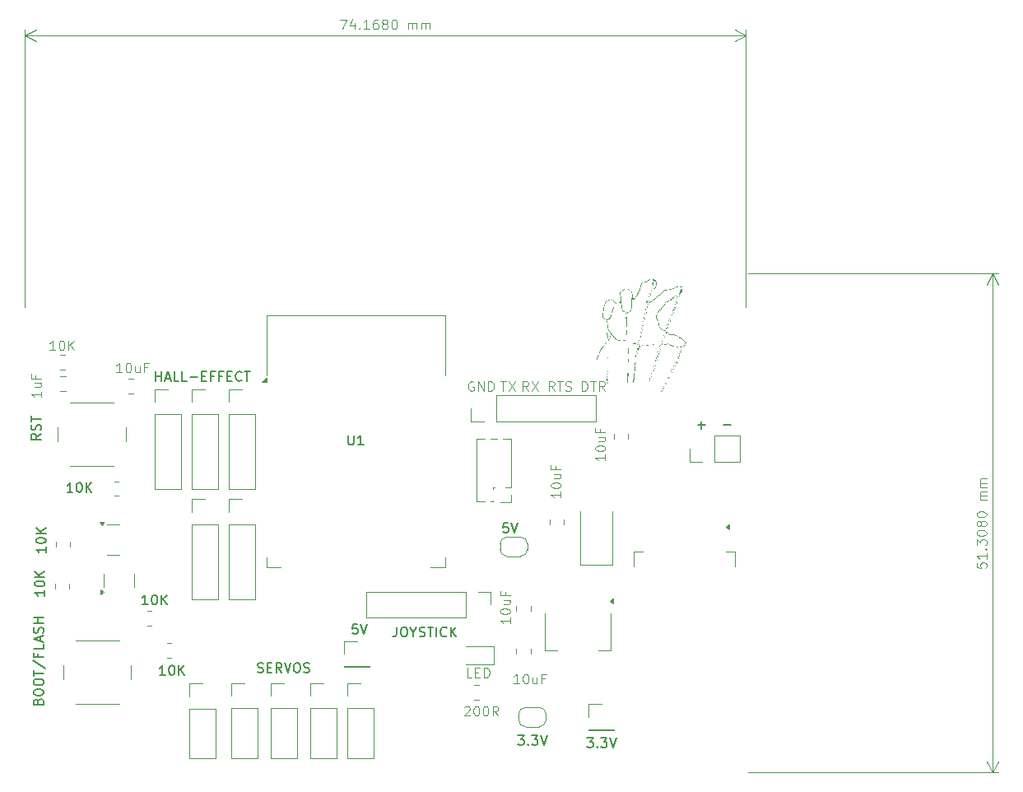
<source format=gbr>
%TF.GenerationSoftware,KiCad,Pcbnew,8.0.6*%
%TF.CreationDate,2025-04-07T16:11:50-05:00*%
%TF.ProjectId,ESP32,45535033-322e-46b6-9963-61645f706362,rev?*%
%TF.SameCoordinates,Original*%
%TF.FileFunction,Legend,Top*%
%TF.FilePolarity,Positive*%
%FSLAX46Y46*%
G04 Gerber Fmt 4.6, Leading zero omitted, Abs format (unit mm)*
G04 Created by KiCad (PCBNEW 8.0.6) date 2025-04-07 16:11:50*
%MOMM*%
%LPD*%
G01*
G04 APERTURE LIST*
%ADD10C,0.200000*%
%ADD11C,0.150000*%
%ADD12C,0.100000*%
%ADD13C,0.125000*%
%ADD14C,0.120000*%
%ADD15C,0.000000*%
G04 APERTURE END LIST*
D10*
X150515387Y-100721219D02*
X150515387Y-101435504D01*
X150515387Y-101435504D02*
X150467768Y-101578361D01*
X150467768Y-101578361D02*
X150372530Y-101673600D01*
X150372530Y-101673600D02*
X150229673Y-101721219D01*
X150229673Y-101721219D02*
X150134435Y-101721219D01*
X151182054Y-100721219D02*
X151372530Y-100721219D01*
X151372530Y-100721219D02*
X151467768Y-100768838D01*
X151467768Y-100768838D02*
X151563006Y-100864076D01*
X151563006Y-100864076D02*
X151610625Y-101054552D01*
X151610625Y-101054552D02*
X151610625Y-101387885D01*
X151610625Y-101387885D02*
X151563006Y-101578361D01*
X151563006Y-101578361D02*
X151467768Y-101673600D01*
X151467768Y-101673600D02*
X151372530Y-101721219D01*
X151372530Y-101721219D02*
X151182054Y-101721219D01*
X151182054Y-101721219D02*
X151086816Y-101673600D01*
X151086816Y-101673600D02*
X150991578Y-101578361D01*
X150991578Y-101578361D02*
X150943959Y-101387885D01*
X150943959Y-101387885D02*
X150943959Y-101054552D01*
X150943959Y-101054552D02*
X150991578Y-100864076D01*
X150991578Y-100864076D02*
X151086816Y-100768838D01*
X151086816Y-100768838D02*
X151182054Y-100721219D01*
X152229673Y-101245028D02*
X152229673Y-101721219D01*
X151896340Y-100721219D02*
X152229673Y-101245028D01*
X152229673Y-101245028D02*
X152563006Y-100721219D01*
X152848721Y-101673600D02*
X152991578Y-101721219D01*
X152991578Y-101721219D02*
X153229673Y-101721219D01*
X153229673Y-101721219D02*
X153324911Y-101673600D01*
X153324911Y-101673600D02*
X153372530Y-101625980D01*
X153372530Y-101625980D02*
X153420149Y-101530742D01*
X153420149Y-101530742D02*
X153420149Y-101435504D01*
X153420149Y-101435504D02*
X153372530Y-101340266D01*
X153372530Y-101340266D02*
X153324911Y-101292647D01*
X153324911Y-101292647D02*
X153229673Y-101245028D01*
X153229673Y-101245028D02*
X153039197Y-101197409D01*
X153039197Y-101197409D02*
X152943959Y-101149790D01*
X152943959Y-101149790D02*
X152896340Y-101102171D01*
X152896340Y-101102171D02*
X152848721Y-101006933D01*
X152848721Y-101006933D02*
X152848721Y-100911695D01*
X152848721Y-100911695D02*
X152896340Y-100816457D01*
X152896340Y-100816457D02*
X152943959Y-100768838D01*
X152943959Y-100768838D02*
X153039197Y-100721219D01*
X153039197Y-100721219D02*
X153277292Y-100721219D01*
X153277292Y-100721219D02*
X153420149Y-100768838D01*
X153705864Y-100721219D02*
X154277292Y-100721219D01*
X153991578Y-101721219D02*
X153991578Y-100721219D01*
X154610626Y-101721219D02*
X154610626Y-100721219D01*
X155658244Y-101625980D02*
X155610625Y-101673600D01*
X155610625Y-101673600D02*
X155467768Y-101721219D01*
X155467768Y-101721219D02*
X155372530Y-101721219D01*
X155372530Y-101721219D02*
X155229673Y-101673600D01*
X155229673Y-101673600D02*
X155134435Y-101578361D01*
X155134435Y-101578361D02*
X155086816Y-101483123D01*
X155086816Y-101483123D02*
X155039197Y-101292647D01*
X155039197Y-101292647D02*
X155039197Y-101149790D01*
X155039197Y-101149790D02*
X155086816Y-100959314D01*
X155086816Y-100959314D02*
X155134435Y-100864076D01*
X155134435Y-100864076D02*
X155229673Y-100768838D01*
X155229673Y-100768838D02*
X155372530Y-100721219D01*
X155372530Y-100721219D02*
X155467768Y-100721219D01*
X155467768Y-100721219D02*
X155610625Y-100768838D01*
X155610625Y-100768838D02*
X155658244Y-100816457D01*
X156086816Y-101721219D02*
X156086816Y-100721219D01*
X156658244Y-101721219D02*
X156229673Y-101149790D01*
X156658244Y-100721219D02*
X156086816Y-101292647D01*
D11*
X114423819Y-92484411D02*
X114423819Y-93055839D01*
X114423819Y-92770125D02*
X113423819Y-92770125D01*
X113423819Y-92770125D02*
X113566676Y-92865363D01*
X113566676Y-92865363D02*
X113661914Y-92960601D01*
X113661914Y-92960601D02*
X113709533Y-93055839D01*
X113423819Y-91865363D02*
X113423819Y-91770125D01*
X113423819Y-91770125D02*
X113471438Y-91674887D01*
X113471438Y-91674887D02*
X113519057Y-91627268D01*
X113519057Y-91627268D02*
X113614295Y-91579649D01*
X113614295Y-91579649D02*
X113804771Y-91532030D01*
X113804771Y-91532030D02*
X114042866Y-91532030D01*
X114042866Y-91532030D02*
X114233342Y-91579649D01*
X114233342Y-91579649D02*
X114328580Y-91627268D01*
X114328580Y-91627268D02*
X114376200Y-91674887D01*
X114376200Y-91674887D02*
X114423819Y-91770125D01*
X114423819Y-91770125D02*
X114423819Y-91865363D01*
X114423819Y-91865363D02*
X114376200Y-91960601D01*
X114376200Y-91960601D02*
X114328580Y-92008220D01*
X114328580Y-92008220D02*
X114233342Y-92055839D01*
X114233342Y-92055839D02*
X114042866Y-92103458D01*
X114042866Y-92103458D02*
X113804771Y-92103458D01*
X113804771Y-92103458D02*
X113614295Y-92055839D01*
X113614295Y-92055839D02*
X113519057Y-92008220D01*
X113519057Y-92008220D02*
X113471438Y-91960601D01*
X113471438Y-91960601D02*
X113423819Y-91865363D01*
X114423819Y-91103458D02*
X113423819Y-91103458D01*
X114423819Y-90532030D02*
X113852390Y-90960601D01*
X113423819Y-90532030D02*
X113995247Y-91103458D01*
D12*
X162178419Y-99756306D02*
X162178419Y-100327734D01*
X162178419Y-100042020D02*
X161178419Y-100042020D01*
X161178419Y-100042020D02*
X161321276Y-100137258D01*
X161321276Y-100137258D02*
X161416514Y-100232496D01*
X161416514Y-100232496D02*
X161464133Y-100327734D01*
X161178419Y-99137258D02*
X161178419Y-99042020D01*
X161178419Y-99042020D02*
X161226038Y-98946782D01*
X161226038Y-98946782D02*
X161273657Y-98899163D01*
X161273657Y-98899163D02*
X161368895Y-98851544D01*
X161368895Y-98851544D02*
X161559371Y-98803925D01*
X161559371Y-98803925D02*
X161797466Y-98803925D01*
X161797466Y-98803925D02*
X161987942Y-98851544D01*
X161987942Y-98851544D02*
X162083180Y-98899163D01*
X162083180Y-98899163D02*
X162130800Y-98946782D01*
X162130800Y-98946782D02*
X162178419Y-99042020D01*
X162178419Y-99042020D02*
X162178419Y-99137258D01*
X162178419Y-99137258D02*
X162130800Y-99232496D01*
X162130800Y-99232496D02*
X162083180Y-99280115D01*
X162083180Y-99280115D02*
X161987942Y-99327734D01*
X161987942Y-99327734D02*
X161797466Y-99375353D01*
X161797466Y-99375353D02*
X161559371Y-99375353D01*
X161559371Y-99375353D02*
X161368895Y-99327734D01*
X161368895Y-99327734D02*
X161273657Y-99280115D01*
X161273657Y-99280115D02*
X161226038Y-99232496D01*
X161226038Y-99232496D02*
X161178419Y-99137258D01*
X161511752Y-97946782D02*
X162178419Y-97946782D01*
X161511752Y-98375353D02*
X162035561Y-98375353D01*
X162035561Y-98375353D02*
X162130800Y-98327734D01*
X162130800Y-98327734D02*
X162178419Y-98232496D01*
X162178419Y-98232496D02*
X162178419Y-98089639D01*
X162178419Y-98089639D02*
X162130800Y-97994401D01*
X162130800Y-97994401D02*
X162083180Y-97946782D01*
X161654609Y-97137258D02*
X161654609Y-97470591D01*
X162178419Y-97470591D02*
X161178419Y-97470591D01*
X161178419Y-97470591D02*
X161178419Y-96994401D01*
X167385419Y-86802306D02*
X167385419Y-87373734D01*
X167385419Y-87088020D02*
X166385419Y-87088020D01*
X166385419Y-87088020D02*
X166528276Y-87183258D01*
X166528276Y-87183258D02*
X166623514Y-87278496D01*
X166623514Y-87278496D02*
X166671133Y-87373734D01*
X166385419Y-86183258D02*
X166385419Y-86088020D01*
X166385419Y-86088020D02*
X166433038Y-85992782D01*
X166433038Y-85992782D02*
X166480657Y-85945163D01*
X166480657Y-85945163D02*
X166575895Y-85897544D01*
X166575895Y-85897544D02*
X166766371Y-85849925D01*
X166766371Y-85849925D02*
X167004466Y-85849925D01*
X167004466Y-85849925D02*
X167194942Y-85897544D01*
X167194942Y-85897544D02*
X167290180Y-85945163D01*
X167290180Y-85945163D02*
X167337800Y-85992782D01*
X167337800Y-85992782D02*
X167385419Y-86088020D01*
X167385419Y-86088020D02*
X167385419Y-86183258D01*
X167385419Y-86183258D02*
X167337800Y-86278496D01*
X167337800Y-86278496D02*
X167290180Y-86326115D01*
X167290180Y-86326115D02*
X167194942Y-86373734D01*
X167194942Y-86373734D02*
X167004466Y-86421353D01*
X167004466Y-86421353D02*
X166766371Y-86421353D01*
X166766371Y-86421353D02*
X166575895Y-86373734D01*
X166575895Y-86373734D02*
X166480657Y-86326115D01*
X166480657Y-86326115D02*
X166433038Y-86278496D01*
X166433038Y-86278496D02*
X166385419Y-86183258D01*
X166718752Y-84992782D02*
X167385419Y-84992782D01*
X166718752Y-85421353D02*
X167242561Y-85421353D01*
X167242561Y-85421353D02*
X167337800Y-85373734D01*
X167337800Y-85373734D02*
X167385419Y-85278496D01*
X167385419Y-85278496D02*
X167385419Y-85135639D01*
X167385419Y-85135639D02*
X167337800Y-85040401D01*
X167337800Y-85040401D02*
X167290180Y-84992782D01*
X166861609Y-84183258D02*
X166861609Y-84516591D01*
X167385419Y-84516591D02*
X166385419Y-84516591D01*
X166385419Y-84516591D02*
X166385419Y-84040401D01*
X157482265Y-108949657D02*
X157529884Y-108902038D01*
X157529884Y-108902038D02*
X157625122Y-108854419D01*
X157625122Y-108854419D02*
X157863217Y-108854419D01*
X157863217Y-108854419D02*
X157958455Y-108902038D01*
X157958455Y-108902038D02*
X158006074Y-108949657D01*
X158006074Y-108949657D02*
X158053693Y-109044895D01*
X158053693Y-109044895D02*
X158053693Y-109140133D01*
X158053693Y-109140133D02*
X158006074Y-109282990D01*
X158006074Y-109282990D02*
X157434646Y-109854419D01*
X157434646Y-109854419D02*
X158053693Y-109854419D01*
X158672741Y-108854419D02*
X158767979Y-108854419D01*
X158767979Y-108854419D02*
X158863217Y-108902038D01*
X158863217Y-108902038D02*
X158910836Y-108949657D01*
X158910836Y-108949657D02*
X158958455Y-109044895D01*
X158958455Y-109044895D02*
X159006074Y-109235371D01*
X159006074Y-109235371D02*
X159006074Y-109473466D01*
X159006074Y-109473466D02*
X158958455Y-109663942D01*
X158958455Y-109663942D02*
X158910836Y-109759180D01*
X158910836Y-109759180D02*
X158863217Y-109806800D01*
X158863217Y-109806800D02*
X158767979Y-109854419D01*
X158767979Y-109854419D02*
X158672741Y-109854419D01*
X158672741Y-109854419D02*
X158577503Y-109806800D01*
X158577503Y-109806800D02*
X158529884Y-109759180D01*
X158529884Y-109759180D02*
X158482265Y-109663942D01*
X158482265Y-109663942D02*
X158434646Y-109473466D01*
X158434646Y-109473466D02*
X158434646Y-109235371D01*
X158434646Y-109235371D02*
X158482265Y-109044895D01*
X158482265Y-109044895D02*
X158529884Y-108949657D01*
X158529884Y-108949657D02*
X158577503Y-108902038D01*
X158577503Y-108902038D02*
X158672741Y-108854419D01*
X159625122Y-108854419D02*
X159720360Y-108854419D01*
X159720360Y-108854419D02*
X159815598Y-108902038D01*
X159815598Y-108902038D02*
X159863217Y-108949657D01*
X159863217Y-108949657D02*
X159910836Y-109044895D01*
X159910836Y-109044895D02*
X159958455Y-109235371D01*
X159958455Y-109235371D02*
X159958455Y-109473466D01*
X159958455Y-109473466D02*
X159910836Y-109663942D01*
X159910836Y-109663942D02*
X159863217Y-109759180D01*
X159863217Y-109759180D02*
X159815598Y-109806800D01*
X159815598Y-109806800D02*
X159720360Y-109854419D01*
X159720360Y-109854419D02*
X159625122Y-109854419D01*
X159625122Y-109854419D02*
X159529884Y-109806800D01*
X159529884Y-109806800D02*
X159482265Y-109759180D01*
X159482265Y-109759180D02*
X159434646Y-109663942D01*
X159434646Y-109663942D02*
X159387027Y-109473466D01*
X159387027Y-109473466D02*
X159387027Y-109235371D01*
X159387027Y-109235371D02*
X159434646Y-109044895D01*
X159434646Y-109044895D02*
X159482265Y-108949657D01*
X159482265Y-108949657D02*
X159529884Y-108902038D01*
X159529884Y-108902038D02*
X159625122Y-108854419D01*
X160958455Y-109854419D02*
X160625122Y-109378228D01*
X160387027Y-109854419D02*
X160387027Y-108854419D01*
X160387027Y-108854419D02*
X160767979Y-108854419D01*
X160767979Y-108854419D02*
X160863217Y-108902038D01*
X160863217Y-108902038D02*
X160910836Y-108949657D01*
X160910836Y-108949657D02*
X160958455Y-109044895D01*
X160958455Y-109044895D02*
X160958455Y-109187752D01*
X160958455Y-109187752D02*
X160910836Y-109282990D01*
X160910836Y-109282990D02*
X160863217Y-109330609D01*
X160863217Y-109330609D02*
X160767979Y-109378228D01*
X160767979Y-109378228D02*
X160387027Y-109378228D01*
X164070312Y-76453419D02*
X163736979Y-75977228D01*
X163498884Y-76453419D02*
X163498884Y-75453419D01*
X163498884Y-75453419D02*
X163879836Y-75453419D01*
X163879836Y-75453419D02*
X163975074Y-75501038D01*
X163975074Y-75501038D02*
X164022693Y-75548657D01*
X164022693Y-75548657D02*
X164070312Y-75643895D01*
X164070312Y-75643895D02*
X164070312Y-75786752D01*
X164070312Y-75786752D02*
X164022693Y-75881990D01*
X164022693Y-75881990D02*
X163975074Y-75929609D01*
X163975074Y-75929609D02*
X163879836Y-75977228D01*
X163879836Y-75977228D02*
X163498884Y-75977228D01*
X164403646Y-75453419D02*
X165070312Y-76453419D01*
X165070312Y-75453419D02*
X164403646Y-76453419D01*
D13*
X115398140Y-72261119D02*
X114826712Y-72261119D01*
X115112426Y-72261119D02*
X115112426Y-71261119D01*
X115112426Y-71261119D02*
X115017188Y-71403976D01*
X115017188Y-71403976D02*
X114921950Y-71499214D01*
X114921950Y-71499214D02*
X114826712Y-71546833D01*
X116017188Y-71261119D02*
X116112426Y-71261119D01*
X116112426Y-71261119D02*
X116207664Y-71308738D01*
X116207664Y-71308738D02*
X116255283Y-71356357D01*
X116255283Y-71356357D02*
X116302902Y-71451595D01*
X116302902Y-71451595D02*
X116350521Y-71642071D01*
X116350521Y-71642071D02*
X116350521Y-71880166D01*
X116350521Y-71880166D02*
X116302902Y-72070642D01*
X116302902Y-72070642D02*
X116255283Y-72165880D01*
X116255283Y-72165880D02*
X116207664Y-72213500D01*
X116207664Y-72213500D02*
X116112426Y-72261119D01*
X116112426Y-72261119D02*
X116017188Y-72261119D01*
X116017188Y-72261119D02*
X115921950Y-72213500D01*
X115921950Y-72213500D02*
X115874331Y-72165880D01*
X115874331Y-72165880D02*
X115826712Y-72070642D01*
X115826712Y-72070642D02*
X115779093Y-71880166D01*
X115779093Y-71880166D02*
X115779093Y-71642071D01*
X115779093Y-71642071D02*
X115826712Y-71451595D01*
X115826712Y-71451595D02*
X115874331Y-71356357D01*
X115874331Y-71356357D02*
X115921950Y-71308738D01*
X115921950Y-71308738D02*
X116017188Y-71261119D01*
X116779093Y-72261119D02*
X116779093Y-71261119D01*
X117350521Y-72261119D02*
X116921950Y-71689690D01*
X117350521Y-71261119D02*
X116779093Y-71832547D01*
D12*
X158434693Y-75501038D02*
X158339455Y-75453419D01*
X158339455Y-75453419D02*
X158196598Y-75453419D01*
X158196598Y-75453419D02*
X158053741Y-75501038D01*
X158053741Y-75501038D02*
X157958503Y-75596276D01*
X157958503Y-75596276D02*
X157910884Y-75691514D01*
X157910884Y-75691514D02*
X157863265Y-75881990D01*
X157863265Y-75881990D02*
X157863265Y-76024847D01*
X157863265Y-76024847D02*
X157910884Y-76215323D01*
X157910884Y-76215323D02*
X157958503Y-76310561D01*
X157958503Y-76310561D02*
X158053741Y-76405800D01*
X158053741Y-76405800D02*
X158196598Y-76453419D01*
X158196598Y-76453419D02*
X158291836Y-76453419D01*
X158291836Y-76453419D02*
X158434693Y-76405800D01*
X158434693Y-76405800D02*
X158482312Y-76358180D01*
X158482312Y-76358180D02*
X158482312Y-76024847D01*
X158482312Y-76024847D02*
X158291836Y-76024847D01*
X158910884Y-76453419D02*
X158910884Y-75453419D01*
X158910884Y-75453419D02*
X159482312Y-76453419D01*
X159482312Y-76453419D02*
X159482312Y-75453419D01*
X159958503Y-76453419D02*
X159958503Y-75453419D01*
X159958503Y-75453419D02*
X160196598Y-75453419D01*
X160196598Y-75453419D02*
X160339455Y-75501038D01*
X160339455Y-75501038D02*
X160434693Y-75596276D01*
X160434693Y-75596276D02*
X160482312Y-75691514D01*
X160482312Y-75691514D02*
X160529931Y-75881990D01*
X160529931Y-75881990D02*
X160529931Y-76024847D01*
X160529931Y-76024847D02*
X160482312Y-76215323D01*
X160482312Y-76215323D02*
X160434693Y-76310561D01*
X160434693Y-76310561D02*
X160339455Y-76405800D01*
X160339455Y-76405800D02*
X160196598Y-76453419D01*
X160196598Y-76453419D02*
X159958503Y-76453419D01*
D10*
X113913219Y-80846898D02*
X113437028Y-81180231D01*
X113913219Y-81418326D02*
X112913219Y-81418326D01*
X112913219Y-81418326D02*
X112913219Y-81037374D01*
X112913219Y-81037374D02*
X112960838Y-80942136D01*
X112960838Y-80942136D02*
X113008457Y-80894517D01*
X113008457Y-80894517D02*
X113103695Y-80846898D01*
X113103695Y-80846898D02*
X113246552Y-80846898D01*
X113246552Y-80846898D02*
X113341790Y-80894517D01*
X113341790Y-80894517D02*
X113389409Y-80942136D01*
X113389409Y-80942136D02*
X113437028Y-81037374D01*
X113437028Y-81037374D02*
X113437028Y-81418326D01*
X113865600Y-80465945D02*
X113913219Y-80323088D01*
X113913219Y-80323088D02*
X113913219Y-80084993D01*
X113913219Y-80084993D02*
X113865600Y-79989755D01*
X113865600Y-79989755D02*
X113817980Y-79942136D01*
X113817980Y-79942136D02*
X113722742Y-79894517D01*
X113722742Y-79894517D02*
X113627504Y-79894517D01*
X113627504Y-79894517D02*
X113532266Y-79942136D01*
X113532266Y-79942136D02*
X113484647Y-79989755D01*
X113484647Y-79989755D02*
X113437028Y-80084993D01*
X113437028Y-80084993D02*
X113389409Y-80275469D01*
X113389409Y-80275469D02*
X113341790Y-80370707D01*
X113341790Y-80370707D02*
X113294171Y-80418326D01*
X113294171Y-80418326D02*
X113198933Y-80465945D01*
X113198933Y-80465945D02*
X113103695Y-80465945D01*
X113103695Y-80465945D02*
X113008457Y-80418326D01*
X113008457Y-80418326D02*
X112960838Y-80370707D01*
X112960838Y-80370707D02*
X112913219Y-80275469D01*
X112913219Y-80275469D02*
X112913219Y-80037374D01*
X112913219Y-80037374D02*
X112960838Y-79894517D01*
X112913219Y-79608802D02*
X112913219Y-79037374D01*
X113913219Y-79323088D02*
X112913219Y-79323088D01*
D12*
X166737312Y-76453419D02*
X166403979Y-75977228D01*
X166165884Y-76453419D02*
X166165884Y-75453419D01*
X166165884Y-75453419D02*
X166546836Y-75453419D01*
X166546836Y-75453419D02*
X166642074Y-75501038D01*
X166642074Y-75501038D02*
X166689693Y-75548657D01*
X166689693Y-75548657D02*
X166737312Y-75643895D01*
X166737312Y-75643895D02*
X166737312Y-75786752D01*
X166737312Y-75786752D02*
X166689693Y-75881990D01*
X166689693Y-75881990D02*
X166642074Y-75929609D01*
X166642074Y-75929609D02*
X166546836Y-75977228D01*
X166546836Y-75977228D02*
X166165884Y-75977228D01*
X167023027Y-75453419D02*
X167594455Y-75453419D01*
X167308741Y-76453419D02*
X167308741Y-75453419D01*
X167880170Y-76405800D02*
X168023027Y-76453419D01*
X168023027Y-76453419D02*
X168261122Y-76453419D01*
X168261122Y-76453419D02*
X168356360Y-76405800D01*
X168356360Y-76405800D02*
X168403979Y-76358180D01*
X168403979Y-76358180D02*
X168451598Y-76262942D01*
X168451598Y-76262942D02*
X168451598Y-76167704D01*
X168451598Y-76167704D02*
X168403979Y-76072466D01*
X168403979Y-76072466D02*
X168356360Y-76024847D01*
X168356360Y-76024847D02*
X168261122Y-75977228D01*
X168261122Y-75977228D02*
X168070646Y-75929609D01*
X168070646Y-75929609D02*
X167975408Y-75881990D01*
X167975408Y-75881990D02*
X167927789Y-75834371D01*
X167927789Y-75834371D02*
X167880170Y-75739133D01*
X167880170Y-75739133D02*
X167880170Y-75643895D01*
X167880170Y-75643895D02*
X167927789Y-75548657D01*
X167927789Y-75548657D02*
X167975408Y-75501038D01*
X167975408Y-75501038D02*
X168070646Y-75453419D01*
X168070646Y-75453419D02*
X168308741Y-75453419D01*
X168308741Y-75453419D02*
X168451598Y-75501038D01*
D11*
X162988810Y-111849819D02*
X163607857Y-111849819D01*
X163607857Y-111849819D02*
X163274524Y-112230771D01*
X163274524Y-112230771D02*
X163417381Y-112230771D01*
X163417381Y-112230771D02*
X163512619Y-112278390D01*
X163512619Y-112278390D02*
X163560238Y-112326009D01*
X163560238Y-112326009D02*
X163607857Y-112421247D01*
X163607857Y-112421247D02*
X163607857Y-112659342D01*
X163607857Y-112659342D02*
X163560238Y-112754580D01*
X163560238Y-112754580D02*
X163512619Y-112802200D01*
X163512619Y-112802200D02*
X163417381Y-112849819D01*
X163417381Y-112849819D02*
X163131667Y-112849819D01*
X163131667Y-112849819D02*
X163036429Y-112802200D01*
X163036429Y-112802200D02*
X162988810Y-112754580D01*
X164036429Y-112754580D02*
X164084048Y-112802200D01*
X164084048Y-112802200D02*
X164036429Y-112849819D01*
X164036429Y-112849819D02*
X163988810Y-112802200D01*
X163988810Y-112802200D02*
X164036429Y-112754580D01*
X164036429Y-112754580D02*
X164036429Y-112849819D01*
X164417381Y-111849819D02*
X165036428Y-111849819D01*
X165036428Y-111849819D02*
X164703095Y-112230771D01*
X164703095Y-112230771D02*
X164845952Y-112230771D01*
X164845952Y-112230771D02*
X164941190Y-112278390D01*
X164941190Y-112278390D02*
X164988809Y-112326009D01*
X164988809Y-112326009D02*
X165036428Y-112421247D01*
X165036428Y-112421247D02*
X165036428Y-112659342D01*
X165036428Y-112659342D02*
X164988809Y-112754580D01*
X164988809Y-112754580D02*
X164941190Y-112802200D01*
X164941190Y-112802200D02*
X164845952Y-112849819D01*
X164845952Y-112849819D02*
X164560238Y-112849819D01*
X164560238Y-112849819D02*
X164465000Y-112802200D01*
X164465000Y-112802200D02*
X164417381Y-112754580D01*
X165322143Y-111849819D02*
X165655476Y-112849819D01*
X165655476Y-112849819D02*
X165988809Y-111849819D01*
D10*
X113643409Y-108389993D02*
X113691028Y-108247136D01*
X113691028Y-108247136D02*
X113738647Y-108199517D01*
X113738647Y-108199517D02*
X113833885Y-108151898D01*
X113833885Y-108151898D02*
X113976742Y-108151898D01*
X113976742Y-108151898D02*
X114071980Y-108199517D01*
X114071980Y-108199517D02*
X114119600Y-108247136D01*
X114119600Y-108247136D02*
X114167219Y-108342374D01*
X114167219Y-108342374D02*
X114167219Y-108723326D01*
X114167219Y-108723326D02*
X113167219Y-108723326D01*
X113167219Y-108723326D02*
X113167219Y-108389993D01*
X113167219Y-108389993D02*
X113214838Y-108294755D01*
X113214838Y-108294755D02*
X113262457Y-108247136D01*
X113262457Y-108247136D02*
X113357695Y-108199517D01*
X113357695Y-108199517D02*
X113452933Y-108199517D01*
X113452933Y-108199517D02*
X113548171Y-108247136D01*
X113548171Y-108247136D02*
X113595790Y-108294755D01*
X113595790Y-108294755D02*
X113643409Y-108389993D01*
X113643409Y-108389993D02*
X113643409Y-108723326D01*
X113167219Y-107532850D02*
X113167219Y-107342374D01*
X113167219Y-107342374D02*
X113214838Y-107247136D01*
X113214838Y-107247136D02*
X113310076Y-107151898D01*
X113310076Y-107151898D02*
X113500552Y-107104279D01*
X113500552Y-107104279D02*
X113833885Y-107104279D01*
X113833885Y-107104279D02*
X114024361Y-107151898D01*
X114024361Y-107151898D02*
X114119600Y-107247136D01*
X114119600Y-107247136D02*
X114167219Y-107342374D01*
X114167219Y-107342374D02*
X114167219Y-107532850D01*
X114167219Y-107532850D02*
X114119600Y-107628088D01*
X114119600Y-107628088D02*
X114024361Y-107723326D01*
X114024361Y-107723326D02*
X113833885Y-107770945D01*
X113833885Y-107770945D02*
X113500552Y-107770945D01*
X113500552Y-107770945D02*
X113310076Y-107723326D01*
X113310076Y-107723326D02*
X113214838Y-107628088D01*
X113214838Y-107628088D02*
X113167219Y-107532850D01*
X113167219Y-106485231D02*
X113167219Y-106294755D01*
X113167219Y-106294755D02*
X113214838Y-106199517D01*
X113214838Y-106199517D02*
X113310076Y-106104279D01*
X113310076Y-106104279D02*
X113500552Y-106056660D01*
X113500552Y-106056660D02*
X113833885Y-106056660D01*
X113833885Y-106056660D02*
X114024361Y-106104279D01*
X114024361Y-106104279D02*
X114119600Y-106199517D01*
X114119600Y-106199517D02*
X114167219Y-106294755D01*
X114167219Y-106294755D02*
X114167219Y-106485231D01*
X114167219Y-106485231D02*
X114119600Y-106580469D01*
X114119600Y-106580469D02*
X114024361Y-106675707D01*
X114024361Y-106675707D02*
X113833885Y-106723326D01*
X113833885Y-106723326D02*
X113500552Y-106723326D01*
X113500552Y-106723326D02*
X113310076Y-106675707D01*
X113310076Y-106675707D02*
X113214838Y-106580469D01*
X113214838Y-106580469D02*
X113167219Y-106485231D01*
X113167219Y-105770945D02*
X113167219Y-105199517D01*
X114167219Y-105485231D02*
X113167219Y-105485231D01*
X113119600Y-104151898D02*
X114405314Y-105009040D01*
X113643409Y-103485231D02*
X113643409Y-103818564D01*
X114167219Y-103818564D02*
X113167219Y-103818564D01*
X113167219Y-103818564D02*
X113167219Y-103342374D01*
X114167219Y-102485231D02*
X114167219Y-102961421D01*
X114167219Y-102961421D02*
X113167219Y-102961421D01*
X113881504Y-102199516D02*
X113881504Y-101723326D01*
X114167219Y-102294754D02*
X113167219Y-101961421D01*
X113167219Y-101961421D02*
X114167219Y-101628088D01*
X114119600Y-101342373D02*
X114167219Y-101199516D01*
X114167219Y-101199516D02*
X114167219Y-100961421D01*
X114167219Y-100961421D02*
X114119600Y-100866183D01*
X114119600Y-100866183D02*
X114071980Y-100818564D01*
X114071980Y-100818564D02*
X113976742Y-100770945D01*
X113976742Y-100770945D02*
X113881504Y-100770945D01*
X113881504Y-100770945D02*
X113786266Y-100818564D01*
X113786266Y-100818564D02*
X113738647Y-100866183D01*
X113738647Y-100866183D02*
X113691028Y-100961421D01*
X113691028Y-100961421D02*
X113643409Y-101151897D01*
X113643409Y-101151897D02*
X113595790Y-101247135D01*
X113595790Y-101247135D02*
X113548171Y-101294754D01*
X113548171Y-101294754D02*
X113452933Y-101342373D01*
X113452933Y-101342373D02*
X113357695Y-101342373D01*
X113357695Y-101342373D02*
X113262457Y-101294754D01*
X113262457Y-101294754D02*
X113214838Y-101247135D01*
X113214838Y-101247135D02*
X113167219Y-101151897D01*
X113167219Y-101151897D02*
X113167219Y-100913802D01*
X113167219Y-100913802D02*
X113214838Y-100770945D01*
X114167219Y-100342373D02*
X113167219Y-100342373D01*
X113643409Y-100342373D02*
X113643409Y-99770945D01*
X114167219Y-99770945D02*
X113167219Y-99770945D01*
D11*
X126717588Y-105660819D02*
X126146160Y-105660819D01*
X126431874Y-105660819D02*
X126431874Y-104660819D01*
X126431874Y-104660819D02*
X126336636Y-104803676D01*
X126336636Y-104803676D02*
X126241398Y-104898914D01*
X126241398Y-104898914D02*
X126146160Y-104946533D01*
X127336636Y-104660819D02*
X127431874Y-104660819D01*
X127431874Y-104660819D02*
X127527112Y-104708438D01*
X127527112Y-104708438D02*
X127574731Y-104756057D01*
X127574731Y-104756057D02*
X127622350Y-104851295D01*
X127622350Y-104851295D02*
X127669969Y-105041771D01*
X127669969Y-105041771D02*
X127669969Y-105279866D01*
X127669969Y-105279866D02*
X127622350Y-105470342D01*
X127622350Y-105470342D02*
X127574731Y-105565580D01*
X127574731Y-105565580D02*
X127527112Y-105613200D01*
X127527112Y-105613200D02*
X127431874Y-105660819D01*
X127431874Y-105660819D02*
X127336636Y-105660819D01*
X127336636Y-105660819D02*
X127241398Y-105613200D01*
X127241398Y-105613200D02*
X127193779Y-105565580D01*
X127193779Y-105565580D02*
X127146160Y-105470342D01*
X127146160Y-105470342D02*
X127098541Y-105279866D01*
X127098541Y-105279866D02*
X127098541Y-105041771D01*
X127098541Y-105041771D02*
X127146160Y-104851295D01*
X127146160Y-104851295D02*
X127193779Y-104756057D01*
X127193779Y-104756057D02*
X127241398Y-104708438D01*
X127241398Y-104708438D02*
X127336636Y-104660819D01*
X128098541Y-105660819D02*
X128098541Y-104660819D01*
X128669969Y-105660819D02*
X128241398Y-105089390D01*
X128669969Y-104660819D02*
X128098541Y-105232247D01*
X184150048Y-79956866D02*
X184911953Y-79956866D01*
D12*
X169594884Y-76453419D02*
X169594884Y-75453419D01*
X169594884Y-75453419D02*
X169832979Y-75453419D01*
X169832979Y-75453419D02*
X169975836Y-75501038D01*
X169975836Y-75501038D02*
X170071074Y-75596276D01*
X170071074Y-75596276D02*
X170118693Y-75691514D01*
X170118693Y-75691514D02*
X170166312Y-75881990D01*
X170166312Y-75881990D02*
X170166312Y-76024847D01*
X170166312Y-76024847D02*
X170118693Y-76215323D01*
X170118693Y-76215323D02*
X170071074Y-76310561D01*
X170071074Y-76310561D02*
X169975836Y-76405800D01*
X169975836Y-76405800D02*
X169832979Y-76453419D01*
X169832979Y-76453419D02*
X169594884Y-76453419D01*
X170452027Y-75453419D02*
X171023455Y-75453419D01*
X170737741Y-76453419D02*
X170737741Y-75453419D01*
X171928217Y-76453419D02*
X171594884Y-75977228D01*
X171356789Y-76453419D02*
X171356789Y-75453419D01*
X171356789Y-75453419D02*
X171737741Y-75453419D01*
X171737741Y-75453419D02*
X171832979Y-75501038D01*
X171832979Y-75501038D02*
X171880598Y-75548657D01*
X171880598Y-75548657D02*
X171928217Y-75643895D01*
X171928217Y-75643895D02*
X171928217Y-75786752D01*
X171928217Y-75786752D02*
X171880598Y-75881990D01*
X171880598Y-75881990D02*
X171832979Y-75929609D01*
X171832979Y-75929609D02*
X171737741Y-75977228D01*
X171737741Y-75977228D02*
X171356789Y-75977228D01*
D11*
X124939588Y-98421819D02*
X124368160Y-98421819D01*
X124653874Y-98421819D02*
X124653874Y-97421819D01*
X124653874Y-97421819D02*
X124558636Y-97564676D01*
X124558636Y-97564676D02*
X124463398Y-97659914D01*
X124463398Y-97659914D02*
X124368160Y-97707533D01*
X125558636Y-97421819D02*
X125653874Y-97421819D01*
X125653874Y-97421819D02*
X125749112Y-97469438D01*
X125749112Y-97469438D02*
X125796731Y-97517057D01*
X125796731Y-97517057D02*
X125844350Y-97612295D01*
X125844350Y-97612295D02*
X125891969Y-97802771D01*
X125891969Y-97802771D02*
X125891969Y-98040866D01*
X125891969Y-98040866D02*
X125844350Y-98231342D01*
X125844350Y-98231342D02*
X125796731Y-98326580D01*
X125796731Y-98326580D02*
X125749112Y-98374200D01*
X125749112Y-98374200D02*
X125653874Y-98421819D01*
X125653874Y-98421819D02*
X125558636Y-98421819D01*
X125558636Y-98421819D02*
X125463398Y-98374200D01*
X125463398Y-98374200D02*
X125415779Y-98326580D01*
X125415779Y-98326580D02*
X125368160Y-98231342D01*
X125368160Y-98231342D02*
X125320541Y-98040866D01*
X125320541Y-98040866D02*
X125320541Y-97802771D01*
X125320541Y-97802771D02*
X125368160Y-97612295D01*
X125368160Y-97612295D02*
X125415779Y-97517057D01*
X125415779Y-97517057D02*
X125463398Y-97469438D01*
X125463398Y-97469438D02*
X125558636Y-97421819D01*
X126320541Y-98421819D02*
X126320541Y-97421819D01*
X126891969Y-98421819D02*
X126463398Y-97850390D01*
X126891969Y-97421819D02*
X126320541Y-97993247D01*
D13*
X113917119Y-76498859D02*
X113917119Y-77070287D01*
X113917119Y-76784573D02*
X112917119Y-76784573D01*
X112917119Y-76784573D02*
X113059976Y-76879811D01*
X113059976Y-76879811D02*
X113155214Y-76975049D01*
X113155214Y-76975049D02*
X113202833Y-77070287D01*
X113250452Y-75641716D02*
X113917119Y-75641716D01*
X113250452Y-76070287D02*
X113774261Y-76070287D01*
X113774261Y-76070287D02*
X113869500Y-76022668D01*
X113869500Y-76022668D02*
X113917119Y-75927430D01*
X113917119Y-75927430D02*
X113917119Y-75784573D01*
X113917119Y-75784573D02*
X113869500Y-75689335D01*
X113869500Y-75689335D02*
X113821880Y-75641716D01*
X113393309Y-74832192D02*
X113393309Y-75165525D01*
X113917119Y-75165525D02*
X112917119Y-75165525D01*
X112917119Y-75165525D02*
X112917119Y-74689335D01*
D12*
X171957419Y-82992306D02*
X171957419Y-83563734D01*
X171957419Y-83278020D02*
X170957419Y-83278020D01*
X170957419Y-83278020D02*
X171100276Y-83373258D01*
X171100276Y-83373258D02*
X171195514Y-83468496D01*
X171195514Y-83468496D02*
X171243133Y-83563734D01*
X170957419Y-82373258D02*
X170957419Y-82278020D01*
X170957419Y-82278020D02*
X171005038Y-82182782D01*
X171005038Y-82182782D02*
X171052657Y-82135163D01*
X171052657Y-82135163D02*
X171147895Y-82087544D01*
X171147895Y-82087544D02*
X171338371Y-82039925D01*
X171338371Y-82039925D02*
X171576466Y-82039925D01*
X171576466Y-82039925D02*
X171766942Y-82087544D01*
X171766942Y-82087544D02*
X171862180Y-82135163D01*
X171862180Y-82135163D02*
X171909800Y-82182782D01*
X171909800Y-82182782D02*
X171957419Y-82278020D01*
X171957419Y-82278020D02*
X171957419Y-82373258D01*
X171957419Y-82373258D02*
X171909800Y-82468496D01*
X171909800Y-82468496D02*
X171862180Y-82516115D01*
X171862180Y-82516115D02*
X171766942Y-82563734D01*
X171766942Y-82563734D02*
X171576466Y-82611353D01*
X171576466Y-82611353D02*
X171338371Y-82611353D01*
X171338371Y-82611353D02*
X171147895Y-82563734D01*
X171147895Y-82563734D02*
X171052657Y-82516115D01*
X171052657Y-82516115D02*
X171005038Y-82468496D01*
X171005038Y-82468496D02*
X170957419Y-82373258D01*
X171290752Y-81182782D02*
X171957419Y-81182782D01*
X171290752Y-81611353D02*
X171814561Y-81611353D01*
X171814561Y-81611353D02*
X171909800Y-81563734D01*
X171909800Y-81563734D02*
X171957419Y-81468496D01*
X171957419Y-81468496D02*
X171957419Y-81325639D01*
X171957419Y-81325639D02*
X171909800Y-81230401D01*
X171909800Y-81230401D02*
X171862180Y-81182782D01*
X171433609Y-80373258D02*
X171433609Y-80706591D01*
X171957419Y-80706591D02*
X170957419Y-80706591D01*
X170957419Y-80706591D02*
X170957419Y-80230401D01*
D11*
X146494523Y-100419819D02*
X146018333Y-100419819D01*
X146018333Y-100419819D02*
X145970714Y-100896009D01*
X145970714Y-100896009D02*
X146018333Y-100848390D01*
X146018333Y-100848390D02*
X146113571Y-100800771D01*
X146113571Y-100800771D02*
X146351666Y-100800771D01*
X146351666Y-100800771D02*
X146446904Y-100848390D01*
X146446904Y-100848390D02*
X146494523Y-100896009D01*
X146494523Y-100896009D02*
X146542142Y-100991247D01*
X146542142Y-100991247D02*
X146542142Y-101229342D01*
X146542142Y-101229342D02*
X146494523Y-101324580D01*
X146494523Y-101324580D02*
X146446904Y-101372200D01*
X146446904Y-101372200D02*
X146351666Y-101419819D01*
X146351666Y-101419819D02*
X146113571Y-101419819D01*
X146113571Y-101419819D02*
X146018333Y-101372200D01*
X146018333Y-101372200D02*
X145970714Y-101324580D01*
X146827857Y-100419819D02*
X147161190Y-101419819D01*
X147161190Y-101419819D02*
X147494523Y-100419819D01*
X114296819Y-96929411D02*
X114296819Y-97500839D01*
X114296819Y-97215125D02*
X113296819Y-97215125D01*
X113296819Y-97215125D02*
X113439676Y-97310363D01*
X113439676Y-97310363D02*
X113534914Y-97405601D01*
X113534914Y-97405601D02*
X113582533Y-97500839D01*
X113296819Y-96310363D02*
X113296819Y-96215125D01*
X113296819Y-96215125D02*
X113344438Y-96119887D01*
X113344438Y-96119887D02*
X113392057Y-96072268D01*
X113392057Y-96072268D02*
X113487295Y-96024649D01*
X113487295Y-96024649D02*
X113677771Y-95977030D01*
X113677771Y-95977030D02*
X113915866Y-95977030D01*
X113915866Y-95977030D02*
X114106342Y-96024649D01*
X114106342Y-96024649D02*
X114201580Y-96072268D01*
X114201580Y-96072268D02*
X114249200Y-96119887D01*
X114249200Y-96119887D02*
X114296819Y-96215125D01*
X114296819Y-96215125D02*
X114296819Y-96310363D01*
X114296819Y-96310363D02*
X114249200Y-96405601D01*
X114249200Y-96405601D02*
X114201580Y-96453220D01*
X114201580Y-96453220D02*
X114106342Y-96500839D01*
X114106342Y-96500839D02*
X113915866Y-96548458D01*
X113915866Y-96548458D02*
X113677771Y-96548458D01*
X113677771Y-96548458D02*
X113487295Y-96500839D01*
X113487295Y-96500839D02*
X113392057Y-96453220D01*
X113392057Y-96453220D02*
X113344438Y-96405601D01*
X113344438Y-96405601D02*
X113296819Y-96310363D01*
X114296819Y-95548458D02*
X113296819Y-95548458D01*
X114296819Y-94977030D02*
X113725390Y-95405601D01*
X113296819Y-94977030D02*
X113868247Y-95548458D01*
D13*
X122256140Y-74547119D02*
X121684712Y-74547119D01*
X121970426Y-74547119D02*
X121970426Y-73547119D01*
X121970426Y-73547119D02*
X121875188Y-73689976D01*
X121875188Y-73689976D02*
X121779950Y-73785214D01*
X121779950Y-73785214D02*
X121684712Y-73832833D01*
X122875188Y-73547119D02*
X122970426Y-73547119D01*
X122970426Y-73547119D02*
X123065664Y-73594738D01*
X123065664Y-73594738D02*
X123113283Y-73642357D01*
X123113283Y-73642357D02*
X123160902Y-73737595D01*
X123160902Y-73737595D02*
X123208521Y-73928071D01*
X123208521Y-73928071D02*
X123208521Y-74166166D01*
X123208521Y-74166166D02*
X123160902Y-74356642D01*
X123160902Y-74356642D02*
X123113283Y-74451880D01*
X123113283Y-74451880D02*
X123065664Y-74499500D01*
X123065664Y-74499500D02*
X122970426Y-74547119D01*
X122970426Y-74547119D02*
X122875188Y-74547119D01*
X122875188Y-74547119D02*
X122779950Y-74499500D01*
X122779950Y-74499500D02*
X122732331Y-74451880D01*
X122732331Y-74451880D02*
X122684712Y-74356642D01*
X122684712Y-74356642D02*
X122637093Y-74166166D01*
X122637093Y-74166166D02*
X122637093Y-73928071D01*
X122637093Y-73928071D02*
X122684712Y-73737595D01*
X122684712Y-73737595D02*
X122732331Y-73642357D01*
X122732331Y-73642357D02*
X122779950Y-73594738D01*
X122779950Y-73594738D02*
X122875188Y-73547119D01*
X124065664Y-73880452D02*
X124065664Y-74547119D01*
X123637093Y-73880452D02*
X123637093Y-74404261D01*
X123637093Y-74404261D02*
X123684712Y-74499500D01*
X123684712Y-74499500D02*
X123779950Y-74547119D01*
X123779950Y-74547119D02*
X123922807Y-74547119D01*
X123922807Y-74547119D02*
X124018045Y-74499500D01*
X124018045Y-74499500D02*
X124065664Y-74451880D01*
X124875188Y-74023309D02*
X124541855Y-74023309D01*
X124541855Y-74547119D02*
X124541855Y-73547119D01*
X124541855Y-73547119D02*
X125018045Y-73547119D01*
D12*
X158260074Y-105917419D02*
X157783884Y-105917419D01*
X157783884Y-105917419D02*
X157783884Y-104917419D01*
X158593408Y-105393609D02*
X158926741Y-105393609D01*
X159069598Y-105917419D02*
X158593408Y-105917419D01*
X158593408Y-105917419D02*
X158593408Y-104917419D01*
X158593408Y-104917419D02*
X159069598Y-104917419D01*
X159498170Y-105917419D02*
X159498170Y-104917419D01*
X159498170Y-104917419D02*
X159736265Y-104917419D01*
X159736265Y-104917419D02*
X159879122Y-104965038D01*
X159879122Y-104965038D02*
X159974360Y-105060276D01*
X159974360Y-105060276D02*
X160021979Y-105155514D01*
X160021979Y-105155514D02*
X160069598Y-105345990D01*
X160069598Y-105345990D02*
X160069598Y-105488847D01*
X160069598Y-105488847D02*
X160021979Y-105679323D01*
X160021979Y-105679323D02*
X159974360Y-105774561D01*
X159974360Y-105774561D02*
X159879122Y-105869800D01*
X159879122Y-105869800D02*
X159736265Y-105917419D01*
X159736265Y-105917419D02*
X159498170Y-105917419D01*
D11*
X117192588Y-86864819D02*
X116621160Y-86864819D01*
X116906874Y-86864819D02*
X116906874Y-85864819D01*
X116906874Y-85864819D02*
X116811636Y-86007676D01*
X116811636Y-86007676D02*
X116716398Y-86102914D01*
X116716398Y-86102914D02*
X116621160Y-86150533D01*
X117811636Y-85864819D02*
X117906874Y-85864819D01*
X117906874Y-85864819D02*
X118002112Y-85912438D01*
X118002112Y-85912438D02*
X118049731Y-85960057D01*
X118049731Y-85960057D02*
X118097350Y-86055295D01*
X118097350Y-86055295D02*
X118144969Y-86245771D01*
X118144969Y-86245771D02*
X118144969Y-86483866D01*
X118144969Y-86483866D02*
X118097350Y-86674342D01*
X118097350Y-86674342D02*
X118049731Y-86769580D01*
X118049731Y-86769580D02*
X118002112Y-86817200D01*
X118002112Y-86817200D02*
X117906874Y-86864819D01*
X117906874Y-86864819D02*
X117811636Y-86864819D01*
X117811636Y-86864819D02*
X117716398Y-86817200D01*
X117716398Y-86817200D02*
X117668779Y-86769580D01*
X117668779Y-86769580D02*
X117621160Y-86674342D01*
X117621160Y-86674342D02*
X117573541Y-86483866D01*
X117573541Y-86483866D02*
X117573541Y-86245771D01*
X117573541Y-86245771D02*
X117621160Y-86055295D01*
X117621160Y-86055295D02*
X117668779Y-85960057D01*
X117668779Y-85960057D02*
X117716398Y-85912438D01*
X117716398Y-85912438D02*
X117811636Y-85864819D01*
X118573541Y-86864819D02*
X118573541Y-85864819D01*
X119144969Y-86864819D02*
X118716398Y-86293390D01*
X119144969Y-85864819D02*
X118573541Y-86436247D01*
D10*
X125718673Y-75432219D02*
X125718673Y-74432219D01*
X125718673Y-74908409D02*
X126290101Y-74908409D01*
X126290101Y-75432219D02*
X126290101Y-74432219D01*
X126718673Y-75146504D02*
X127194863Y-75146504D01*
X126623435Y-75432219D02*
X126956768Y-74432219D01*
X126956768Y-74432219D02*
X127290101Y-75432219D01*
X128099625Y-75432219D02*
X127623435Y-75432219D01*
X127623435Y-75432219D02*
X127623435Y-74432219D01*
X128909149Y-75432219D02*
X128432959Y-75432219D01*
X128432959Y-75432219D02*
X128432959Y-74432219D01*
X129242483Y-75051266D02*
X130004388Y-75051266D01*
X130480578Y-74908409D02*
X130813911Y-74908409D01*
X130956768Y-75432219D02*
X130480578Y-75432219D01*
X130480578Y-75432219D02*
X130480578Y-74432219D01*
X130480578Y-74432219D02*
X130956768Y-74432219D01*
X131718673Y-74908409D02*
X131385340Y-74908409D01*
X131385340Y-75432219D02*
X131385340Y-74432219D01*
X131385340Y-74432219D02*
X131861530Y-74432219D01*
X132575816Y-74908409D02*
X132242483Y-74908409D01*
X132242483Y-75432219D02*
X132242483Y-74432219D01*
X132242483Y-74432219D02*
X132718673Y-74432219D01*
X133099626Y-74908409D02*
X133432959Y-74908409D01*
X133575816Y-75432219D02*
X133099626Y-75432219D01*
X133099626Y-75432219D02*
X133099626Y-74432219D01*
X133099626Y-74432219D02*
X133575816Y-74432219D01*
X134575816Y-75336980D02*
X134528197Y-75384600D01*
X134528197Y-75384600D02*
X134385340Y-75432219D01*
X134385340Y-75432219D02*
X134290102Y-75432219D01*
X134290102Y-75432219D02*
X134147245Y-75384600D01*
X134147245Y-75384600D02*
X134052007Y-75289361D01*
X134052007Y-75289361D02*
X134004388Y-75194123D01*
X134004388Y-75194123D02*
X133956769Y-75003647D01*
X133956769Y-75003647D02*
X133956769Y-74860790D01*
X133956769Y-74860790D02*
X134004388Y-74670314D01*
X134004388Y-74670314D02*
X134052007Y-74575076D01*
X134052007Y-74575076D02*
X134147245Y-74479838D01*
X134147245Y-74479838D02*
X134290102Y-74432219D01*
X134290102Y-74432219D02*
X134385340Y-74432219D01*
X134385340Y-74432219D02*
X134528197Y-74479838D01*
X134528197Y-74479838D02*
X134575816Y-74527457D01*
X134861531Y-74432219D02*
X135432959Y-74432219D01*
X135147245Y-75432219D02*
X135147245Y-74432219D01*
X136212054Y-105356600D02*
X136354911Y-105404219D01*
X136354911Y-105404219D02*
X136593006Y-105404219D01*
X136593006Y-105404219D02*
X136688244Y-105356600D01*
X136688244Y-105356600D02*
X136735863Y-105308980D01*
X136735863Y-105308980D02*
X136783482Y-105213742D01*
X136783482Y-105213742D02*
X136783482Y-105118504D01*
X136783482Y-105118504D02*
X136735863Y-105023266D01*
X136735863Y-105023266D02*
X136688244Y-104975647D01*
X136688244Y-104975647D02*
X136593006Y-104928028D01*
X136593006Y-104928028D02*
X136402530Y-104880409D01*
X136402530Y-104880409D02*
X136307292Y-104832790D01*
X136307292Y-104832790D02*
X136259673Y-104785171D01*
X136259673Y-104785171D02*
X136212054Y-104689933D01*
X136212054Y-104689933D02*
X136212054Y-104594695D01*
X136212054Y-104594695D02*
X136259673Y-104499457D01*
X136259673Y-104499457D02*
X136307292Y-104451838D01*
X136307292Y-104451838D02*
X136402530Y-104404219D01*
X136402530Y-104404219D02*
X136640625Y-104404219D01*
X136640625Y-104404219D02*
X136783482Y-104451838D01*
X137212054Y-104880409D02*
X137545387Y-104880409D01*
X137688244Y-105404219D02*
X137212054Y-105404219D01*
X137212054Y-105404219D02*
X137212054Y-104404219D01*
X137212054Y-104404219D02*
X137688244Y-104404219D01*
X138688244Y-105404219D02*
X138354911Y-104928028D01*
X138116816Y-105404219D02*
X138116816Y-104404219D01*
X138116816Y-104404219D02*
X138497768Y-104404219D01*
X138497768Y-104404219D02*
X138593006Y-104451838D01*
X138593006Y-104451838D02*
X138640625Y-104499457D01*
X138640625Y-104499457D02*
X138688244Y-104594695D01*
X138688244Y-104594695D02*
X138688244Y-104737552D01*
X138688244Y-104737552D02*
X138640625Y-104832790D01*
X138640625Y-104832790D02*
X138593006Y-104880409D01*
X138593006Y-104880409D02*
X138497768Y-104928028D01*
X138497768Y-104928028D02*
X138116816Y-104928028D01*
X138973959Y-104404219D02*
X139307292Y-105404219D01*
X139307292Y-105404219D02*
X139640625Y-104404219D01*
X140164435Y-104404219D02*
X140354911Y-104404219D01*
X140354911Y-104404219D02*
X140450149Y-104451838D01*
X140450149Y-104451838D02*
X140545387Y-104547076D01*
X140545387Y-104547076D02*
X140593006Y-104737552D01*
X140593006Y-104737552D02*
X140593006Y-105070885D01*
X140593006Y-105070885D02*
X140545387Y-105261361D01*
X140545387Y-105261361D02*
X140450149Y-105356600D01*
X140450149Y-105356600D02*
X140354911Y-105404219D01*
X140354911Y-105404219D02*
X140164435Y-105404219D01*
X140164435Y-105404219D02*
X140069197Y-105356600D01*
X140069197Y-105356600D02*
X139973959Y-105261361D01*
X139973959Y-105261361D02*
X139926340Y-105070885D01*
X139926340Y-105070885D02*
X139926340Y-104737552D01*
X139926340Y-104737552D02*
X139973959Y-104547076D01*
X139973959Y-104547076D02*
X140069197Y-104451838D01*
X140069197Y-104451838D02*
X140164435Y-104404219D01*
X140973959Y-105356600D02*
X141116816Y-105404219D01*
X141116816Y-105404219D02*
X141354911Y-105404219D01*
X141354911Y-105404219D02*
X141450149Y-105356600D01*
X141450149Y-105356600D02*
X141497768Y-105308980D01*
X141497768Y-105308980D02*
X141545387Y-105213742D01*
X141545387Y-105213742D02*
X141545387Y-105118504D01*
X141545387Y-105118504D02*
X141497768Y-105023266D01*
X141497768Y-105023266D02*
X141450149Y-104975647D01*
X141450149Y-104975647D02*
X141354911Y-104928028D01*
X141354911Y-104928028D02*
X141164435Y-104880409D01*
X141164435Y-104880409D02*
X141069197Y-104832790D01*
X141069197Y-104832790D02*
X141021578Y-104785171D01*
X141021578Y-104785171D02*
X140973959Y-104689933D01*
X140973959Y-104689933D02*
X140973959Y-104594695D01*
X140973959Y-104594695D02*
X141021578Y-104499457D01*
X141021578Y-104499457D02*
X141069197Y-104451838D01*
X141069197Y-104451838D02*
X141164435Y-104404219D01*
X141164435Y-104404219D02*
X141402530Y-104404219D01*
X141402530Y-104404219D02*
X141545387Y-104451838D01*
D12*
X163133693Y-106552419D02*
X162562265Y-106552419D01*
X162847979Y-106552419D02*
X162847979Y-105552419D01*
X162847979Y-105552419D02*
X162752741Y-105695276D01*
X162752741Y-105695276D02*
X162657503Y-105790514D01*
X162657503Y-105790514D02*
X162562265Y-105838133D01*
X163752741Y-105552419D02*
X163847979Y-105552419D01*
X163847979Y-105552419D02*
X163943217Y-105600038D01*
X163943217Y-105600038D02*
X163990836Y-105647657D01*
X163990836Y-105647657D02*
X164038455Y-105742895D01*
X164038455Y-105742895D02*
X164086074Y-105933371D01*
X164086074Y-105933371D02*
X164086074Y-106171466D01*
X164086074Y-106171466D02*
X164038455Y-106361942D01*
X164038455Y-106361942D02*
X163990836Y-106457180D01*
X163990836Y-106457180D02*
X163943217Y-106504800D01*
X163943217Y-106504800D02*
X163847979Y-106552419D01*
X163847979Y-106552419D02*
X163752741Y-106552419D01*
X163752741Y-106552419D02*
X163657503Y-106504800D01*
X163657503Y-106504800D02*
X163609884Y-106457180D01*
X163609884Y-106457180D02*
X163562265Y-106361942D01*
X163562265Y-106361942D02*
X163514646Y-106171466D01*
X163514646Y-106171466D02*
X163514646Y-105933371D01*
X163514646Y-105933371D02*
X163562265Y-105742895D01*
X163562265Y-105742895D02*
X163609884Y-105647657D01*
X163609884Y-105647657D02*
X163657503Y-105600038D01*
X163657503Y-105600038D02*
X163752741Y-105552419D01*
X164943217Y-105885752D02*
X164943217Y-106552419D01*
X164514646Y-105885752D02*
X164514646Y-106409561D01*
X164514646Y-106409561D02*
X164562265Y-106504800D01*
X164562265Y-106504800D02*
X164657503Y-106552419D01*
X164657503Y-106552419D02*
X164800360Y-106552419D01*
X164800360Y-106552419D02*
X164895598Y-106504800D01*
X164895598Y-106504800D02*
X164943217Y-106457180D01*
X165752741Y-106028609D02*
X165419408Y-106028609D01*
X165419408Y-106552419D02*
X165419408Y-105552419D01*
X165419408Y-105552419D02*
X165895598Y-105552419D01*
D11*
X170100810Y-112103819D02*
X170719857Y-112103819D01*
X170719857Y-112103819D02*
X170386524Y-112484771D01*
X170386524Y-112484771D02*
X170529381Y-112484771D01*
X170529381Y-112484771D02*
X170624619Y-112532390D01*
X170624619Y-112532390D02*
X170672238Y-112580009D01*
X170672238Y-112580009D02*
X170719857Y-112675247D01*
X170719857Y-112675247D02*
X170719857Y-112913342D01*
X170719857Y-112913342D02*
X170672238Y-113008580D01*
X170672238Y-113008580D02*
X170624619Y-113056200D01*
X170624619Y-113056200D02*
X170529381Y-113103819D01*
X170529381Y-113103819D02*
X170243667Y-113103819D01*
X170243667Y-113103819D02*
X170148429Y-113056200D01*
X170148429Y-113056200D02*
X170100810Y-113008580D01*
X171148429Y-113008580D02*
X171196048Y-113056200D01*
X171196048Y-113056200D02*
X171148429Y-113103819D01*
X171148429Y-113103819D02*
X171100810Y-113056200D01*
X171100810Y-113056200D02*
X171148429Y-113008580D01*
X171148429Y-113008580D02*
X171148429Y-113103819D01*
X171529381Y-112103819D02*
X172148428Y-112103819D01*
X172148428Y-112103819D02*
X171815095Y-112484771D01*
X171815095Y-112484771D02*
X171957952Y-112484771D01*
X171957952Y-112484771D02*
X172053190Y-112532390D01*
X172053190Y-112532390D02*
X172100809Y-112580009D01*
X172100809Y-112580009D02*
X172148428Y-112675247D01*
X172148428Y-112675247D02*
X172148428Y-112913342D01*
X172148428Y-112913342D02*
X172100809Y-113008580D01*
X172100809Y-113008580D02*
X172053190Y-113056200D01*
X172053190Y-113056200D02*
X171957952Y-113103819D01*
X171957952Y-113103819D02*
X171672238Y-113103819D01*
X171672238Y-113103819D02*
X171577000Y-113056200D01*
X171577000Y-113056200D02*
X171529381Y-113008580D01*
X172434143Y-112103819D02*
X172767476Y-113103819D01*
X172767476Y-113103819D02*
X173100809Y-112103819D01*
D12*
X161197027Y-75453419D02*
X161768455Y-75453419D01*
X161482741Y-76453419D02*
X161482741Y-75453419D01*
X162006551Y-75453419D02*
X162673217Y-76453419D01*
X162673217Y-75453419D02*
X162006551Y-76453419D01*
D11*
X161988523Y-90005819D02*
X161512333Y-90005819D01*
X161512333Y-90005819D02*
X161464714Y-90482009D01*
X161464714Y-90482009D02*
X161512333Y-90434390D01*
X161512333Y-90434390D02*
X161607571Y-90386771D01*
X161607571Y-90386771D02*
X161845666Y-90386771D01*
X161845666Y-90386771D02*
X161940904Y-90434390D01*
X161940904Y-90434390D02*
X161988523Y-90482009D01*
X161988523Y-90482009D02*
X162036142Y-90577247D01*
X162036142Y-90577247D02*
X162036142Y-90815342D01*
X162036142Y-90815342D02*
X161988523Y-90910580D01*
X161988523Y-90910580D02*
X161940904Y-90958200D01*
X161940904Y-90958200D02*
X161845666Y-91005819D01*
X161845666Y-91005819D02*
X161607571Y-91005819D01*
X161607571Y-91005819D02*
X161512333Y-90958200D01*
X161512333Y-90958200D02*
X161464714Y-90910580D01*
X162321857Y-90005819D02*
X162655190Y-91005819D01*
X162655190Y-91005819D02*
X162988523Y-90005819D01*
D12*
X144685334Y-38235420D02*
X145352000Y-38235420D01*
X145352000Y-38235420D02*
X144923429Y-39235420D01*
X146161524Y-38568753D02*
X146161524Y-39235420D01*
X145923429Y-38187801D02*
X145685334Y-38902086D01*
X145685334Y-38902086D02*
X146304381Y-38902086D01*
X146685334Y-39140181D02*
X146732953Y-39187801D01*
X146732953Y-39187801D02*
X146685334Y-39235420D01*
X146685334Y-39235420D02*
X146637715Y-39187801D01*
X146637715Y-39187801D02*
X146685334Y-39140181D01*
X146685334Y-39140181D02*
X146685334Y-39235420D01*
X147685333Y-39235420D02*
X147113905Y-39235420D01*
X147399619Y-39235420D02*
X147399619Y-38235420D01*
X147399619Y-38235420D02*
X147304381Y-38378277D01*
X147304381Y-38378277D02*
X147209143Y-38473515D01*
X147209143Y-38473515D02*
X147113905Y-38521134D01*
X148542476Y-38235420D02*
X148352000Y-38235420D01*
X148352000Y-38235420D02*
X148256762Y-38283039D01*
X148256762Y-38283039D02*
X148209143Y-38330658D01*
X148209143Y-38330658D02*
X148113905Y-38473515D01*
X148113905Y-38473515D02*
X148066286Y-38663991D01*
X148066286Y-38663991D02*
X148066286Y-39044943D01*
X148066286Y-39044943D02*
X148113905Y-39140181D01*
X148113905Y-39140181D02*
X148161524Y-39187801D01*
X148161524Y-39187801D02*
X148256762Y-39235420D01*
X148256762Y-39235420D02*
X148447238Y-39235420D01*
X148447238Y-39235420D02*
X148542476Y-39187801D01*
X148542476Y-39187801D02*
X148590095Y-39140181D01*
X148590095Y-39140181D02*
X148637714Y-39044943D01*
X148637714Y-39044943D02*
X148637714Y-38806848D01*
X148637714Y-38806848D02*
X148590095Y-38711610D01*
X148590095Y-38711610D02*
X148542476Y-38663991D01*
X148542476Y-38663991D02*
X148447238Y-38616372D01*
X148447238Y-38616372D02*
X148256762Y-38616372D01*
X148256762Y-38616372D02*
X148161524Y-38663991D01*
X148161524Y-38663991D02*
X148113905Y-38711610D01*
X148113905Y-38711610D02*
X148066286Y-38806848D01*
X149209143Y-38663991D02*
X149113905Y-38616372D01*
X149113905Y-38616372D02*
X149066286Y-38568753D01*
X149066286Y-38568753D02*
X149018667Y-38473515D01*
X149018667Y-38473515D02*
X149018667Y-38425896D01*
X149018667Y-38425896D02*
X149066286Y-38330658D01*
X149066286Y-38330658D02*
X149113905Y-38283039D01*
X149113905Y-38283039D02*
X149209143Y-38235420D01*
X149209143Y-38235420D02*
X149399619Y-38235420D01*
X149399619Y-38235420D02*
X149494857Y-38283039D01*
X149494857Y-38283039D02*
X149542476Y-38330658D01*
X149542476Y-38330658D02*
X149590095Y-38425896D01*
X149590095Y-38425896D02*
X149590095Y-38473515D01*
X149590095Y-38473515D02*
X149542476Y-38568753D01*
X149542476Y-38568753D02*
X149494857Y-38616372D01*
X149494857Y-38616372D02*
X149399619Y-38663991D01*
X149399619Y-38663991D02*
X149209143Y-38663991D01*
X149209143Y-38663991D02*
X149113905Y-38711610D01*
X149113905Y-38711610D02*
X149066286Y-38759229D01*
X149066286Y-38759229D02*
X149018667Y-38854467D01*
X149018667Y-38854467D02*
X149018667Y-39044943D01*
X149018667Y-39044943D02*
X149066286Y-39140181D01*
X149066286Y-39140181D02*
X149113905Y-39187801D01*
X149113905Y-39187801D02*
X149209143Y-39235420D01*
X149209143Y-39235420D02*
X149399619Y-39235420D01*
X149399619Y-39235420D02*
X149494857Y-39187801D01*
X149494857Y-39187801D02*
X149542476Y-39140181D01*
X149542476Y-39140181D02*
X149590095Y-39044943D01*
X149590095Y-39044943D02*
X149590095Y-38854467D01*
X149590095Y-38854467D02*
X149542476Y-38759229D01*
X149542476Y-38759229D02*
X149494857Y-38711610D01*
X149494857Y-38711610D02*
X149399619Y-38663991D01*
X150209143Y-38235420D02*
X150304381Y-38235420D01*
X150304381Y-38235420D02*
X150399619Y-38283039D01*
X150399619Y-38283039D02*
X150447238Y-38330658D01*
X150447238Y-38330658D02*
X150494857Y-38425896D01*
X150494857Y-38425896D02*
X150542476Y-38616372D01*
X150542476Y-38616372D02*
X150542476Y-38854467D01*
X150542476Y-38854467D02*
X150494857Y-39044943D01*
X150494857Y-39044943D02*
X150447238Y-39140181D01*
X150447238Y-39140181D02*
X150399619Y-39187801D01*
X150399619Y-39187801D02*
X150304381Y-39235420D01*
X150304381Y-39235420D02*
X150209143Y-39235420D01*
X150209143Y-39235420D02*
X150113905Y-39187801D01*
X150113905Y-39187801D02*
X150066286Y-39140181D01*
X150066286Y-39140181D02*
X150018667Y-39044943D01*
X150018667Y-39044943D02*
X149971048Y-38854467D01*
X149971048Y-38854467D02*
X149971048Y-38616372D01*
X149971048Y-38616372D02*
X150018667Y-38425896D01*
X150018667Y-38425896D02*
X150066286Y-38330658D01*
X150066286Y-38330658D02*
X150113905Y-38283039D01*
X150113905Y-38283039D02*
X150209143Y-38235420D01*
X151732953Y-39235420D02*
X151732953Y-38568753D01*
X151732953Y-38663991D02*
X151780572Y-38616372D01*
X151780572Y-38616372D02*
X151875810Y-38568753D01*
X151875810Y-38568753D02*
X152018667Y-38568753D01*
X152018667Y-38568753D02*
X152113905Y-38616372D01*
X152113905Y-38616372D02*
X152161524Y-38711610D01*
X152161524Y-38711610D02*
X152161524Y-39235420D01*
X152161524Y-38711610D02*
X152209143Y-38616372D01*
X152209143Y-38616372D02*
X152304381Y-38568753D01*
X152304381Y-38568753D02*
X152447238Y-38568753D01*
X152447238Y-38568753D02*
X152542477Y-38616372D01*
X152542477Y-38616372D02*
X152590096Y-38711610D01*
X152590096Y-38711610D02*
X152590096Y-39235420D01*
X153066286Y-39235420D02*
X153066286Y-38568753D01*
X153066286Y-38663991D02*
X153113905Y-38616372D01*
X153113905Y-38616372D02*
X153209143Y-38568753D01*
X153209143Y-38568753D02*
X153352000Y-38568753D01*
X153352000Y-38568753D02*
X153447238Y-38616372D01*
X153447238Y-38616372D02*
X153494857Y-38711610D01*
X153494857Y-38711610D02*
X153494857Y-39235420D01*
X153494857Y-38711610D02*
X153542476Y-38616372D01*
X153542476Y-38616372D02*
X153637714Y-38568753D01*
X153637714Y-38568753D02*
X153780571Y-38568753D01*
X153780571Y-38568753D02*
X153875810Y-38616372D01*
X153875810Y-38616372D02*
X153923429Y-38711610D01*
X153923429Y-38711610D02*
X153923429Y-39235420D01*
X186436000Y-67826000D02*
X186436000Y-39291581D01*
X112268000Y-67826000D02*
X112268000Y-39291581D01*
X186436000Y-39878001D02*
X112268000Y-39878001D01*
X186436000Y-39878001D02*
X112268000Y-39878001D01*
X186436000Y-39878001D02*
X185309496Y-40464422D01*
X186436000Y-39878001D02*
X185309496Y-39291580D01*
X112268000Y-39878001D02*
X113394504Y-39291580D01*
X112268000Y-39878001D02*
X113394504Y-40464422D01*
X210193419Y-94138237D02*
X210193419Y-94614427D01*
X210193419Y-94614427D02*
X210669609Y-94662046D01*
X210669609Y-94662046D02*
X210621990Y-94614427D01*
X210621990Y-94614427D02*
X210574371Y-94519189D01*
X210574371Y-94519189D02*
X210574371Y-94281094D01*
X210574371Y-94281094D02*
X210621990Y-94185856D01*
X210621990Y-94185856D02*
X210669609Y-94138237D01*
X210669609Y-94138237D02*
X210764847Y-94090618D01*
X210764847Y-94090618D02*
X211002942Y-94090618D01*
X211002942Y-94090618D02*
X211098180Y-94138237D01*
X211098180Y-94138237D02*
X211145800Y-94185856D01*
X211145800Y-94185856D02*
X211193419Y-94281094D01*
X211193419Y-94281094D02*
X211193419Y-94519189D01*
X211193419Y-94519189D02*
X211145800Y-94614427D01*
X211145800Y-94614427D02*
X211098180Y-94662046D01*
X211193419Y-93138237D02*
X211193419Y-93709665D01*
X211193419Y-93423951D02*
X210193419Y-93423951D01*
X210193419Y-93423951D02*
X210336276Y-93519189D01*
X210336276Y-93519189D02*
X210431514Y-93614427D01*
X210431514Y-93614427D02*
X210479133Y-93709665D01*
X211098180Y-92709665D02*
X211145800Y-92662046D01*
X211145800Y-92662046D02*
X211193419Y-92709665D01*
X211193419Y-92709665D02*
X211145800Y-92757284D01*
X211145800Y-92757284D02*
X211098180Y-92709665D01*
X211098180Y-92709665D02*
X211193419Y-92709665D01*
X210193419Y-92328713D02*
X210193419Y-91709666D01*
X210193419Y-91709666D02*
X210574371Y-92042999D01*
X210574371Y-92042999D02*
X210574371Y-91900142D01*
X210574371Y-91900142D02*
X210621990Y-91804904D01*
X210621990Y-91804904D02*
X210669609Y-91757285D01*
X210669609Y-91757285D02*
X210764847Y-91709666D01*
X210764847Y-91709666D02*
X211002942Y-91709666D01*
X211002942Y-91709666D02*
X211098180Y-91757285D01*
X211098180Y-91757285D02*
X211145800Y-91804904D01*
X211145800Y-91804904D02*
X211193419Y-91900142D01*
X211193419Y-91900142D02*
X211193419Y-92185856D01*
X211193419Y-92185856D02*
X211145800Y-92281094D01*
X211145800Y-92281094D02*
X211098180Y-92328713D01*
X210193419Y-91090618D02*
X210193419Y-90995380D01*
X210193419Y-90995380D02*
X210241038Y-90900142D01*
X210241038Y-90900142D02*
X210288657Y-90852523D01*
X210288657Y-90852523D02*
X210383895Y-90804904D01*
X210383895Y-90804904D02*
X210574371Y-90757285D01*
X210574371Y-90757285D02*
X210812466Y-90757285D01*
X210812466Y-90757285D02*
X211002942Y-90804904D01*
X211002942Y-90804904D02*
X211098180Y-90852523D01*
X211098180Y-90852523D02*
X211145800Y-90900142D01*
X211145800Y-90900142D02*
X211193419Y-90995380D01*
X211193419Y-90995380D02*
X211193419Y-91090618D01*
X211193419Y-91090618D02*
X211145800Y-91185856D01*
X211145800Y-91185856D02*
X211098180Y-91233475D01*
X211098180Y-91233475D02*
X211002942Y-91281094D01*
X211002942Y-91281094D02*
X210812466Y-91328713D01*
X210812466Y-91328713D02*
X210574371Y-91328713D01*
X210574371Y-91328713D02*
X210383895Y-91281094D01*
X210383895Y-91281094D02*
X210288657Y-91233475D01*
X210288657Y-91233475D02*
X210241038Y-91185856D01*
X210241038Y-91185856D02*
X210193419Y-91090618D01*
X210621990Y-90185856D02*
X210574371Y-90281094D01*
X210574371Y-90281094D02*
X210526752Y-90328713D01*
X210526752Y-90328713D02*
X210431514Y-90376332D01*
X210431514Y-90376332D02*
X210383895Y-90376332D01*
X210383895Y-90376332D02*
X210288657Y-90328713D01*
X210288657Y-90328713D02*
X210241038Y-90281094D01*
X210241038Y-90281094D02*
X210193419Y-90185856D01*
X210193419Y-90185856D02*
X210193419Y-89995380D01*
X210193419Y-89995380D02*
X210241038Y-89900142D01*
X210241038Y-89900142D02*
X210288657Y-89852523D01*
X210288657Y-89852523D02*
X210383895Y-89804904D01*
X210383895Y-89804904D02*
X210431514Y-89804904D01*
X210431514Y-89804904D02*
X210526752Y-89852523D01*
X210526752Y-89852523D02*
X210574371Y-89900142D01*
X210574371Y-89900142D02*
X210621990Y-89995380D01*
X210621990Y-89995380D02*
X210621990Y-90185856D01*
X210621990Y-90185856D02*
X210669609Y-90281094D01*
X210669609Y-90281094D02*
X210717228Y-90328713D01*
X210717228Y-90328713D02*
X210812466Y-90376332D01*
X210812466Y-90376332D02*
X211002942Y-90376332D01*
X211002942Y-90376332D02*
X211098180Y-90328713D01*
X211098180Y-90328713D02*
X211145800Y-90281094D01*
X211145800Y-90281094D02*
X211193419Y-90185856D01*
X211193419Y-90185856D02*
X211193419Y-89995380D01*
X211193419Y-89995380D02*
X211145800Y-89900142D01*
X211145800Y-89900142D02*
X211098180Y-89852523D01*
X211098180Y-89852523D02*
X211002942Y-89804904D01*
X211002942Y-89804904D02*
X210812466Y-89804904D01*
X210812466Y-89804904D02*
X210717228Y-89852523D01*
X210717228Y-89852523D02*
X210669609Y-89900142D01*
X210669609Y-89900142D02*
X210621990Y-89995380D01*
X210193419Y-89185856D02*
X210193419Y-89090618D01*
X210193419Y-89090618D02*
X210241038Y-88995380D01*
X210241038Y-88995380D02*
X210288657Y-88947761D01*
X210288657Y-88947761D02*
X210383895Y-88900142D01*
X210383895Y-88900142D02*
X210574371Y-88852523D01*
X210574371Y-88852523D02*
X210812466Y-88852523D01*
X210812466Y-88852523D02*
X211002942Y-88900142D01*
X211002942Y-88900142D02*
X211098180Y-88947761D01*
X211098180Y-88947761D02*
X211145800Y-88995380D01*
X211145800Y-88995380D02*
X211193419Y-89090618D01*
X211193419Y-89090618D02*
X211193419Y-89185856D01*
X211193419Y-89185856D02*
X211145800Y-89281094D01*
X211145800Y-89281094D02*
X211098180Y-89328713D01*
X211098180Y-89328713D02*
X211002942Y-89376332D01*
X211002942Y-89376332D02*
X210812466Y-89423951D01*
X210812466Y-89423951D02*
X210574371Y-89423951D01*
X210574371Y-89423951D02*
X210383895Y-89376332D01*
X210383895Y-89376332D02*
X210288657Y-89328713D01*
X210288657Y-89328713D02*
X210241038Y-89281094D01*
X210241038Y-89281094D02*
X210193419Y-89185856D01*
X211193419Y-87662046D02*
X210526752Y-87662046D01*
X210621990Y-87662046D02*
X210574371Y-87614427D01*
X210574371Y-87614427D02*
X210526752Y-87519189D01*
X210526752Y-87519189D02*
X210526752Y-87376332D01*
X210526752Y-87376332D02*
X210574371Y-87281094D01*
X210574371Y-87281094D02*
X210669609Y-87233475D01*
X210669609Y-87233475D02*
X211193419Y-87233475D01*
X210669609Y-87233475D02*
X210574371Y-87185856D01*
X210574371Y-87185856D02*
X210526752Y-87090618D01*
X210526752Y-87090618D02*
X210526752Y-86947761D01*
X210526752Y-86947761D02*
X210574371Y-86852522D01*
X210574371Y-86852522D02*
X210669609Y-86804903D01*
X210669609Y-86804903D02*
X211193419Y-86804903D01*
X211193419Y-86328713D02*
X210526752Y-86328713D01*
X210621990Y-86328713D02*
X210574371Y-86281094D01*
X210574371Y-86281094D02*
X210526752Y-86185856D01*
X210526752Y-86185856D02*
X210526752Y-86042999D01*
X210526752Y-86042999D02*
X210574371Y-85947761D01*
X210574371Y-85947761D02*
X210669609Y-85900142D01*
X210669609Y-85900142D02*
X211193419Y-85900142D01*
X210669609Y-85900142D02*
X210574371Y-85852523D01*
X210574371Y-85852523D02*
X210526752Y-85757285D01*
X210526752Y-85757285D02*
X210526752Y-85614428D01*
X210526752Y-85614428D02*
X210574371Y-85519189D01*
X210574371Y-85519189D02*
X210669609Y-85471570D01*
X210669609Y-85471570D02*
X211193419Y-85471570D01*
X186682000Y-64389000D02*
X212422420Y-64389000D01*
X186682000Y-115697000D02*
X212422420Y-115697000D01*
X211836000Y-64389000D02*
X211836000Y-115697000D01*
X211836000Y-64389000D02*
X211836000Y-115697000D01*
X211836000Y-64389000D02*
X212422421Y-65515504D01*
X211836000Y-64389000D02*
X211249579Y-65515504D01*
X211836000Y-115697000D02*
X211249579Y-114570496D01*
X211836000Y-115697000D02*
X212422421Y-114570496D01*
D11*
X145542095Y-80988819D02*
X145542095Y-81798342D01*
X145542095Y-81798342D02*
X145589714Y-81893580D01*
X145589714Y-81893580D02*
X145637333Y-81941200D01*
X145637333Y-81941200D02*
X145732571Y-81988819D01*
X145732571Y-81988819D02*
X145923047Y-81988819D01*
X145923047Y-81988819D02*
X146018285Y-81941200D01*
X146018285Y-81941200D02*
X146065904Y-81893580D01*
X146065904Y-81893580D02*
X146113523Y-81798342D01*
X146113523Y-81798342D02*
X146113523Y-80988819D01*
X147113523Y-81988819D02*
X146542095Y-81988819D01*
X146827809Y-81988819D02*
X146827809Y-80988819D01*
X146827809Y-80988819D02*
X146732571Y-81131676D01*
X146732571Y-81131676D02*
X146637333Y-81226914D01*
X146637333Y-81226914D02*
X146542095Y-81274533D01*
X181483048Y-79956866D02*
X182244953Y-79956866D01*
X181864000Y-80337819D02*
X181864000Y-79575914D01*
D14*
%TO.C,R4*%
X126899936Y-102389000D02*
X127354064Y-102389000D01*
X126899936Y-103859000D02*
X127354064Y-103859000D01*
%TO.C,J3*%
X137608000Y-106493000D02*
X138938000Y-106493000D01*
X137608000Y-107823000D02*
X137608000Y-106493000D01*
X137608000Y-109093000D02*
X137608000Y-114233000D01*
X137608000Y-109093000D02*
X140268000Y-109093000D01*
X137608000Y-114233000D02*
X140268000Y-114233000D01*
X140268000Y-109093000D02*
X140268000Y-114233000D01*
%TO.C,J2*%
X133544000Y-106493000D02*
X134874000Y-106493000D01*
X133544000Y-107823000D02*
X133544000Y-106493000D01*
X133544000Y-109093000D02*
X133544000Y-114233000D01*
X133544000Y-109093000D02*
X136204000Y-109093000D01*
X133544000Y-114233000D02*
X136204000Y-114233000D01*
X136204000Y-109093000D02*
X136204000Y-114233000D01*
%TO.C,C3*%
X162831000Y-98526748D02*
X162831000Y-99049252D01*
X164301000Y-98526748D02*
X164301000Y-99049252D01*
%TO.C,TP1*%
X145101000Y-102175000D02*
X146431000Y-102175000D01*
X145101000Y-103505000D02*
X145101000Y-102175000D01*
X145101000Y-104775000D02*
X145101000Y-104835000D01*
X145101000Y-104775000D02*
X147761000Y-104775000D01*
X145101000Y-104835000D02*
X147761000Y-104835000D01*
X147761000Y-104775000D02*
X147761000Y-104835000D01*
%TO.C,U3*%
X174905000Y-92977000D02*
X175855000Y-92977000D01*
X174905000Y-94477000D02*
X174905000Y-92977000D01*
X185305000Y-92977000D02*
X184355000Y-92977000D01*
X185305000Y-94477000D02*
X185305000Y-92977000D01*
X184685000Y-90654500D02*
X184355000Y-90414500D01*
X184685000Y-90174500D01*
X184685000Y-90654500D01*
G36*
X184685000Y-90654500D02*
G01*
X184355000Y-90414500D01*
X184685000Y-90174500D01*
X184685000Y-90654500D01*
G37*
%TO.C,J5*%
X145482000Y-106493000D02*
X146812000Y-106493000D01*
X145482000Y-107823000D02*
X145482000Y-106493000D01*
X145482000Y-109093000D02*
X145482000Y-114233000D01*
X145482000Y-109093000D02*
X148142000Y-109093000D01*
X145482000Y-114233000D02*
X148142000Y-114233000D01*
X148142000Y-109093000D02*
X148142000Y-114233000D01*
%TO.C,J7*%
X158763000Y-87817000D02*
X158763000Y-81347000D01*
X159585470Y-81347000D02*
X158763000Y-81347000D01*
X159585470Y-87817000D02*
X158763000Y-87817000D01*
X160403000Y-86415471D02*
X160403000Y-86558529D01*
X160403000Y-87685471D02*
X160403000Y-87817000D01*
X160403000Y-87817000D02*
X160200530Y-87817000D01*
X160599529Y-86362000D02*
X160456471Y-86362000D01*
X160855470Y-81347000D02*
X160200530Y-81347000D01*
X162293000Y-81347000D02*
X161470530Y-81347000D01*
X162293000Y-86362000D02*
X161726471Y-86362000D01*
X162293000Y-86362000D02*
X162293000Y-81347000D01*
X162293000Y-87122000D02*
X162293000Y-87882000D01*
X162293000Y-87882000D02*
X161163000Y-87882000D01*
%TO.C,R1*%
X116380564Y-72768000D02*
X115926436Y-72768000D01*
X116380564Y-74238000D02*
X115926436Y-74238000D01*
%TO.C,R2*%
X115470000Y-92429064D02*
X115470000Y-91974936D01*
X116940000Y-92429064D02*
X116940000Y-91974936D01*
%TO.C,J16*%
X133290000Y-87570000D02*
X134620000Y-87570000D01*
X133290000Y-88900000D02*
X133290000Y-87570000D01*
X133290000Y-90170000D02*
X133290000Y-97850000D01*
X133290000Y-90170000D02*
X135950000Y-90170000D01*
X133290000Y-97850000D02*
X135950000Y-97850000D01*
X135950000Y-90170000D02*
X135950000Y-97850000D01*
%TO.C,R3*%
X115343000Y-96308936D02*
X115343000Y-96763064D01*
X116813000Y-96308936D02*
X116813000Y-96763064D01*
%TO.C,R9*%
X124867936Y-99087000D02*
X125322064Y-99087000D01*
X124867936Y-100557000D02*
X125322064Y-100557000D01*
%TO.C,C6*%
X166260000Y-89636748D02*
X166260000Y-90159252D01*
X167730000Y-89636748D02*
X167730000Y-90159252D01*
%TO.C,JP2*%
X163080000Y-110282000D02*
X163080000Y-109682000D01*
X163780000Y-108982000D02*
X165180000Y-108982000D01*
X165180000Y-110982000D02*
X163780000Y-110982000D01*
X165880000Y-109682000D02*
X165880000Y-110282000D01*
X163080000Y-109682000D02*
G75*
G02*
X163780000Y-108982000I699999J1D01*
G01*
X163780000Y-110982000D02*
G75*
G02*
X163080000Y-110282000I-1J699999D01*
G01*
X165180000Y-108982000D02*
G75*
G02*
X165880000Y-109682000I0J-700000D01*
G01*
X165880000Y-110282000D02*
G75*
G02*
X165180000Y-110982000I-700000J0D01*
G01*
%TO.C,J12*%
X133290000Y-76267000D02*
X134620000Y-76267000D01*
X133290000Y-77597000D02*
X133290000Y-76267000D01*
X133290000Y-78867000D02*
X133290000Y-86547000D01*
X133290000Y-78867000D02*
X135950000Y-78867000D01*
X133290000Y-86547000D02*
X135950000Y-86547000D01*
X135950000Y-78867000D02*
X135950000Y-86547000D01*
%TO.C,J1*%
X129226000Y-106508000D02*
X130556000Y-106508000D01*
X129226000Y-107838000D02*
X129226000Y-106508000D01*
X129226000Y-109108000D02*
X129226000Y-114248000D01*
X129226000Y-109108000D02*
X131886000Y-109108000D01*
X129226000Y-114248000D02*
X131886000Y-114248000D01*
X131886000Y-109108000D02*
X131886000Y-114248000D01*
%TO.C,J11*%
X147387000Y-97095000D02*
X147387000Y-99755000D01*
X157607000Y-97095000D02*
X147387000Y-97095000D01*
X157607000Y-97095000D02*
X157607000Y-99755000D01*
X157607000Y-99755000D02*
X147387000Y-99755000D01*
X158877000Y-97095000D02*
X160207000Y-97095000D01*
X160207000Y-97095000D02*
X160207000Y-98425000D01*
%TO.C,SW2*%
X115626000Y-80149000D02*
X115626000Y-81649000D01*
X116876000Y-84149000D02*
X121376000Y-84149000D01*
X121376000Y-77649000D02*
X116876000Y-77649000D01*
X122626000Y-81649000D02*
X122626000Y-80149000D01*
%TO.C,JP1*%
X161160000Y-92756000D02*
X161160000Y-92156000D01*
X161860000Y-91456000D02*
X163260000Y-91456000D01*
X163260000Y-93456000D02*
X161860000Y-93456000D01*
X163960000Y-92156000D02*
X163960000Y-92756000D01*
X161160000Y-92156000D02*
G75*
G02*
X161860000Y-91456000I700000J0D01*
G01*
X161860000Y-93456000D02*
G75*
G02*
X161160000Y-92756000I0J700000D01*
G01*
X163260000Y-91456000D02*
G75*
G02*
X163960000Y-92156000I1J-699999D01*
G01*
X163960000Y-92756000D02*
G75*
G02*
X163260000Y-93456000I-699999J-1D01*
G01*
%TO.C,J4*%
X141672000Y-106493000D02*
X143002000Y-106493000D01*
X141672000Y-107823000D02*
X141672000Y-106493000D01*
X141672000Y-109093000D02*
X141672000Y-114233000D01*
X141672000Y-109093000D02*
X144332000Y-109093000D01*
X141672000Y-114233000D02*
X144332000Y-114233000D01*
X144332000Y-109093000D02*
X144332000Y-114233000D01*
%TO.C,U2*%
X165730000Y-99326000D02*
X165730000Y-103086000D01*
X165730000Y-103086000D02*
X166990000Y-103086000D01*
X172550000Y-99326000D02*
X172550000Y-103086000D01*
X172550000Y-103086000D02*
X171290000Y-103086000D01*
X172780000Y-98286000D02*
X172450000Y-98046000D01*
X172780000Y-97806000D01*
X172780000Y-98286000D01*
G36*
X172780000Y-98286000D02*
G01*
X172450000Y-98046000D01*
X172780000Y-97806000D01*
X172780000Y-98286000D01*
G37*
D15*
%TO.C,G\u002A\u002A\u002A*%
G36*
X179046529Y-73955838D02*
G01*
X179045496Y-73955180D01*
X179047001Y-73952915D01*
X179046529Y-73955838D01*
G37*
G36*
X172159167Y-74831935D02*
G01*
X172150011Y-74841091D01*
X172140855Y-74831935D01*
X172150011Y-74822778D01*
X172159167Y-74831935D01*
G37*
G36*
X172250732Y-70583341D02*
G01*
X172241576Y-70592497D01*
X172232419Y-70583341D01*
X172241576Y-70574184D01*
X172250732Y-70583341D01*
G37*
G36*
X172269045Y-71132728D02*
G01*
X172259888Y-71141884D01*
X172250732Y-71132728D01*
X172259888Y-71123571D01*
X172269045Y-71132728D01*
G37*
G36*
X172269045Y-71517299D02*
G01*
X172259888Y-71526455D01*
X172250732Y-71517299D01*
X172259888Y-71508142D01*
X172269045Y-71517299D01*
G37*
G36*
X173679139Y-66169930D02*
G01*
X173669982Y-66179087D01*
X173660826Y-66169930D01*
X173669982Y-66160774D01*
X173679139Y-66169930D01*
G37*
G36*
X174283464Y-74722057D02*
G01*
X174274308Y-74731214D01*
X174265152Y-74722057D01*
X174274308Y-74712901D01*
X174283464Y-74722057D01*
G37*
G36*
X177048713Y-74007854D02*
G01*
X177039557Y-74017010D01*
X177030400Y-74007854D01*
X177039557Y-73998698D01*
X177048713Y-74007854D01*
G37*
G36*
X177927733Y-76040586D02*
G01*
X177918576Y-76049743D01*
X177909420Y-76040586D01*
X177918576Y-76031430D01*
X177927733Y-76040586D01*
G37*
G36*
X178147488Y-70418524D02*
G01*
X178138331Y-70427681D01*
X178129175Y-70418524D01*
X178138331Y-70409368D01*
X178147488Y-70418524D01*
G37*
G36*
X178605310Y-74831935D02*
G01*
X178596154Y-74841091D01*
X178586997Y-74831935D01*
X178596154Y-74822778D01*
X178605310Y-74831935D01*
G37*
G36*
X178641936Y-74667119D02*
G01*
X178632780Y-74676275D01*
X178623623Y-74667119D01*
X178632780Y-74657962D01*
X178641936Y-74667119D01*
G37*
G36*
X178861691Y-74300860D02*
G01*
X178852534Y-74310017D01*
X178843378Y-74300860D01*
X178852534Y-74291704D01*
X178861691Y-74300860D01*
G37*
G36*
X179099759Y-73879664D02*
G01*
X179090602Y-73888820D01*
X179081446Y-73879664D01*
X179090602Y-73870507D01*
X179099759Y-73879664D01*
G37*
G36*
X179374452Y-73073896D02*
G01*
X179365296Y-73083052D01*
X179356139Y-73073896D01*
X179365296Y-73064739D01*
X179374452Y-73073896D01*
G37*
G36*
X172153063Y-75451521D02*
G01*
X172155255Y-75473254D01*
X172153063Y-75475939D01*
X172142176Y-75473425D01*
X172140855Y-75463730D01*
X172147555Y-75448656D01*
X172153063Y-75451521D01*
G37*
G36*
X172189990Y-74215019D02*
G01*
X172192173Y-74243640D01*
X172188544Y-74250118D01*
X172180221Y-74244657D01*
X172178926Y-74226083D01*
X172183398Y-74206542D01*
X172189990Y-74215019D01*
G37*
G36*
X172208002Y-69243446D02*
G01*
X172210194Y-69265180D01*
X172208002Y-69267864D01*
X172197115Y-69265350D01*
X172195793Y-69255655D01*
X172202494Y-69240581D01*
X172208002Y-69243446D01*
G37*
G36*
X172226315Y-74920447D02*
G01*
X172228506Y-74942180D01*
X172226315Y-74944864D01*
X172215428Y-74942350D01*
X172214106Y-74932656D01*
X172220807Y-74917582D01*
X172226315Y-74920447D01*
G37*
G36*
X172244628Y-74627441D02*
G01*
X172246819Y-74649174D01*
X172244628Y-74651858D01*
X172233741Y-74649344D01*
X172232419Y-74639649D01*
X172239119Y-74624576D01*
X172244628Y-74627441D01*
G37*
G36*
X172244628Y-74773944D02*
G01*
X172246819Y-74795677D01*
X172244628Y-74798361D01*
X172233741Y-74795847D01*
X172232419Y-74786152D01*
X172239119Y-74771079D01*
X172244628Y-74773944D01*
G37*
G36*
X175559565Y-71175076D02*
G01*
X175561748Y-71203697D01*
X175558119Y-71210176D01*
X175549796Y-71204715D01*
X175548501Y-71186140D01*
X175552973Y-71166600D01*
X175559565Y-71175076D01*
G37*
G36*
X175742312Y-69782151D02*
G01*
X175744731Y-69819644D01*
X175742312Y-69827933D01*
X175735628Y-69830234D01*
X175733076Y-69805042D01*
X175735953Y-69779045D01*
X175742312Y-69782151D01*
G37*
G36*
X175907128Y-69141199D02*
G01*
X175909547Y-69178692D01*
X175907128Y-69186982D01*
X175900444Y-69189282D01*
X175897892Y-69164090D01*
X175900770Y-69138093D01*
X175907128Y-69141199D01*
G37*
G36*
X175972830Y-65214687D02*
G01*
X175975131Y-65221372D01*
X175949939Y-65223924D01*
X175923941Y-65221046D01*
X175927048Y-65214687D01*
X175964541Y-65212269D01*
X175972830Y-65214687D01*
G37*
G36*
X176218448Y-67639541D02*
G01*
X176220867Y-67677034D01*
X176218448Y-67685323D01*
X176211764Y-67687624D01*
X176209211Y-67662432D01*
X176212089Y-67636435D01*
X176218448Y-67639541D01*
G37*
G36*
X176474909Y-75433208D02*
G01*
X176477101Y-75454942D01*
X176474909Y-75457626D01*
X176464022Y-75455112D01*
X176462700Y-75445417D01*
X176469401Y-75430343D01*
X176474909Y-75433208D01*
G37*
G36*
X176621332Y-66192822D02*
G01*
X176623750Y-66230314D01*
X176621332Y-66238604D01*
X176614648Y-66240904D01*
X176612095Y-66215713D01*
X176614973Y-66189715D01*
X176621332Y-66192822D01*
G37*
G36*
X176786529Y-65534701D02*
G01*
X176788713Y-65563322D01*
X176785084Y-65569801D01*
X176776760Y-65564340D01*
X176775465Y-65545766D01*
X176779938Y-65526225D01*
X176786529Y-65534701D01*
G37*
G36*
X177005983Y-74114679D02*
G01*
X177008175Y-74136412D01*
X177005983Y-74139096D01*
X176995096Y-74136583D01*
X176993774Y-74126888D01*
X177000475Y-74111814D01*
X177005983Y-74114679D01*
G37*
G36*
X177024296Y-74059741D02*
G01*
X177026488Y-74081474D01*
X177024296Y-74084158D01*
X177013409Y-74081644D01*
X177012087Y-74071949D01*
X177018788Y-74056876D01*
X177024296Y-74059741D01*
G37*
G36*
X177097548Y-73968176D02*
G01*
X177099739Y-73989909D01*
X177097548Y-73992593D01*
X177086661Y-73990079D01*
X177085339Y-73980385D01*
X177092039Y-73965311D01*
X177097548Y-73968176D01*
G37*
G36*
X177591996Y-71917131D02*
G01*
X177594188Y-71938864D01*
X177591996Y-71941548D01*
X177581109Y-71939034D01*
X177579787Y-71929339D01*
X177586488Y-71914266D01*
X177591996Y-71917131D01*
G37*
G36*
X177610309Y-72173511D02*
G01*
X177612501Y-72195244D01*
X177610309Y-72197928D01*
X177599422Y-72195415D01*
X177598100Y-72185720D01*
X177604801Y-72170646D01*
X177610309Y-72173511D01*
G37*
G36*
X177683561Y-71825566D02*
G01*
X177685752Y-71847299D01*
X177683561Y-71849983D01*
X177672674Y-71847469D01*
X177671352Y-71837775D01*
X177678052Y-71822701D01*
X177683561Y-71825566D01*
G37*
G36*
X178489328Y-69280072D02*
G01*
X178491520Y-69301805D01*
X178489328Y-69304489D01*
X178478441Y-69301976D01*
X178477120Y-69292281D01*
X178483820Y-69277207D01*
X178489328Y-69280072D01*
G37*
G36*
X179075341Y-73913237D02*
G01*
X179077533Y-73934970D01*
X179075341Y-73937655D01*
X179064454Y-73935141D01*
X179063133Y-73925446D01*
X179069833Y-73910372D01*
X179075341Y-73913237D01*
G37*
G36*
X179185219Y-73656857D02*
G01*
X179187411Y-73678590D01*
X179185219Y-73681274D01*
X179174332Y-73678760D01*
X179173010Y-73669065D01*
X179179711Y-73653992D01*
X179185219Y-73656857D01*
G37*
G36*
X179276783Y-67558659D02*
G01*
X179278975Y-67580392D01*
X179276783Y-67583076D01*
X179265896Y-67580562D01*
X179264575Y-67570868D01*
X179271275Y-67555794D01*
X179276783Y-67558659D01*
G37*
G36*
X179606416Y-72759524D02*
G01*
X179608607Y-72781257D01*
X179606416Y-72783941D01*
X179595529Y-72781428D01*
X179594207Y-72771733D01*
X179600907Y-72756659D01*
X179606416Y-72759524D01*
G37*
G36*
X172153779Y-74891452D02*
G01*
X172156808Y-74944815D01*
X172153779Y-74973860D01*
X172149250Y-74982538D01*
X172146376Y-74959530D01*
X172145842Y-74932656D01*
X172147271Y-74893048D01*
X172150923Y-74882175D01*
X172153779Y-74891452D01*
G37*
G36*
X172245560Y-75010737D02*
G01*
X172248573Y-75064896D01*
X172245310Y-75102302D01*
X172241021Y-75109671D01*
X172238256Y-75085677D01*
X172237657Y-75051690D01*
X172239027Y-75010139D01*
X172242309Y-74997986D01*
X172245560Y-75010737D01*
G37*
G36*
X174369340Y-74186405D02*
G01*
X174372188Y-74232850D01*
X174369340Y-74250500D01*
X174364032Y-74256199D01*
X174361142Y-74230877D01*
X174360965Y-74218452D01*
X174362874Y-74185135D01*
X174367628Y-74181209D01*
X174369340Y-74186405D01*
G37*
G36*
X175083871Y-73774578D02*
G01*
X175086820Y-73822295D01*
X175083502Y-73847830D01*
X175078552Y-73852110D01*
X175075774Y-73825812D01*
X175075538Y-73806412D01*
X175077341Y-73770948D01*
X175081477Y-73765567D01*
X175083871Y-73774578D01*
G37*
G36*
X175394023Y-71912804D02*
G01*
X175394929Y-71915953D01*
X175397610Y-71955844D01*
X175394251Y-71970892D01*
X175388239Y-71971501D01*
X175385784Y-71942832D01*
X175385809Y-71938496D01*
X175388450Y-71910093D01*
X175394023Y-71912804D01*
G37*
G36*
X175540527Y-71253540D02*
G01*
X175541433Y-71256688D01*
X175544114Y-71296580D01*
X175540754Y-71311627D01*
X175534742Y-71312236D01*
X175532287Y-71283568D01*
X175532312Y-71279231D01*
X175534953Y-71250829D01*
X175540527Y-71253540D01*
G37*
G36*
X176840743Y-65704729D02*
G01*
X176841649Y-65707878D01*
X176844330Y-65747769D01*
X176840970Y-65762817D01*
X176834959Y-65763426D01*
X176832503Y-65734757D01*
X176832528Y-65730421D01*
X176835169Y-65702018D01*
X176840743Y-65704729D01*
G37*
G36*
X177560617Y-72364281D02*
G01*
X177570631Y-72387162D01*
X177576947Y-72421808D01*
X177573975Y-72435704D01*
X177562332Y-72428356D01*
X177552318Y-72405475D01*
X177546002Y-72370828D01*
X177548974Y-72356932D01*
X177560617Y-72364281D01*
G37*
G36*
X178909136Y-74191860D02*
G01*
X178896846Y-74218452D01*
X178874993Y-74261222D01*
X178864156Y-74273129D01*
X178861691Y-74261630D01*
X178872160Y-74234751D01*
X178890170Y-74208218D01*
X178909104Y-74185705D01*
X178909136Y-74191860D01*
G37*
G36*
X179050738Y-73958517D02*
G01*
X179056191Y-73995609D01*
X179045391Y-74036519D01*
X179033653Y-74061437D01*
X179031149Y-74055909D01*
X179036639Y-74017162D01*
X179036664Y-74017010D01*
X179046529Y-73955838D01*
X179050738Y-73958517D01*
G37*
G36*
X179227388Y-73568344D02*
G01*
X179218270Y-73598439D01*
X179209636Y-73614127D01*
X179195125Y-73628785D01*
X179191884Y-73623283D01*
X179201002Y-73593188D01*
X179209636Y-73577501D01*
X179224147Y-73562843D01*
X179227388Y-73568344D01*
G37*
G36*
X180838953Y-76228495D02*
G01*
X180839485Y-76232872D01*
X180825549Y-76250653D01*
X180821172Y-76251185D01*
X180803391Y-76237249D01*
X180802859Y-76232872D01*
X180816795Y-76215091D01*
X180821172Y-76214559D01*
X180838953Y-76228495D01*
G37*
G36*
X174391470Y-74305348D02*
G01*
X174391236Y-74310017D01*
X174384609Y-74348270D01*
X174375029Y-74383269D01*
X174360367Y-74429051D01*
X174358822Y-74383269D01*
X174364493Y-74336454D01*
X174375029Y-74310017D01*
X174389072Y-74291790D01*
X174391470Y-74305348D01*
G37*
G36*
X171698170Y-68619999D02*
G01*
X171700175Y-68664455D01*
X171700184Y-68665064D01*
X171698945Y-68720447D01*
X171693296Y-68740898D01*
X171683591Y-68725807D01*
X171677260Y-68704487D01*
X171675856Y-68656046D01*
X171683120Y-68626657D01*
X171693007Y-68608575D01*
X171698170Y-68619999D01*
G37*
G36*
X172195598Y-72341380D02*
G01*
X172201745Y-72429755D01*
X172204235Y-72484346D01*
X172202940Y-72507827D01*
X172197733Y-72502869D01*
X172189213Y-72474874D01*
X172183863Y-72435510D01*
X172180791Y-72373307D01*
X172180632Y-72304754D01*
X172183283Y-72176563D01*
X172195598Y-72341380D01*
G37*
G36*
X179045496Y-73955180D02*
G01*
X179007486Y-74012432D01*
X178974645Y-74057863D01*
X178957101Y-74071703D01*
X178953255Y-74061883D01*
X178962275Y-74033102D01*
X178983427Y-73994441D01*
X179007847Y-73959990D01*
X179026672Y-73943840D01*
X179027552Y-73943759D01*
X179045496Y-73955180D01*
G37*
G36*
X172263500Y-75187928D02*
G01*
X172262592Y-75222340D01*
X172261679Y-75239168D01*
X172256249Y-75290068D01*
X172247935Y-75324029D01*
X172244857Y-75329206D01*
X172235751Y-75324958D01*
X172234586Y-75306544D01*
X172240884Y-75263163D01*
X172251408Y-75216506D01*
X172260147Y-75186813D01*
X172263500Y-75187928D01*
G37*
G36*
X174260220Y-70056292D02*
G01*
X174263079Y-70125429D01*
X174261562Y-70201947D01*
X174260322Y-70221108D01*
X174257432Y-70242525D01*
X174255119Y-70230558D01*
X174253675Y-70188449D01*
X174253339Y-70143831D01*
X174253949Y-70081671D01*
X174255675Y-70046174D01*
X174258223Y-70041082D01*
X174260220Y-70056292D01*
G37*
G36*
X176274169Y-67973198D02*
G01*
X176274610Y-68012639D01*
X176274579Y-68014956D01*
X176270355Y-68059125D01*
X176261062Y-68082512D01*
X176258291Y-68083629D01*
X176245207Y-68069295D01*
X176244771Y-68060738D01*
X176251432Y-68026478D01*
X176261059Y-67992064D01*
X176270225Y-67967312D01*
X176274169Y-67973198D01*
G37*
G36*
X172207789Y-70171452D02*
G01*
X172216108Y-70210409D01*
X172222558Y-70254413D01*
X172228198Y-70311888D01*
X172229337Y-70352873D01*
X172226988Y-70365965D01*
X172220423Y-70354278D01*
X172212105Y-70315321D01*
X172205654Y-70271317D01*
X172200015Y-70213842D01*
X172198875Y-70172857D01*
X172201225Y-70159765D01*
X172207789Y-70171452D01*
G37*
G36*
X175016136Y-71462106D02*
G01*
X175048008Y-71482458D01*
X175068204Y-71504725D01*
X175068146Y-71517020D01*
X175049868Y-71515827D01*
X175043743Y-71508616D01*
X175018421Y-71496772D01*
X174996127Y-71499475D01*
X174967283Y-71499720D01*
X174961042Y-71481907D01*
X174973421Y-71456806D01*
X174985011Y-71453204D01*
X175016136Y-71462106D01*
G37*
G36*
X179117434Y-68065316D02*
G01*
X179109766Y-68096264D01*
X179089880Y-68146434D01*
X179072167Y-68184350D01*
X179050054Y-68225728D01*
X179037907Y-68241914D01*
X179037835Y-68232112D01*
X179051492Y-68189111D01*
X179070473Y-68141596D01*
X179090514Y-68098506D01*
X179107349Y-68068781D01*
X179116711Y-68061358D01*
X179117434Y-68065316D01*
G37*
G36*
X172190425Y-70871506D02*
G01*
X172191058Y-70881643D01*
X172193589Y-70965844D01*
X172192940Y-71055386D01*
X172190992Y-71101398D01*
X172188570Y-71124388D01*
X172186559Y-71113942D01*
X172185139Y-71073252D01*
X172184492Y-71005507D01*
X172184472Y-70986225D01*
X172184953Y-70913683D01*
X172186225Y-70868480D01*
X172188109Y-70853469D01*
X172190425Y-70871506D01*
G37*
G36*
X178816426Y-74379751D02*
G01*
X178798169Y-74419920D01*
X178774097Y-74467045D01*
X178749210Y-74511862D01*
X178728505Y-74545109D01*
X178716983Y-74557521D01*
X178716052Y-74555589D01*
X178723905Y-74529959D01*
X178745181Y-74483555D01*
X178769795Y-74436555D01*
X178797770Y-74388282D01*
X178817275Y-74359376D01*
X178823869Y-74355799D01*
X178816426Y-74379751D01*
G37*
G36*
X172171153Y-74534302D02*
G01*
X172169938Y-74629041D01*
X172168482Y-74709262D01*
X172166937Y-74768579D01*
X172165451Y-74800606D01*
X172164826Y-74804417D01*
X172153868Y-74792342D01*
X172152848Y-74790731D01*
X172150790Y-74768387D01*
X172150976Y-74716502D01*
X172153242Y-74642083D01*
X172157424Y-74552135D01*
X172159175Y-74520615D01*
X172173983Y-74264235D01*
X172171153Y-74534302D01*
G37*
G36*
X172262540Y-71842271D02*
G01*
X172261226Y-71933524D01*
X172259454Y-72010035D01*
X172257427Y-72065186D01*
X172255352Y-72092363D01*
X172254735Y-72094073D01*
X172244643Y-72080118D01*
X172240531Y-72070567D01*
X172238357Y-72044052D01*
X172239027Y-71988935D01*
X172242295Y-71913106D01*
X172247918Y-71824460D01*
X172248336Y-71818765D01*
X172265192Y-71590550D01*
X172262540Y-71842271D01*
G37*
G36*
X172264277Y-75407010D02*
G01*
X172267525Y-75417948D01*
X172283713Y-75498910D01*
X172282268Y-75559964D01*
X172263564Y-75595562D01*
X172255310Y-75600202D01*
X172234704Y-75605235D01*
X172244242Y-75591258D01*
X172244612Y-75590885D01*
X172256770Y-75558157D01*
X172260344Y-75498205D01*
X172258993Y-75466188D01*
X172256253Y-75413083D01*
X172257880Y-75394115D01*
X172264277Y-75407010D01*
G37*
G36*
X172197659Y-72568414D02*
G01*
X172200512Y-72602529D01*
X172201299Y-72661457D01*
X172200063Y-72729818D01*
X172196363Y-72836878D01*
X172192703Y-72911010D01*
X172189257Y-72951568D01*
X172186200Y-72957905D01*
X172183707Y-72929375D01*
X172181954Y-72865332D01*
X172181261Y-72799202D01*
X172181904Y-72714003D01*
X172184583Y-72640147D01*
X172188843Y-72586715D01*
X172192991Y-72565002D01*
X172197659Y-72568414D01*
G37*
G36*
X175519918Y-71389108D02*
G01*
X175499552Y-71509965D01*
X175481303Y-71601926D01*
X175465699Y-71662690D01*
X175453270Y-71689953D01*
X175450529Y-71691271D01*
X175441876Y-71677141D01*
X175444791Y-71659224D01*
X175454165Y-71622930D01*
X175466591Y-71566924D01*
X175472988Y-71535612D01*
X175487708Y-71469301D01*
X175503771Y-71408519D01*
X175509850Y-71389108D01*
X175528595Y-71334170D01*
X175519918Y-71389108D01*
G37*
G36*
X175725275Y-69879279D02*
G01*
X175723383Y-69908465D01*
X175713213Y-69963593D01*
X175696620Y-70035411D01*
X175684877Y-70080721D01*
X175666629Y-70145888D01*
X175653580Y-70187397D01*
X175647177Y-70201004D01*
X175647716Y-70189613D01*
X175658853Y-70124202D01*
X175673187Y-70053847D01*
X175688794Y-69986241D01*
X175703752Y-69929079D01*
X175716138Y-69890053D01*
X175724028Y-69876857D01*
X175725275Y-69879279D01*
G37*
G36*
X176828225Y-65813744D02*
G01*
X176817635Y-65850994D01*
X176810157Y-65860930D01*
X176795636Y-65891409D01*
X176787266Y-65937808D01*
X176780263Y-65977768D01*
X176768824Y-65995833D01*
X176767986Y-65995921D01*
X176761116Y-65980423D01*
X176764362Y-65942461D01*
X176765577Y-65936441D01*
X176778810Y-65889392D01*
X176795871Y-65846117D01*
X176812557Y-65814843D01*
X176824670Y-65803797D01*
X176828225Y-65813744D01*
G37*
G36*
X172189671Y-71379796D02*
G01*
X172198837Y-71419600D01*
X172205133Y-71483901D01*
X172208271Y-71566674D01*
X172207960Y-71661889D01*
X172203912Y-71763519D01*
X172199700Y-71823484D01*
X172181146Y-72048373D01*
X172190097Y-71791992D01*
X172192125Y-71691272D01*
X172191350Y-71596813D01*
X172188027Y-71518085D01*
X172182413Y-71464556D01*
X172181031Y-71457674D01*
X172173170Y-71408389D01*
X172174565Y-71375933D01*
X172177927Y-71370519D01*
X172189671Y-71379796D01*
G37*
G36*
X177903182Y-76076564D02*
G01*
X177887862Y-76100103D01*
X177865994Y-76134351D01*
X177838275Y-76188923D01*
X177818804Y-76232872D01*
X177790990Y-76298221D01*
X177773944Y-76333252D01*
X177765357Y-76341858D01*
X177762919Y-76327934D01*
X177762917Y-76327087D01*
X177770612Y-76294075D01*
X177790383Y-76243813D01*
X177817260Y-76186214D01*
X177846272Y-76131192D01*
X177872447Y-76088661D01*
X177890814Y-76068536D01*
X177892797Y-76068056D01*
X177903182Y-76076564D01*
G37*
G36*
X178852039Y-74536159D02*
G01*
X178838059Y-74579610D01*
X178816249Y-74637020D01*
X178790539Y-74698821D01*
X178764861Y-74755446D01*
X178743145Y-74797328D01*
X178732449Y-74812706D01*
X178716938Y-74821422D01*
X178715188Y-74817807D01*
X178722152Y-74795862D01*
X178740303Y-74750894D01*
X178762588Y-74699688D01*
X178790746Y-74635986D01*
X178814967Y-74579741D01*
X178827196Y-74550123D01*
X178843115Y-74521065D01*
X178854258Y-74516234D01*
X178852039Y-74536159D01*
G37*
G36*
X178852985Y-68713033D02*
G01*
X178841051Y-68758169D01*
X178822236Y-68820427D01*
X178799395Y-68891173D01*
X178775381Y-68961772D01*
X178753047Y-69023586D01*
X178735247Y-69067981D01*
X178725626Y-69085756D01*
X178718966Y-69081943D01*
X178724059Y-69054213D01*
X178743015Y-68993315D01*
X178766718Y-68922482D01*
X178792280Y-68849651D01*
X178816815Y-68782759D01*
X178837437Y-68729742D01*
X178851260Y-68698538D01*
X178855185Y-68693658D01*
X178852985Y-68713033D01*
G37*
G36*
X179345407Y-73125308D02*
G01*
X179330271Y-73170391D01*
X179305571Y-73232885D01*
X179290431Y-73268369D01*
X179251499Y-73355660D01*
X179225294Y-73410194D01*
X179212019Y-73431614D01*
X179211879Y-73419561D01*
X179218700Y-73394372D01*
X179234763Y-73348965D01*
X179258561Y-73290494D01*
X179267188Y-73270818D01*
X179293038Y-73211546D01*
X179315351Y-73157728D01*
X179320457Y-73144667D01*
X179336355Y-73112986D01*
X179348156Y-73105591D01*
X179345407Y-73125308D01*
G37*
G36*
X172153651Y-75066847D02*
G01*
X172157143Y-75121140D01*
X172158566Y-75208896D01*
X172158611Y-75221084D01*
X172158072Y-75303020D01*
X172156189Y-75369509D01*
X172153267Y-75413242D01*
X172150011Y-75427104D01*
X172142457Y-75411519D01*
X172139807Y-75385900D01*
X172138037Y-75347323D01*
X172134392Y-75285473D01*
X172129655Y-75213606D01*
X172129561Y-75212250D01*
X172127352Y-75138574D01*
X172131021Y-75079525D01*
X172139207Y-75047433D01*
X172147777Y-75043213D01*
X172153651Y-75066847D01*
G37*
G36*
X179585763Y-66735655D02*
G01*
X179572752Y-66779675D01*
X179552720Y-66839737D01*
X179528896Y-66906837D01*
X179504513Y-66971968D01*
X179482801Y-67026126D01*
X179466992Y-67060305D01*
X179463060Y-67066347D01*
X179449096Y-67074818D01*
X179447704Y-67071183D01*
X179453835Y-67048089D01*
X179469984Y-67002040D01*
X179492785Y-66941512D01*
X179518871Y-66874979D01*
X179544877Y-66810915D01*
X179567436Y-66757795D01*
X179583181Y-66724094D01*
X179588521Y-66716683D01*
X179585763Y-66735655D01*
G37*
G36*
X172240947Y-70649860D02*
G01*
X172245264Y-70671447D01*
X172248552Y-70720511D01*
X172250758Y-70787941D01*
X172251827Y-70864629D01*
X172251706Y-70941466D01*
X172250341Y-71009344D01*
X172247678Y-71059152D01*
X172243663Y-71081783D01*
X172243501Y-71081968D01*
X172239298Y-71069201D01*
X172235827Y-71026342D01*
X172233425Y-70959922D01*
X172232428Y-70876470D01*
X172232419Y-70867191D01*
X172233061Y-70782070D01*
X172234815Y-70713025D01*
X172237419Y-70666689D01*
X172240613Y-70649698D01*
X172240947Y-70649860D01*
G37*
G36*
X177249614Y-73526868D02*
G01*
X177244853Y-73557331D01*
X177231577Y-73607995D01*
X177212215Y-73671883D01*
X177189200Y-73742017D01*
X177164960Y-73811421D01*
X177141926Y-73873117D01*
X177122530Y-73920129D01*
X177109201Y-73945478D01*
X177104390Y-73943759D01*
X177109670Y-73923865D01*
X177124361Y-73876134D01*
X177146285Y-73807474D01*
X177173265Y-73724792D01*
X177176543Y-73714847D01*
X177203563Y-73635394D01*
X177226099Y-73573708D01*
X177242066Y-73535160D01*
X177249376Y-73525117D01*
X177249614Y-73526868D01*
G37*
G36*
X177903441Y-71114742D02*
G01*
X177892813Y-71159190D01*
X177875321Y-71215855D01*
X177854620Y-71273956D01*
X177834363Y-71322715D01*
X177818201Y-71351352D01*
X177815145Y-71354158D01*
X177794266Y-71378891D01*
X177781107Y-71404717D01*
X177768806Y-71427356D01*
X177764077Y-71414802D01*
X177774539Y-71380061D01*
X177797137Y-71346099D01*
X177820447Y-71307339D01*
X177845634Y-71247521D01*
X177862641Y-71195150D01*
X177880049Y-71139367D01*
X177894914Y-71102737D01*
X177903554Y-71093289D01*
X177903441Y-71114742D01*
G37*
G36*
X178707993Y-69136520D02*
G01*
X178694972Y-69181675D01*
X178673220Y-69240593D01*
X178646573Y-69303781D01*
X178618868Y-69361748D01*
X178593939Y-69405000D01*
X178587594Y-69413665D01*
X178562535Y-69442771D01*
X178552003Y-69450597D01*
X178552570Y-69447940D01*
X178564519Y-69422507D01*
X178587702Y-69376397D01*
X178607493Y-69338063D01*
X178639583Y-69271540D01*
X178667656Y-69205007D01*
X178677887Y-69176598D01*
X178693692Y-69134865D01*
X178705943Y-69114725D01*
X178708447Y-69114620D01*
X178707993Y-69136520D01*
G37*
G36*
X179257899Y-67634552D02*
G01*
X179247099Y-67680731D01*
X179229358Y-67744021D01*
X179207395Y-67815741D01*
X179183929Y-67887214D01*
X179161682Y-67949759D01*
X179143374Y-67994698D01*
X179134857Y-68010377D01*
X179120644Y-68026886D01*
X179123269Y-68011148D01*
X179125145Y-68005229D01*
X179134805Y-67974664D01*
X179152493Y-67918153D01*
X179175385Y-67844729D01*
X179192776Y-67788808D01*
X179216938Y-67714433D01*
X179237857Y-67656297D01*
X179252956Y-67621190D01*
X179259035Y-67614163D01*
X179257899Y-67634552D01*
G37*
G36*
X175045565Y-73356946D02*
G01*
X175046813Y-73401438D01*
X175046593Y-73470576D01*
X175044895Y-73558385D01*
X175043270Y-73614307D01*
X175039543Y-73711924D01*
X175035263Y-73796040D01*
X175030845Y-73860111D01*
X175026707Y-73897597D01*
X175024760Y-73904458D01*
X175022078Y-73890558D01*
X175020841Y-73846038D01*
X175021059Y-73776879D01*
X175022741Y-73689058D01*
X175024349Y-73633228D01*
X175028051Y-73535617D01*
X175032322Y-73451501D01*
X175036744Y-73387425D01*
X175040899Y-73349936D01*
X175042858Y-73343077D01*
X175045565Y-73356946D01*
G37*
G36*
X179016028Y-68330853D02*
G01*
X179000563Y-68379987D01*
X178981651Y-68413261D01*
X178963141Y-68445416D01*
X178940646Y-68499017D01*
X178925888Y-68541452D01*
X178905219Y-68599674D01*
X178885601Y-68644038D01*
X178875057Y-68660486D01*
X178862621Y-68666456D01*
X178865485Y-68651329D01*
X178875968Y-68619420D01*
X178893276Y-68566221D01*
X178907229Y-68523139D01*
X178928613Y-68463299D01*
X178949247Y-68415720D01*
X178960257Y-68396861D01*
X178983536Y-68361285D01*
X179003720Y-68323609D01*
X179026715Y-68275915D01*
X179016028Y-68330853D01*
G37*
G36*
X176700768Y-66275593D02*
G01*
X176696041Y-66301798D01*
X176683303Y-66355116D01*
X176664719Y-66427608D01*
X176642456Y-66511337D01*
X176618678Y-66598366D01*
X176595551Y-66680757D01*
X176575241Y-66750572D01*
X176559914Y-66799874D01*
X176552235Y-66820039D01*
X176542893Y-66827991D01*
X176545615Y-66801456D01*
X176547482Y-66792569D01*
X176564916Y-66718149D01*
X176586349Y-66634414D01*
X176610010Y-66547339D01*
X176634126Y-66462902D01*
X176656925Y-66387079D01*
X176676635Y-66325846D01*
X176691484Y-66285179D01*
X176699700Y-66271055D01*
X176700768Y-66275593D01*
G37*
G36*
X176764835Y-65596098D02*
G01*
X176763411Y-65615745D01*
X176754126Y-65664669D01*
X176738312Y-65736695D01*
X176717301Y-65825648D01*
X176702107Y-65887148D01*
X176678144Y-65980955D01*
X176657411Y-66059001D01*
X176641407Y-66115890D01*
X176631632Y-66146226D01*
X176629315Y-66149002D01*
X176632564Y-66125007D01*
X176642428Y-66073362D01*
X176657144Y-66002072D01*
X176674950Y-65919144D01*
X176694085Y-65832583D01*
X176712787Y-65750393D01*
X176729295Y-65680582D01*
X176741846Y-65631153D01*
X176747194Y-65613344D01*
X176759840Y-65595227D01*
X176764835Y-65596098D01*
G37*
G36*
X175650528Y-70636075D02*
G01*
X175646969Y-70684687D01*
X175639721Y-70753008D01*
X175629878Y-70832818D01*
X175618532Y-70915895D01*
X175606775Y-70994017D01*
X175595702Y-71058964D01*
X175586404Y-71102515D01*
X175583220Y-71112625D01*
X175571162Y-71133659D01*
X175566529Y-71128158D01*
X175568820Y-71100642D01*
X175575933Y-71046751D01*
X175586539Y-70976215D01*
X175591541Y-70945029D01*
X175605247Y-70859191D01*
X175618154Y-70775070D01*
X175627919Y-70708017D01*
X175629541Y-70696118D01*
X175637746Y-70646820D01*
X175645700Y-70618409D01*
X175649307Y-70615393D01*
X175650528Y-70636075D01*
G37*
G36*
X176050080Y-68468200D02*
G01*
X176038076Y-68541076D01*
X176021976Y-68630795D01*
X176003390Y-68729247D01*
X175983927Y-68828322D01*
X175965196Y-68919909D01*
X175948806Y-68995898D01*
X175936368Y-69048180D01*
X175931974Y-69063369D01*
X175919840Y-69097994D01*
X175916801Y-69100002D01*
X175921421Y-69067822D01*
X175923611Y-69054213D01*
X175939670Y-68958948D01*
X175958413Y-68854545D01*
X175978358Y-68748539D01*
X175998025Y-68648462D01*
X176015934Y-68561847D01*
X176030604Y-68496227D01*
X176040554Y-68459136D01*
X176040586Y-68459044D01*
X176059857Y-68404105D01*
X176050080Y-68468200D01*
G37*
G36*
X179367303Y-66894141D02*
G01*
X179365976Y-66899308D01*
X179356796Y-66932500D01*
X179341427Y-66989814D01*
X179322901Y-67059926D01*
X179319400Y-67073281D01*
X179298366Y-67149677D01*
X179275497Y-67226457D01*
X179253076Y-67296776D01*
X179233385Y-67353788D01*
X179218706Y-67390647D01*
X179211322Y-67400509D01*
X179210920Y-67398618D01*
X179215171Y-67370792D01*
X179228106Y-67316642D01*
X179247257Y-67244729D01*
X179270156Y-67163616D01*
X179294336Y-67081864D01*
X179317329Y-67008035D01*
X179336667Y-66950692D01*
X179348655Y-66920760D01*
X179363771Y-66893340D01*
X179367303Y-66894141D01*
G37*
G36*
X172153677Y-75513063D02*
G01*
X172157687Y-75518669D01*
X172172493Y-75557461D01*
X172177200Y-75595924D01*
X172182879Y-75631160D01*
X172201796Y-75636263D01*
X172204950Y-75635169D01*
X172228374Y-75638570D01*
X172233706Y-75658634D01*
X172236213Y-75681196D01*
X172244650Y-75671224D01*
X172251864Y-75656015D01*
X172268734Y-75619390D01*
X172264124Y-75656015D01*
X172243774Y-75688940D01*
X172219540Y-75698356D01*
X172192111Y-75696227D01*
X172176579Y-75673652D01*
X172167768Y-75634261D01*
X172157624Y-75578159D01*
X172148252Y-75532300D01*
X172147212Y-75527825D01*
X172143521Y-75504164D01*
X172153677Y-75513063D01*
G37*
G36*
X178141616Y-70675015D02*
G01*
X178132303Y-70722972D01*
X178116438Y-70790714D01*
X178096082Y-70870619D01*
X178073301Y-70955061D01*
X178050158Y-71036418D01*
X178028715Y-71107064D01*
X178011036Y-71159377D01*
X177999186Y-71185732D01*
X177998231Y-71186808D01*
X177985007Y-71193587D01*
X177990044Y-71170612D01*
X177990495Y-71169354D01*
X177999999Y-71138670D01*
X178016751Y-71080339D01*
X178038573Y-71002105D01*
X178063285Y-70911711D01*
X178069207Y-70889794D01*
X178093419Y-70802429D01*
X178114717Y-70730129D01*
X178131192Y-70679037D01*
X178140936Y-70655296D01*
X178142312Y-70654469D01*
X178141616Y-70675015D01*
G37*
G36*
X175174145Y-72582398D02*
G01*
X175161724Y-72619036D01*
X175147113Y-72684625D01*
X175131534Y-72771651D01*
X175116211Y-72872598D01*
X175102365Y-72979952D01*
X175091219Y-73086197D01*
X175090049Y-73099348D01*
X175081898Y-73183106D01*
X175073483Y-73252871D01*
X175065847Y-73300885D01*
X175060487Y-73319102D01*
X175055955Y-73309064D01*
X175056041Y-73271537D01*
X175059320Y-73229555D01*
X175066775Y-73153174D01*
X175074991Y-73064432D01*
X175079824Y-73009801D01*
X175093328Y-72877580D01*
X175109099Y-72764516D01*
X175126285Y-72675186D01*
X175144033Y-72614171D01*
X175158278Y-72588604D01*
X175175191Y-72575203D01*
X175174145Y-72582398D01*
G37*
G36*
X175799632Y-70071878D02*
G01*
X175793650Y-70119633D01*
X175782477Y-70184550D01*
X175767949Y-70257440D01*
X175751904Y-70329116D01*
X175736175Y-70390390D01*
X175722601Y-70432074D01*
X175722098Y-70433275D01*
X175698613Y-70488957D01*
X175678336Y-70537558D01*
X175664613Y-70564810D01*
X175658744Y-70558367D01*
X175658172Y-70550288D01*
X175664596Y-70513876D01*
X175682211Y-70461528D01*
X175691036Y-70440411D01*
X175710733Y-70386040D01*
X175732795Y-70309776D01*
X175753220Y-70225795D01*
X175758026Y-70203191D01*
X175773288Y-70133389D01*
X175786625Y-70080755D01*
X175796030Y-70052842D01*
X175798589Y-70050472D01*
X175799632Y-70071878D01*
G37*
G36*
X176204633Y-67720345D02*
G01*
X176203855Y-67734480D01*
X176199184Y-67763851D01*
X176189867Y-67812734D01*
X176175151Y-67885402D01*
X176154284Y-67986131D01*
X176132031Y-68092785D01*
X176106110Y-68214577D01*
X176086364Y-68301903D01*
X176072378Y-68356326D01*
X176063738Y-68379406D01*
X176060030Y-68372708D01*
X176059816Y-68364820D01*
X176063478Y-68335707D01*
X176073450Y-68279792D01*
X176088212Y-68204184D01*
X176106245Y-68115992D01*
X176126029Y-68022324D01*
X176146045Y-67930289D01*
X176164773Y-67846994D01*
X176180694Y-67779549D01*
X176192287Y-67735062D01*
X176197517Y-67720683D01*
X176202269Y-67717171D01*
X176204633Y-67720345D01*
G37*
G36*
X179447704Y-67100841D02*
G01*
X179437980Y-67132367D01*
X179416035Y-67172974D01*
X179392707Y-67203291D01*
X179388532Y-67206612D01*
X179376492Y-67230257D01*
X179366376Y-67276537D01*
X179363728Y-67298131D01*
X179352319Y-67373096D01*
X179334411Y-67444742D01*
X179313521Y-67500783D01*
X179298988Y-67524170D01*
X179284392Y-67533208D01*
X179282888Y-67529940D01*
X179288856Y-67506121D01*
X179302708Y-67466761D01*
X179317436Y-67417895D01*
X179332287Y-67352475D01*
X179338280Y-67319646D01*
X179357304Y-67248016D01*
X179386959Y-67178597D01*
X179400867Y-67155157D01*
X179428311Y-67117559D01*
X179445167Y-67099842D01*
X179447704Y-67100841D01*
G37*
G36*
X178541379Y-69500582D02*
G01*
X178528695Y-69548146D01*
X178508015Y-69617571D01*
X178481433Y-69702519D01*
X178451042Y-69796651D01*
X178418937Y-69893629D01*
X178387210Y-69987113D01*
X178357956Y-70070764D01*
X178333269Y-70138243D01*
X178315241Y-70183212D01*
X178306972Y-70198770D01*
X178294888Y-70204547D01*
X178297757Y-70189613D01*
X178306157Y-70164360D01*
X178324179Y-70110146D01*
X178349898Y-70032765D01*
X178381386Y-69938014D01*
X178416718Y-69831689D01*
X178421390Y-69817629D01*
X178456665Y-69713024D01*
X178488346Y-69622012D01*
X178514582Y-69549671D01*
X178533524Y-69501081D01*
X178543320Y-69481320D01*
X178543973Y-69481220D01*
X178541379Y-69500582D01*
G37*
G36*
X176131705Y-68755436D02*
G01*
X176126516Y-68787216D01*
X176113262Y-68828688D01*
X176100280Y-68870343D01*
X176083169Y-68935801D01*
X176065035Y-69012957D01*
X176059740Y-69037135D01*
X176042031Y-69111926D01*
X176022454Y-69182720D01*
X176003218Y-69243078D01*
X175986529Y-69286560D01*
X175974593Y-69306728D01*
X175969746Y-69299726D01*
X175974569Y-69272783D01*
X175988606Y-69223146D01*
X176004878Y-69173247D01*
X176024637Y-69109554D01*
X176037935Y-69054705D01*
X176041503Y-69027444D01*
X176046176Y-68998002D01*
X176058304Y-68951064D01*
X176075047Y-68895190D01*
X176093569Y-68838936D01*
X176111031Y-68790860D01*
X176124596Y-68759521D01*
X176131426Y-68753476D01*
X176131705Y-68755436D01*
G37*
G36*
X177669022Y-72110881D02*
G01*
X177665357Y-72145674D01*
X177653482Y-72200710D01*
X177642220Y-72241913D01*
X177618227Y-72315051D01*
X177598899Y-72353340D01*
X177583246Y-72358116D01*
X177572058Y-72336721D01*
X177570374Y-72303228D01*
X177581233Y-72303228D01*
X177584600Y-72326980D01*
X177590852Y-72327263D01*
X177595223Y-72302754D01*
X177592297Y-72292164D01*
X177584166Y-72285227D01*
X177581233Y-72303228D01*
X177570374Y-72303228D01*
X177569814Y-72292080D01*
X177578235Y-72257047D01*
X177591865Y-72232796D01*
X177598735Y-72240659D01*
X177605214Y-72240019D01*
X177619114Y-72210846D01*
X177634726Y-72167407D01*
X177653310Y-72117802D01*
X177664874Y-72100275D01*
X177669022Y-72110881D01*
G37*
G36*
X178073163Y-70516975D02*
G01*
X178074941Y-70519759D01*
X178089947Y-70553139D01*
X178091988Y-70565028D01*
X178084834Y-70569668D01*
X178077830Y-70561060D01*
X178067458Y-70567720D01*
X178050780Y-70605584D01*
X178029531Y-70670125D01*
X178011178Y-70735032D01*
X177981834Y-70841678D01*
X177955866Y-70930172D01*
X177934596Y-70996466D01*
X177919345Y-71036510D01*
X177911434Y-71046255D01*
X177910710Y-71042957D01*
X177914825Y-71021371D01*
X177926618Y-70972266D01*
X177944033Y-70903433D01*
X177965015Y-70822663D01*
X177987512Y-70737746D01*
X178009466Y-70656472D01*
X178028824Y-70586632D01*
X178043532Y-70536017D01*
X178048701Y-70519759D01*
X178058783Y-70501989D01*
X178073163Y-70516975D01*
G37*
G36*
X175959187Y-69396580D02*
G01*
X175956511Y-69420471D01*
X175944708Y-69485247D01*
X175926129Y-69563490D01*
X175912353Y-69612757D01*
X175890072Y-69693310D01*
X175869364Y-69779214D01*
X175860187Y-69823355D01*
X175845987Y-69891810D01*
X175831280Y-69951773D01*
X175818141Y-69996107D01*
X175808645Y-70017677D01*
X175805010Y-70013078D01*
X175807879Y-69985500D01*
X175816909Y-69932557D01*
X175830091Y-69863924D01*
X175845420Y-69789277D01*
X175860888Y-69718294D01*
X175874488Y-69660650D01*
X175884212Y-69626022D01*
X175886304Y-69621169D01*
X175895490Y-69596816D01*
X175910752Y-69547064D01*
X175929024Y-69481979D01*
X175931786Y-69471703D01*
X175948524Y-69411904D01*
X175957541Y-69387104D01*
X175959187Y-69396580D01*
G37*
G36*
X172211986Y-73136073D02*
G01*
X172215581Y-73175396D01*
X172216831Y-73192930D01*
X172220630Y-73273455D01*
X172222635Y-73372189D01*
X172223011Y-73483291D01*
X172221918Y-73600915D01*
X172219520Y-73719219D01*
X172215979Y-73832359D01*
X172211457Y-73934491D01*
X172206116Y-74019773D01*
X172200120Y-74082360D01*
X172193630Y-74116410D01*
X172191042Y-74120668D01*
X172181470Y-74115948D01*
X172185273Y-74094558D01*
X172188399Y-74067243D01*
X172191444Y-74008301D01*
X172194274Y-73922730D01*
X172196758Y-73815529D01*
X172198761Y-73691697D01*
X172200151Y-73556231D01*
X172200338Y-73529143D01*
X172201475Y-73381051D01*
X172202834Y-73268044D01*
X172204489Y-73188582D01*
X172206515Y-73141127D01*
X172208989Y-73124137D01*
X172211986Y-73136073D01*
G37*
G36*
X175886912Y-69223149D02*
G01*
X175887017Y-69243508D01*
X175880523Y-69291590D01*
X175868650Y-69359334D01*
X175858551Y-69410455D01*
X175842718Y-69491491D01*
X175830300Y-69562822D01*
X175822986Y-69614324D01*
X175821749Y-69631057D01*
X175814689Y-69660950D01*
X175797674Y-69696202D01*
X175776951Y-69727563D01*
X175758767Y-69745784D01*
X175749369Y-69741616D01*
X175749106Y-69738611D01*
X175761279Y-69710701D01*
X175775966Y-69695165D01*
X175796474Y-69660817D01*
X175803436Y-69620868D01*
X175807093Y-69577371D01*
X175816704Y-69511965D01*
X175830222Y-69438480D01*
X175830849Y-69435403D01*
X175850090Y-69342366D01*
X175863698Y-69279874D01*
X175873098Y-69242533D01*
X175879715Y-69224949D01*
X175884973Y-69221729D01*
X175886912Y-69223149D01*
G37*
G36*
X176687863Y-75050706D02*
G01*
X176675786Y-75087168D01*
X176651127Y-75146080D01*
X176644118Y-75161567D01*
X176621559Y-75214463D01*
X176592479Y-75287606D01*
X176562535Y-75366702D01*
X176557489Y-75380473D01*
X176524614Y-75463954D01*
X176498289Y-75514223D01*
X176476671Y-75533721D01*
X176457920Y-75524889D01*
X176453388Y-75518417D01*
X176448517Y-75492559D01*
X176451710Y-75486929D01*
X176461740Y-75490197D01*
X176462700Y-75498384D01*
X176467821Y-75517895D01*
X176481838Y-75505947D01*
X176502736Y-75466044D01*
X176528499Y-75401689D01*
X176544087Y-75356919D01*
X176575382Y-75270724D01*
X176612068Y-75180970D01*
X176646330Y-75106757D01*
X176647067Y-75105307D01*
X176673657Y-75056847D01*
X176687205Y-75039623D01*
X176687863Y-75050706D01*
G37*
G36*
X179094460Y-74040886D02*
G01*
X179085762Y-74085534D01*
X179079493Y-74107872D01*
X179058253Y-74159115D01*
X179032758Y-74195077D01*
X179024814Y-74201045D01*
X179001497Y-74227221D01*
X178975883Y-74276094D01*
X178961242Y-74314421D01*
X178941231Y-74366064D01*
X178916882Y-74416613D01*
X178892658Y-74458582D01*
X178873023Y-74484489D01*
X178862438Y-74486847D01*
X178861691Y-74481377D01*
X178871295Y-74454882D01*
X178888521Y-74426364D01*
X178909663Y-74388228D01*
X178935869Y-74330318D01*
X178953850Y-74285162D01*
X178978282Y-74227638D01*
X179001924Y-74184581D01*
X179015994Y-74168312D01*
X179036508Y-74142945D01*
X179057811Y-74097479D01*
X179062368Y-74084457D01*
X179080655Y-74037464D01*
X179092055Y-74023901D01*
X179094460Y-74040886D01*
G37*
G36*
X175327355Y-71856204D02*
G01*
X175327361Y-71857614D01*
X175324076Y-71897658D01*
X175315159Y-71962086D01*
X175302193Y-72042274D01*
X175286762Y-72129595D01*
X175270448Y-72215422D01*
X175254834Y-72291131D01*
X175241502Y-72348096D01*
X175232037Y-72377690D01*
X175231863Y-72378005D01*
X175211631Y-72423229D01*
X175196323Y-72469570D01*
X175187973Y-72496990D01*
X175185392Y-72492836D01*
X175187943Y-72454917D01*
X175188926Y-72444040D01*
X175197075Y-72392611D01*
X175208823Y-72358289D01*
X175213679Y-72352475D01*
X175222812Y-72331231D01*
X175235764Y-72280728D01*
X175250980Y-72207935D01*
X175266911Y-72119824D01*
X175271087Y-72094601D01*
X175290745Y-71978030D01*
X175306348Y-71895284D01*
X175317749Y-71846984D01*
X175324800Y-71833750D01*
X175327355Y-71856204D01*
G37*
G36*
X176771657Y-74504853D02*
G01*
X176763444Y-74538601D01*
X176744405Y-74599075D01*
X176713639Y-74689854D01*
X176708843Y-74703744D01*
X176678625Y-74794570D01*
X176650058Y-74886388D01*
X176627425Y-74965184D01*
X176619329Y-74996751D01*
X176604226Y-75053708D01*
X176583664Y-75122827D01*
X176560084Y-75196949D01*
X176535927Y-75268920D01*
X176513634Y-75331584D01*
X176495645Y-75377783D01*
X176484401Y-75400363D01*
X176481911Y-75399635D01*
X176486385Y-75374208D01*
X176500408Y-75319950D01*
X176522137Y-75242821D01*
X176549730Y-75148778D01*
X176581343Y-75043782D01*
X176615132Y-74933790D01*
X176649255Y-74824763D01*
X176681868Y-74722658D01*
X176711129Y-74633436D01*
X176735193Y-74563054D01*
X176752217Y-74517473D01*
X176759195Y-74503218D01*
X176769941Y-74494252D01*
X176771657Y-74504853D01*
G37*
G36*
X176282001Y-68123602D02*
G01*
X176277789Y-68164288D01*
X176267538Y-68226884D01*
X176252710Y-68304588D01*
X176234763Y-68390599D01*
X176215158Y-68478114D01*
X176195354Y-68560332D01*
X176176813Y-68630451D01*
X176160993Y-68681669D01*
X176151571Y-68703970D01*
X176137174Y-68723485D01*
X176133625Y-68722518D01*
X176137519Y-68700777D01*
X176148388Y-68652452D01*
X176164193Y-68586462D01*
X176171055Y-68558672D01*
X176191295Y-68461386D01*
X176199787Y-68382411D01*
X176197845Y-68340979D01*
X176193043Y-68301630D01*
X176198460Y-68294979D01*
X176205360Y-68303384D01*
X176221663Y-68322099D01*
X176225878Y-68321697D01*
X176230489Y-68298177D01*
X176234843Y-68275915D01*
X176243509Y-68231672D01*
X176253741Y-68179548D01*
X176265409Y-68136358D01*
X176277877Y-68112245D01*
X176278715Y-68111627D01*
X176282001Y-68123602D01*
G37*
G36*
X172278389Y-72199883D02*
G01*
X172282097Y-72250460D01*
X172284770Y-72324589D01*
X172286430Y-72415740D01*
X172287101Y-72517385D01*
X172286805Y-72622995D01*
X172285564Y-72726041D01*
X172283402Y-72819992D01*
X172280342Y-72898322D01*
X172276405Y-72954500D01*
X172271615Y-72981997D01*
X172270822Y-72983247D01*
X172252857Y-73014752D01*
X172245477Y-73037270D01*
X172239101Y-73050251D01*
X172235170Y-73027331D01*
X172234543Y-73014379D01*
X172237718Y-72973911D01*
X172248299Y-72955041D01*
X172249630Y-72954862D01*
X172255145Y-72937165D01*
X172259413Y-72886505D01*
X172262305Y-72806528D01*
X172263694Y-72700878D01*
X172263452Y-72573201D01*
X172263365Y-72562878D01*
X172262952Y-72448159D01*
X172263750Y-72347475D01*
X172265622Y-72265972D01*
X172268429Y-72208796D01*
X172272035Y-72181094D01*
X172273623Y-72179387D01*
X172278389Y-72199883D01*
G37*
G36*
X176602188Y-66318309D02*
G01*
X176581271Y-66373042D01*
X176565883Y-66407766D01*
X176544361Y-66460434D01*
X176534385Y-66496960D01*
X176537181Y-66508719D01*
X176547191Y-66524069D01*
X176546282Y-66563027D01*
X176536525Y-66614957D01*
X176519989Y-66669223D01*
X176498747Y-66715187D01*
X176496187Y-66719318D01*
X176460901Y-66774256D01*
X176467709Y-66682692D01*
X176474777Y-66621594D01*
X176482556Y-66583052D01*
X176499326Y-66583052D01*
X176505211Y-66599691D01*
X176518715Y-66585175D01*
X176524626Y-66571863D01*
X176525906Y-66552959D01*
X176517429Y-66554631D01*
X176499977Y-66578078D01*
X176499326Y-66583052D01*
X176482556Y-66583052D01*
X176484912Y-66571377D01*
X176490033Y-66556076D01*
X176496340Y-66532024D01*
X176488703Y-66531509D01*
X176488134Y-66521444D01*
X176501275Y-66485508D01*
X176525478Y-66430600D01*
X176535952Y-66408426D01*
X176571317Y-66339620D01*
X176595371Y-66301639D01*
X176606275Y-66294521D01*
X176602188Y-66318309D01*
G37*
G36*
X178490435Y-74860491D02*
G01*
X178488120Y-74877717D01*
X178478620Y-74907527D01*
X178455837Y-74964814D01*
X178422179Y-75043959D01*
X178380052Y-75139342D01*
X178331862Y-75245346D01*
X178315550Y-75280601D01*
X178265485Y-75390315D01*
X178220471Y-75492697D01*
X178183010Y-75581752D01*
X178155606Y-75651485D01*
X178140760Y-75695903D01*
X178139160Y-75703194D01*
X178123999Y-75758084D01*
X178101459Y-75802030D01*
X178099977Y-75803915D01*
X178079383Y-75828031D01*
X178077313Y-75823236D01*
X178084472Y-75802519D01*
X178097511Y-75762566D01*
X178114532Y-75705768D01*
X178120904Y-75683485D01*
X178139048Y-75626835D01*
X178165646Y-75557481D01*
X178202913Y-75470189D01*
X178253063Y-75359724D01*
X178303012Y-75253132D01*
X178360051Y-75132395D01*
X178403372Y-75040292D01*
X178435023Y-74972396D01*
X178457050Y-74924279D01*
X178471501Y-74891515D01*
X178480423Y-74869679D01*
X178480849Y-74868561D01*
X178490018Y-74847799D01*
X178490435Y-74860491D01*
G37*
G36*
X179424850Y-73273849D02*
G01*
X179422092Y-73293082D01*
X179406024Y-73331261D01*
X179401527Y-73340195D01*
X179381275Y-73396667D01*
X179368238Y-73465029D01*
X179366609Y-73484536D01*
X179353416Y-73558023D01*
X179318824Y-73641868D01*
X179290523Y-73693955D01*
X179249150Y-73766908D01*
X179209126Y-73839680D01*
X179178993Y-73896734D01*
X179178566Y-73897576D01*
X179150464Y-73947222D01*
X179125097Y-73982483D01*
X179116220Y-73990685D01*
X179101620Y-73994161D01*
X179103231Y-73987792D01*
X179114993Y-73966497D01*
X179141000Y-73919433D01*
X179177777Y-73852887D01*
X179221851Y-73773146D01*
X179237264Y-73745260D01*
X179287886Y-73651896D01*
X179321271Y-73585413D01*
X179339233Y-73541410D01*
X179343591Y-73515489D01*
X179336950Y-73503707D01*
X179325992Y-73489110D01*
X179328971Y-73461787D01*
X179347534Y-73414221D01*
X179364671Y-73377365D01*
X179392179Y-73322847D01*
X179413747Y-73285684D01*
X179424777Y-73273784D01*
X179424850Y-73273849D01*
G37*
G36*
X177084782Y-74023913D02*
G01*
X177079329Y-74046932D01*
X177063989Y-74097835D01*
X177041007Y-74169949D01*
X177012627Y-74256599D01*
X176981091Y-74351110D01*
X176948645Y-74446809D01*
X176917531Y-74537020D01*
X176889993Y-74615071D01*
X176868276Y-74674285D01*
X176855309Y-74706512D01*
X176837534Y-74748591D01*
X176829073Y-74774825D01*
X176828958Y-74776190D01*
X176821963Y-74798642D01*
X176804236Y-74841848D01*
X176793239Y-74866571D01*
X176766364Y-74917247D01*
X176738513Y-74957291D01*
X176715215Y-74980365D01*
X176701997Y-74980130D01*
X176700768Y-74972605D01*
X176714200Y-74945593D01*
X176719343Y-74941650D01*
X176737495Y-74923072D01*
X176759346Y-74885958D01*
X176786161Y-74827225D01*
X176819206Y-74743795D01*
X176859746Y-74632586D01*
X176909047Y-74490516D01*
X176929918Y-74429051D01*
X176977922Y-74287941D01*
X177015687Y-74179185D01*
X177044176Y-74100265D01*
X177064349Y-74048664D01*
X177077171Y-74021866D01*
X177083602Y-74017352D01*
X177084782Y-74023913D01*
G37*
G36*
X172266130Y-73174617D02*
G01*
X172271376Y-73200713D01*
X172276148Y-73259115D01*
X172280360Y-73345504D01*
X172283924Y-73455562D01*
X172286755Y-73584971D01*
X172288765Y-73729413D01*
X172289867Y-73884568D01*
X172289975Y-74046120D01*
X172289002Y-74209750D01*
X172288271Y-74276436D01*
X172286191Y-74381238D01*
X172282626Y-74454577D01*
X172276991Y-74501605D01*
X172268703Y-74527475D01*
X172258777Y-74536821D01*
X172239189Y-74533963D01*
X172233634Y-74501131D01*
X172233706Y-74497149D01*
X172235923Y-74465071D01*
X172242245Y-74466847D01*
X172249810Y-74483990D01*
X172255806Y-74482885D01*
X172260223Y-74449326D01*
X172262747Y-74387459D01*
X172263128Y-74310017D01*
X172262846Y-74223747D01*
X172262965Y-74110913D01*
X172263449Y-73981571D01*
X172264260Y-73845780D01*
X172265348Y-73714847D01*
X172265991Y-73593288D01*
X172265616Y-73478300D01*
X172264323Y-73377069D01*
X172262210Y-73296781D01*
X172259376Y-73244619D01*
X172258791Y-73238712D01*
X172254903Y-73185858D01*
X172259144Y-73168025D01*
X172266130Y-73174617D01*
G37*
G36*
X175635128Y-70293788D02*
G01*
X175633866Y-70327597D01*
X175625973Y-70391133D01*
X175612570Y-70478324D01*
X175594776Y-70583100D01*
X175573710Y-70699391D01*
X175550492Y-70821127D01*
X175526241Y-70942236D01*
X175502076Y-71056648D01*
X175479116Y-71158294D01*
X175465243Y-71215136D01*
X175446568Y-71292498D01*
X175429500Y-71369664D01*
X175420222Y-71416578D01*
X175411249Y-71459325D01*
X175404759Y-71476905D01*
X175402999Y-71473043D01*
X175396128Y-71455008D01*
X175384110Y-71467888D01*
X175369903Y-71506880D01*
X175361737Y-71539988D01*
X175353266Y-71577560D01*
X175349897Y-71583897D01*
X175350824Y-71557023D01*
X175353436Y-71519612D01*
X175360563Y-71465321D01*
X175371375Y-71427643D01*
X175377515Y-71418891D01*
X175394717Y-71393706D01*
X175405549Y-71361639D01*
X175416054Y-71319245D01*
X175432379Y-71257082D01*
X175446235Y-71205979D01*
X175466839Y-71125020D01*
X175486297Y-71038777D01*
X175494922Y-70995381D01*
X175507476Y-70929375D01*
X175524449Y-70843395D01*
X175542699Y-70753303D01*
X175547539Y-70729844D01*
X175567086Y-70630415D01*
X175587146Y-70520127D01*
X175603767Y-70420807D01*
X175605541Y-70409368D01*
X175616591Y-70345147D01*
X175626290Y-70303056D01*
X175633186Y-70288758D01*
X175635128Y-70293788D01*
G37*
G36*
X179196106Y-73464624D02*
G01*
X179184375Y-73508644D01*
X179156468Y-73578485D01*
X179113565Y-73671265D01*
X179056847Y-73784100D01*
X179041211Y-73814032D01*
X178997187Y-73896912D01*
X178957261Y-73970571D01*
X178925535Y-74027543D01*
X178906110Y-74060360D01*
X178904822Y-74062289D01*
X178884870Y-74104726D01*
X178880004Y-74131327D01*
X178870659Y-74166749D01*
X178847274Y-74215644D01*
X178837271Y-74232551D01*
X178808056Y-74282128D01*
X178769782Y-74350918D01*
X178729916Y-74425451D01*
X178723266Y-74438207D01*
X178687388Y-74504810D01*
X178654928Y-74560620D01*
X178631531Y-74596058D01*
X178627201Y-74601204D01*
X178606363Y-74631589D01*
X178578814Y-74682838D01*
X178559084Y-74724817D01*
X178529892Y-74785465D01*
X178508454Y-74819085D01*
X178496873Y-74822760D01*
X178495433Y-74813100D01*
X178504225Y-74791073D01*
X178528928Y-74742065D01*
X178567026Y-74670748D01*
X178616005Y-74581795D01*
X178673352Y-74479879D01*
X178697111Y-74438207D01*
X178741291Y-74359753D01*
X178783455Y-74282743D01*
X178816824Y-74219637D01*
X178826652Y-74200139D01*
X178896828Y-74057730D01*
X178953220Y-73944441D01*
X178997832Y-73856345D01*
X179032668Y-73789515D01*
X179059735Y-73740022D01*
X179074377Y-73714847D01*
X179106371Y-73651869D01*
X179136539Y-73577153D01*
X179146974Y-73545453D01*
X179165226Y-73492488D01*
X179182008Y-73457569D01*
X179190481Y-73449310D01*
X179196106Y-73464624D01*
G37*
G36*
X174282265Y-70511665D02*
G01*
X174284080Y-70528402D01*
X174295288Y-70656289D01*
X174306376Y-70814232D01*
X174317023Y-70995664D01*
X174326907Y-71194014D01*
X174335709Y-71402714D01*
X174343107Y-71615196D01*
X174348779Y-71824891D01*
X174349849Y-71874110D01*
X174352833Y-72003980D01*
X174356121Y-72121777D01*
X174359529Y-72222552D01*
X174362871Y-72301356D01*
X174365962Y-72353242D01*
X174368523Y-72373137D01*
X174368153Y-72399215D01*
X174363054Y-72410036D01*
X174359811Y-72433259D01*
X174357119Y-72488639D01*
X174355044Y-72571707D01*
X174353650Y-72677998D01*
X174353004Y-72803044D01*
X174353171Y-72942379D01*
X174353773Y-73041831D01*
X174354639Y-73187009D01*
X174354868Y-73319796D01*
X174354497Y-73435942D01*
X174353564Y-73531196D01*
X174352103Y-73601305D01*
X174350154Y-73642019D01*
X174348517Y-73650752D01*
X174344328Y-73633717D01*
X174341008Y-73587716D01*
X174338963Y-73520406D01*
X174338509Y-73463045D01*
X174338327Y-73277967D01*
X174337611Y-73082809D01*
X174336414Y-72881017D01*
X174334788Y-72676035D01*
X174332784Y-72471306D01*
X174330453Y-72270274D01*
X174327847Y-72076386D01*
X174325018Y-71893083D01*
X174322017Y-71723812D01*
X174318895Y-71572015D01*
X174315706Y-71441138D01*
X174312499Y-71334624D01*
X174309327Y-71255918D01*
X174306241Y-71208464D01*
X174304569Y-71196823D01*
X174298758Y-71159136D01*
X174292853Y-71091545D01*
X174287256Y-71000765D01*
X174282373Y-70893515D01*
X174278608Y-70776512D01*
X174278135Y-70757313D01*
X174275693Y-70636356D01*
X174274890Y-70551110D01*
X174275722Y-70501779D01*
X174278181Y-70488563D01*
X174282265Y-70511665D01*
G37*
G36*
X172154389Y-69264466D02*
G01*
X172158092Y-69292281D01*
X172169053Y-69362185D01*
X172182711Y-69423435D01*
X172193849Y-69457097D01*
X172214949Y-69502879D01*
X172205449Y-69454220D01*
X172194024Y-69406002D01*
X172184756Y-69376390D01*
X172183776Y-69351799D01*
X172191796Y-69347220D01*
X172208696Y-69364340D01*
X172222177Y-69416060D01*
X172232314Y-69502915D01*
X172239180Y-69625442D01*
X172241503Y-69704321D01*
X172244513Y-69795950D01*
X172248964Y-69879019D01*
X172254233Y-69943887D01*
X172259224Y-69979015D01*
X172265264Y-70012947D01*
X172259235Y-70015015D01*
X172252494Y-70006484D01*
X172235659Y-69966800D01*
X172229466Y-69933232D01*
X172226357Y-69926991D01*
X172221315Y-69951972D01*
X172215324Y-70002887D01*
X172214106Y-70015641D01*
X172208837Y-70070918D01*
X172205263Y-70099228D01*
X172202868Y-70098444D01*
X172201137Y-70066437D01*
X172199556Y-70001080D01*
X172198590Y-69951545D01*
X172195446Y-69862679D01*
X172189970Y-69779784D01*
X172183058Y-69714613D01*
X172178534Y-69688645D01*
X172171255Y-69642220D01*
X172166247Y-69592918D01*
X172178926Y-69592918D01*
X172182293Y-69616670D01*
X172188544Y-69616953D01*
X172189292Y-69612757D01*
X172217676Y-69612757D01*
X172219656Y-69644032D01*
X172225388Y-69646785D01*
X172226118Y-69645153D01*
X172229741Y-69608798D01*
X172226797Y-69590214D01*
X172220968Y-69582746D01*
X172217797Y-69607070D01*
X172217676Y-69612757D01*
X172189292Y-69612757D01*
X172192916Y-69592444D01*
X172189990Y-69581854D01*
X172181859Y-69574917D01*
X172178926Y-69592918D01*
X172166247Y-69592918D01*
X172163871Y-69569522D01*
X172157292Y-69480889D01*
X172152791Y-69395639D01*
X172149603Y-69310315D01*
X172148775Y-69260625D01*
X172150355Y-69245648D01*
X172154389Y-69264466D01*
G37*
G36*
X178709350Y-74847462D02*
G01*
X178707904Y-74869217D01*
X178690022Y-74911221D01*
X178661174Y-74964372D01*
X178626832Y-75019567D01*
X178592465Y-75067704D01*
X178563543Y-75099680D01*
X178553748Y-75106379D01*
X178530326Y-75121281D01*
X178508693Y-75146869D01*
X178485964Y-75188758D01*
X178459251Y-75252568D01*
X178425670Y-75343918D01*
X178412498Y-75381322D01*
X178385086Y-75453858D01*
X178357765Y-75516453D01*
X178335425Y-75558142D01*
X178330833Y-75564451D01*
X178306197Y-75605031D01*
X178281829Y-75661637D01*
X178275658Y-75679802D01*
X178255678Y-75730533D01*
X178234601Y-75765306D01*
X178227461Y-75771652D01*
X178209436Y-75792802D01*
X178180048Y-75839002D01*
X178144076Y-75902427D01*
X178121340Y-75945454D01*
X178071588Y-76039834D01*
X178031173Y-76111789D01*
X178001890Y-76158378D01*
X177985534Y-76176661D01*
X177982671Y-76172678D01*
X177991229Y-76149138D01*
X178014009Y-76101988D01*
X178046667Y-76039191D01*
X178084862Y-75968710D01*
X178124251Y-75898507D01*
X178160493Y-75836545D01*
X178189245Y-75790788D01*
X178196849Y-75779919D01*
X178231896Y-75722546D01*
X178262932Y-75656230D01*
X178267770Y-75643320D01*
X178287723Y-75594206D01*
X178305857Y-75561541D01*
X178311253Y-75555944D01*
X178323835Y-75535684D01*
X178345644Y-75488339D01*
X178373465Y-75421270D01*
X178400118Y-75352445D01*
X178448057Y-75228711D01*
X178487492Y-75135185D01*
X178517761Y-75073309D01*
X178538198Y-75044525D01*
X178542766Y-75042533D01*
X178544831Y-75054176D01*
X178541997Y-75059581D01*
X178544162Y-75083171D01*
X178549482Y-75087766D01*
X178565404Y-75077914D01*
X178591805Y-75041891D01*
X178623741Y-74986745D01*
X178633364Y-74968120D01*
X178665022Y-74908715D01*
X178691107Y-74866113D01*
X178707167Y-74847384D01*
X178709350Y-74847462D01*
G37*
G36*
X178062971Y-75863583D02*
G01*
X178050128Y-75898517D01*
X178044576Y-75912396D01*
X178019600Y-75970050D01*
X177986305Y-76041443D01*
X177962254Y-76090425D01*
X177931051Y-76152916D01*
X177915328Y-76188887D01*
X177914175Y-76204572D01*
X177926682Y-76206206D01*
X177946046Y-76201552D01*
X177975385Y-76201972D01*
X177982671Y-76212423D01*
X177968094Y-76231068D01*
X177957983Y-76232872D01*
X177936200Y-76248178D01*
X177909991Y-76286801D01*
X177899367Y-76308111D01*
X177869615Y-76360682D01*
X177836307Y-76401015D01*
X177826427Y-76408911D01*
X177796595Y-76439782D01*
X177762884Y-76490843D01*
X177744566Y-76525958D01*
X177715025Y-76578076D01*
X177687175Y-76610071D01*
X177666035Y-76619317D01*
X177656624Y-76603189D01*
X177661066Y-76569640D01*
X177675250Y-76525889D01*
X177696459Y-76473768D01*
X177719970Y-76423255D01*
X177741057Y-76384330D01*
X177754996Y-76366971D01*
X177756895Y-76367250D01*
X177753847Y-76386462D01*
X177738374Y-76429038D01*
X177716596Y-76479558D01*
X177693274Y-76535445D01*
X177679970Y-76577310D01*
X177679220Y-76594789D01*
X177691032Y-76584809D01*
X177712055Y-76548591D01*
X177737818Y-76493876D01*
X177738782Y-76491649D01*
X177767370Y-76433290D01*
X177792618Y-76395932D01*
X177809156Y-76386173D01*
X177828591Y-76376322D01*
X177853103Y-76342851D01*
X177876989Y-76297139D01*
X177894543Y-76250570D01*
X177900062Y-76214524D01*
X177898610Y-76207698D01*
X177901356Y-76179126D01*
X177918173Y-76129382D01*
X177944819Y-76070486D01*
X177977068Y-76005652D01*
X177994370Y-75966747D01*
X177998689Y-75947210D01*
X177991988Y-75940483D01*
X177983905Y-75939866D01*
X177965472Y-75955020D01*
X177954764Y-75977871D01*
X177942291Y-76004582D01*
X177934705Y-76007881D01*
X177932473Y-75983778D01*
X177946837Y-75948600D01*
X177969195Y-75917853D01*
X177990671Y-75906984D01*
X178021091Y-75898071D01*
X178045661Y-75875770D01*
X178061443Y-75857319D01*
X178062971Y-75863583D01*
G37*
G36*
X175034698Y-71519886D02*
G01*
X175064353Y-71547295D01*
X175088619Y-71578632D01*
X175097199Y-71602165D01*
X175095504Y-71605644D01*
X175100316Y-71615335D01*
X175121308Y-71618020D01*
X175169598Y-71623991D01*
X175191460Y-71630288D01*
X175216052Y-71636056D01*
X175215864Y-71627226D01*
X175196675Y-71609393D01*
X175164262Y-71588148D01*
X175130951Y-71571720D01*
X175092158Y-71551957D01*
X175075621Y-71536181D01*
X175076482Y-71533101D01*
X175097447Y-71534775D01*
X175137251Y-71552063D01*
X175157124Y-71563146D01*
X175218387Y-71596422D01*
X175280461Y-71625647D01*
X175290674Y-71629856D01*
X175354769Y-71655335D01*
X175290674Y-71647117D01*
X175226579Y-71638900D01*
X175286096Y-71665138D01*
X175332539Y-71696504D01*
X175345613Y-71727950D01*
X175341758Y-71757725D01*
X175336457Y-71764523D01*
X175328243Y-71749638D01*
X175327300Y-71737911D01*
X175311269Y-71714559D01*
X175270512Y-71688138D01*
X175216033Y-71663631D01*
X175158835Y-71646021D01*
X175111607Y-71640229D01*
X175064274Y-71635265D01*
X175000969Y-71620974D01*
X174965055Y-71610196D01*
X174904266Y-71594478D01*
X174852287Y-71588668D01*
X174831534Y-71590969D01*
X174802973Y-71594616D01*
X174798374Y-71574744D01*
X174799271Y-71569428D01*
X174807989Y-71558443D01*
X174830164Y-71558443D01*
X174832860Y-71567642D01*
X174866094Y-71566401D01*
X174873480Y-71565257D01*
X174909755Y-71558098D01*
X174912083Y-71552934D01*
X174890256Y-71548481D01*
X174849941Y-71549523D01*
X174830164Y-71558443D01*
X174807989Y-71558443D01*
X174821018Y-71542027D01*
X174866417Y-71530106D01*
X174925527Y-71534559D01*
X174981638Y-71553032D01*
X175043450Y-71581588D01*
X174988511Y-71571038D01*
X174955160Y-71568417D01*
X174950654Y-71576272D01*
X174970546Y-71589813D01*
X175010390Y-71604247D01*
X175022093Y-71607233D01*
X175055290Y-71611324D01*
X175062092Y-71599369D01*
X175042362Y-71567865D01*
X175019513Y-71540190D01*
X175004930Y-71515901D01*
X175009950Y-71508142D01*
X175034698Y-71519886D01*
G37*
G36*
X175376288Y-72048081D02*
G01*
X175374541Y-72074891D01*
X175372121Y-72122948D01*
X175377843Y-72135883D01*
X175383252Y-72129829D01*
X175394057Y-72123023D01*
X175397665Y-72143901D01*
X175395203Y-72184478D01*
X175387795Y-72236772D01*
X175376570Y-72292797D01*
X175362652Y-72344571D01*
X175347464Y-72383534D01*
X175320173Y-72451116D01*
X175300821Y-72523797D01*
X175298708Y-72536563D01*
X175287490Y-72594278D01*
X175268658Y-72670681D01*
X175246185Y-72749715D01*
X175245046Y-72753420D01*
X175217261Y-72854267D01*
X175194040Y-72964380D01*
X175174202Y-73091037D01*
X175156564Y-73241517D01*
X175143923Y-73376059D01*
X175135310Y-73462596D01*
X175125461Y-73541465D01*
X175115329Y-73607553D01*
X175105863Y-73655744D01*
X175098015Y-73680925D01*
X175092733Y-73677980D01*
X175091169Y-73659909D01*
X175093063Y-73623094D01*
X175099204Y-73563826D01*
X175106979Y-73504249D01*
X175117488Y-73421168D01*
X175127744Y-73324499D01*
X175134494Y-73247868D01*
X175147285Y-73126501D01*
X175166567Y-73000817D01*
X175190083Y-72883086D01*
X175215582Y-72785578D01*
X175224191Y-72759525D01*
X175244300Y-72691345D01*
X175261085Y-72615076D01*
X175264459Y-72594709D01*
X175278171Y-72523551D01*
X175296460Y-72453564D01*
X175302302Y-72435599D01*
X175315982Y-72380429D01*
X175318541Y-72333256D01*
X175317257Y-72325722D01*
X175317090Y-72290084D01*
X175318412Y-72280600D01*
X175334129Y-72280600D01*
X175334195Y-72282158D01*
X175337683Y-72315551D01*
X175347212Y-72316510D01*
X175359348Y-72301549D01*
X175378074Y-72267386D01*
X175381958Y-72250893D01*
X175374453Y-72246072D01*
X175365862Y-72256465D01*
X175350987Y-72272260D01*
X175340990Y-72256465D01*
X175335329Y-72253457D01*
X175334129Y-72280600D01*
X175318412Y-72280600D01*
X175325378Y-72230607D01*
X175330933Y-72204033D01*
X175345613Y-72204033D01*
X175352313Y-72219106D01*
X175357822Y-72216241D01*
X175360013Y-72194508D01*
X175357822Y-72191824D01*
X175346935Y-72194338D01*
X175345613Y-72204033D01*
X175330933Y-72204033D01*
X175340421Y-72158644D01*
X175345063Y-72139938D01*
X175362515Y-72074944D01*
X175372761Y-72044684D01*
X175376288Y-72048081D01*
G37*
G36*
X177540614Y-72452437D02*
G01*
X177541959Y-72453665D01*
X177549929Y-72470627D01*
X177549332Y-72503197D01*
X177539308Y-72556966D01*
X177519000Y-72637525D01*
X177506967Y-72681520D01*
X177483052Y-72764398D01*
X177460825Y-72835671D01*
X177441856Y-72891262D01*
X177427714Y-72927094D01*
X177419968Y-72939088D01*
X177420186Y-72923169D01*
X177426452Y-72890767D01*
X177430704Y-72857043D01*
X177425021Y-72848409D01*
X177423914Y-72849301D01*
X177414058Y-72874601D01*
X177406841Y-72921764D01*
X177405480Y-72940865D01*
X177399891Y-72983624D01*
X177387441Y-73044971D01*
X177369882Y-73118816D01*
X177348967Y-73199071D01*
X177326449Y-73279646D01*
X177304081Y-73354452D01*
X177283616Y-73417400D01*
X177266805Y-73462401D01*
X177255403Y-73483365D01*
X177251219Y-73476780D01*
X177255787Y-73449144D01*
X177268850Y-73395395D01*
X177287877Y-73324346D01*
X177310333Y-73244808D01*
X177333688Y-73165596D01*
X177355407Y-73095522D01*
X177372960Y-73043398D01*
X177382352Y-73020448D01*
X177394551Y-72994567D01*
X177385540Y-72996829D01*
X177372187Y-73007465D01*
X177355511Y-73020163D01*
X177346402Y-73021697D01*
X177345549Y-73007295D01*
X177353638Y-72972183D01*
X177371356Y-72911591D01*
X177398775Y-72822721D01*
X177407002Y-72797676D01*
X177434730Y-72797676D01*
X177438097Y-72821428D01*
X177444348Y-72821712D01*
X177448720Y-72797202D01*
X177445794Y-72786612D01*
X177437663Y-72779676D01*
X177434730Y-72797676D01*
X177407002Y-72797676D01*
X177427026Y-72736714D01*
X177427673Y-72735107D01*
X177451597Y-72735107D01*
X177458298Y-72750181D01*
X177463806Y-72747316D01*
X177465997Y-72725583D01*
X177463806Y-72722898D01*
X177452919Y-72725412D01*
X177451597Y-72735107D01*
X177427673Y-72735107D01*
X177448317Y-72683838D01*
X177463856Y-72661521D01*
X177473138Y-72664199D01*
X177483092Y-72669317D01*
X177482364Y-72639911D01*
X177480224Y-72625230D01*
X177475412Y-72587171D01*
X177479267Y-72581885D01*
X177488466Y-72597760D01*
X177499068Y-72613595D01*
X177501195Y-72599221D01*
X177496897Y-72561134D01*
X177493411Y-72517692D01*
X177499149Y-72507663D01*
X177503567Y-72512729D01*
X177522314Y-72525769D01*
X177534717Y-72511666D01*
X177535057Y-72479898D01*
X177531369Y-72466644D01*
X177526596Y-72444595D01*
X177540614Y-72452437D01*
G37*
G36*
X176456297Y-66814098D02*
G01*
X176438372Y-66862394D01*
X176410210Y-66926536D01*
X176378047Y-66992706D01*
X176347833Y-67056095D01*
X176335839Y-67090851D01*
X176342455Y-67095763D01*
X176345601Y-67093427D01*
X176368584Y-67077414D01*
X176371081Y-67089385D01*
X176367431Y-67103889D01*
X176357650Y-67139699D01*
X176341752Y-67198094D01*
X176323544Y-67265086D01*
X176304909Y-67329958D01*
X176290141Y-67366170D01*
X176274531Y-67380671D01*
X176253372Y-67380411D01*
X176246482Y-67378808D01*
X176216433Y-67376129D01*
X176215022Y-67387005D01*
X176241986Y-67404543D01*
X176253183Y-67406052D01*
X176270277Y-67408029D01*
X176277155Y-67419157D01*
X176273832Y-67447228D01*
X176260320Y-67500035D01*
X176253386Y-67525085D01*
X176239359Y-67568648D01*
X176230382Y-67582604D01*
X176228095Y-67570868D01*
X176233464Y-67515178D01*
X176240971Y-67479502D01*
X176243285Y-67441723D01*
X176221415Y-67408047D01*
X176202520Y-67390888D01*
X176170765Y-67351113D01*
X176188007Y-67351113D01*
X176194707Y-67366186D01*
X176200215Y-67363321D01*
X176202407Y-67341588D01*
X176200215Y-67338904D01*
X176189328Y-67341418D01*
X176188007Y-67351113D01*
X176170765Y-67351113D01*
X176161332Y-67339298D01*
X176156766Y-67300483D01*
X176170445Y-67300483D01*
X176181004Y-67296215D01*
X176208920Y-67270783D01*
X176233293Y-67245545D01*
X176268855Y-67210760D01*
X176292159Y-67194594D01*
X176297389Y-67196839D01*
X176285480Y-67221810D01*
X176255846Y-67255986D01*
X176252810Y-67258883D01*
X176223128Y-67293775D01*
X176220625Y-67322910D01*
X176226259Y-67335840D01*
X176248459Y-67360286D01*
X176270282Y-67348947D01*
X176292329Y-67301438D01*
X176295638Y-67291341D01*
X176307931Y-67234539D01*
X176310708Y-67184527D01*
X176307471Y-67158695D01*
X176298938Y-67152756D01*
X176278783Y-67169139D01*
X176240682Y-67210270D01*
X176239118Y-67211996D01*
X176201487Y-67255676D01*
X176176495Y-67288727D01*
X176170445Y-67300483D01*
X176156766Y-67300483D01*
X176155076Y-67286116D01*
X176184112Y-67235960D01*
X176190013Y-67230339D01*
X176235650Y-67179172D01*
X176287895Y-67105354D01*
X176339599Y-67020181D01*
X176383616Y-66934945D01*
X176398435Y-66901000D01*
X176422646Y-66844824D01*
X176443218Y-66802984D01*
X176453188Y-66787569D01*
X176461924Y-66787280D01*
X176456297Y-66814098D01*
G37*
G36*
X179202719Y-67429656D02*
G01*
X179201835Y-67449539D01*
X179191812Y-67492140D01*
X179184406Y-67517402D01*
X179165128Y-67584736D01*
X179144830Y-67663395D01*
X179136381Y-67699058D01*
X179117864Y-67769467D01*
X179096280Y-67836301D01*
X179085478Y-67863874D01*
X179068339Y-67910050D01*
X179061624Y-67942578D01*
X179061985Y-67946282D01*
X179061334Y-67975785D01*
X179052918Y-68021847D01*
X179039880Y-68072961D01*
X179025363Y-68117617D01*
X179012511Y-68144307D01*
X179007140Y-68147073D01*
X178999720Y-68124765D01*
X179002273Y-68097345D01*
X179006981Y-68071040D01*
X179000620Y-68074353D01*
X178982966Y-68101942D01*
X178953363Y-68151918D01*
X178932728Y-68188928D01*
X178911303Y-68220060D01*
X178896849Y-68230132D01*
X178884148Y-68246059D01*
X178866052Y-68287115D01*
X178852396Y-68326275D01*
X178830166Y-68392477D01*
X178807772Y-68453391D01*
X178798028Y-68477356D01*
X178781381Y-68523567D01*
X178761212Y-68590490D01*
X178743131Y-68658758D01*
X178720232Y-68735340D01*
X178691602Y-68808636D01*
X178666959Y-68856646D01*
X178639991Y-68907280D01*
X178607583Y-68979688D01*
X178575476Y-69060768D01*
X178565893Y-69087286D01*
X178535247Y-69172949D01*
X178514410Y-69227115D01*
X178501889Y-69253129D01*
X178496195Y-69254332D01*
X178495433Y-69245302D01*
X178501665Y-69214730D01*
X178517878Y-69160691D01*
X178540349Y-69093681D01*
X178565355Y-69024199D01*
X178589172Y-68962742D01*
X178608077Y-68919808D01*
X178615177Y-68907710D01*
X178649157Y-68851040D01*
X178684977Y-68765767D01*
X178719481Y-68659572D01*
X178724386Y-68642173D01*
X178762677Y-68513474D01*
X178802608Y-68396687D01*
X178841793Y-68297853D01*
X178877844Y-68223016D01*
X178907064Y-68179601D01*
X178938906Y-68132805D01*
X178969033Y-68068538D01*
X178981890Y-68031129D01*
X178982750Y-68028690D01*
X179010768Y-68028690D01*
X179015464Y-68038888D01*
X179026507Y-68019534D01*
X179039596Y-67976813D01*
X179042246Y-67955439D01*
X179037550Y-67945241D01*
X179026507Y-67964595D01*
X179013418Y-68007316D01*
X179010768Y-68028690D01*
X178982750Y-68028690D01*
X179005093Y-67965318D01*
X179032596Y-67906455D01*
X179047282Y-67882774D01*
X179086457Y-67805964D01*
X179116604Y-67693769D01*
X179127277Y-67631342D01*
X179137250Y-67586330D01*
X179153516Y-67533257D01*
X179172206Y-67482466D01*
X179189451Y-67444300D01*
X179201383Y-67429104D01*
X179202719Y-67429656D01*
G37*
G36*
X177335180Y-72668135D02*
G01*
X177314442Y-72736932D01*
X177310126Y-72778367D01*
X177319797Y-72790046D01*
X177327357Y-72806746D01*
X177322313Y-72854991D01*
X177313616Y-72896590D01*
X177292304Y-72978095D01*
X177268095Y-73055338D01*
X177243594Y-73121703D01*
X177221405Y-73170573D01*
X177204131Y-73195333D01*
X177196297Y-73194678D01*
X177187837Y-73202318D01*
X177175277Y-73239560D01*
X177160533Y-73299877D01*
X177149867Y-73352717D01*
X177125423Y-73473661D01*
X177098552Y-73590092D01*
X177070985Y-73695825D01*
X177044454Y-73784677D01*
X177020689Y-73850462D01*
X177001423Y-73886996D01*
X176999793Y-73888820D01*
X176982220Y-73903474D01*
X176978741Y-73891478D01*
X176983726Y-73861351D01*
X176988531Y-73827561D01*
X176984338Y-73824477D01*
X176972724Y-73847738D01*
X176955267Y-73892984D01*
X176933545Y-73955854D01*
X176909134Y-74031988D01*
X176883613Y-74117026D01*
X176858560Y-74206607D01*
X176857838Y-74209296D01*
X176826953Y-74322959D01*
X176803993Y-74403568D01*
X176788131Y-74453634D01*
X176778544Y-74475668D01*
X176774405Y-74472182D01*
X176774091Y-74464151D01*
X176778972Y-74437079D01*
X176792114Y-74382557D01*
X176811403Y-74308260D01*
X176834724Y-74221862D01*
X176859962Y-74131039D01*
X176885003Y-74043466D01*
X176907731Y-73966818D01*
X176926033Y-73908770D01*
X176931483Y-73892916D01*
X176958740Y-73830388D01*
X176983404Y-73803036D01*
X176993666Y-73801815D01*
X177015764Y-73787847D01*
X177039868Y-73737917D01*
X177065798Y-73652621D01*
X177093372Y-73532559D01*
X177122408Y-73378327D01*
X177122802Y-73376059D01*
X177141790Y-73268130D01*
X177156223Y-73191948D01*
X177167417Y-73143105D01*
X177176688Y-73117195D01*
X177185350Y-73109811D01*
X177194720Y-73116547D01*
X177198700Y-73121837D01*
X177209145Y-73129767D01*
X177207101Y-73104830D01*
X177205026Y-73094876D01*
X177205834Y-73056972D01*
X177210676Y-73028620D01*
X177213529Y-73028620D01*
X177226988Y-73037786D01*
X177240894Y-73034776D01*
X177259396Y-73017398D01*
X177257941Y-73007583D01*
X177237833Y-72999406D01*
X177217753Y-73013764D01*
X177213529Y-73028620D01*
X177210676Y-73028620D01*
X177216427Y-72994945D01*
X177233617Y-72920668D01*
X177253252Y-72920668D01*
X177255104Y-72949882D01*
X177263890Y-72954826D01*
X177274083Y-72938753D01*
X177280449Y-72899670D01*
X177280712Y-72895309D01*
X177281147Y-72859382D01*
X177275821Y-72856915D01*
X177268265Y-72872454D01*
X177253252Y-72920668D01*
X177233617Y-72920668D01*
X177234149Y-72918369D01*
X177256344Y-72836816D01*
X177265223Y-72808359D01*
X177286781Y-72808359D01*
X177293481Y-72823432D01*
X177298990Y-72820567D01*
X177301181Y-72798834D01*
X177298990Y-72796150D01*
X177288103Y-72798664D01*
X177286781Y-72808359D01*
X177265223Y-72808359D01*
X177280355Y-72759860D01*
X177303528Y-72697075D01*
X177323207Y-72658034D01*
X177327689Y-72652699D01*
X177339790Y-72647465D01*
X177335180Y-72668135D01*
G37*
G36*
X175005254Y-74090262D02*
G01*
X174999596Y-74190754D01*
X174991263Y-74307309D01*
X174981752Y-74419603D01*
X174978422Y-74454147D01*
X174971274Y-74533422D01*
X174966973Y-74598135D01*
X174965959Y-74640300D01*
X174967562Y-74652274D01*
X174977220Y-74643683D01*
X174988153Y-74604306D01*
X174999485Y-74539921D01*
X175010339Y-74456303D01*
X175019839Y-74359230D01*
X175026614Y-74263235D01*
X175032619Y-74176446D01*
X175039638Y-74102718D01*
X175046787Y-74049945D01*
X175053074Y-74026167D01*
X175068931Y-73993849D01*
X175075981Y-73971228D01*
X175082595Y-73952866D01*
X175086201Y-73968727D01*
X175087108Y-73984963D01*
X175082924Y-74021452D01*
X175070919Y-74035323D01*
X175061576Y-74052284D01*
X175054830Y-74097811D01*
X175051836Y-74163876D01*
X175051802Y-74168092D01*
X175050490Y-74232745D01*
X175046886Y-74299397D01*
X175040292Y-74375191D01*
X175030008Y-74467274D01*
X175015336Y-74582790D01*
X175000281Y-74694588D01*
X174991742Y-74769842D01*
X174983073Y-74867961D01*
X174975389Y-74975205D01*
X174970578Y-75060846D01*
X174964228Y-75169794D01*
X174955818Y-75279355D01*
X174946086Y-75382693D01*
X174935772Y-75472973D01*
X174925613Y-75543357D01*
X174916349Y-75587009D01*
X174912750Y-75595981D01*
X174886845Y-75609549D01*
X174854155Y-75602817D01*
X174841404Y-75590943D01*
X174836704Y-75563265D01*
X174837078Y-75512085D01*
X174840592Y-75467331D01*
X174846075Y-75413827D01*
X174851707Y-75354092D01*
X174857978Y-75282288D01*
X174865381Y-75192579D01*
X174874407Y-75079124D01*
X174885547Y-74936087D01*
X174887936Y-74905186D01*
X174893719Y-74831371D01*
X174897669Y-74785750D01*
X174899939Y-74769813D01*
X174900683Y-74785051D01*
X174900054Y-74832951D01*
X174898204Y-74915004D01*
X174896414Y-74987594D01*
X174892456Y-75100334D01*
X174886481Y-75213643D01*
X174879212Y-75316279D01*
X174871370Y-75397001D01*
X174868948Y-75415729D01*
X174859268Y-75500621D01*
X174859023Y-75553974D01*
X174867869Y-75579325D01*
X174889411Y-75592167D01*
X174895146Y-75590669D01*
X174904630Y-75564284D01*
X174914424Y-75507655D01*
X174923960Y-75427153D01*
X174932671Y-75329149D01*
X174939987Y-75220014D01*
X174945340Y-75106120D01*
X174948129Y-74996538D01*
X174949046Y-74885091D01*
X174948118Y-74804926D01*
X174944931Y-74750728D01*
X174939066Y-74717180D01*
X174936961Y-74712901D01*
X174963933Y-74712901D01*
X174966811Y-74738898D01*
X174973170Y-74735792D01*
X174975589Y-74698299D01*
X174973170Y-74690010D01*
X174966486Y-74687709D01*
X174963933Y-74712901D01*
X174936961Y-74712901D01*
X174930108Y-74698967D01*
X174924416Y-74693999D01*
X174907790Y-74675245D01*
X174918620Y-74662212D01*
X174927335Y-74640375D01*
X174937505Y-74590480D01*
X174948180Y-74521015D01*
X174958413Y-74440468D01*
X174967256Y-74357327D01*
X174973760Y-74280082D01*
X174976977Y-74217220D01*
X174975958Y-74177229D01*
X174973747Y-74168749D01*
X174972738Y-74144652D01*
X174978456Y-74095633D01*
X174989088Y-74035323D01*
X175013012Y-73916289D01*
X175005254Y-74090262D01*
G37*
G36*
X175592286Y-71695440D02*
G01*
X175664534Y-71698862D01*
X175753482Y-71704535D01*
X175811350Y-71709977D01*
X175843650Y-71716561D01*
X175855893Y-71725655D01*
X175853590Y-71738632D01*
X175849971Y-71744992D01*
X175824986Y-71759152D01*
X175784649Y-71764064D01*
X175746184Y-71759521D01*
X175727132Y-71746462D01*
X175719737Y-71741832D01*
X175774752Y-71741832D01*
X175792753Y-71744764D01*
X175816505Y-71741397D01*
X175816789Y-71735146D01*
X175792279Y-71730774D01*
X175781689Y-71733700D01*
X175774752Y-71741832D01*
X175719737Y-71741832D01*
X175706981Y-71733846D01*
X175662246Y-71721537D01*
X175629463Y-71715964D01*
X175576682Y-71709755D01*
X175553667Y-71711224D01*
X175554045Y-71722078D01*
X175562865Y-71733824D01*
X175589250Y-71753988D01*
X175604069Y-71754084D01*
X175619436Y-71751526D01*
X175613235Y-71774522D01*
X175586601Y-71819886D01*
X175573922Y-71838643D01*
X175545868Y-71887850D01*
X175512868Y-71958617D01*
X175481033Y-72037590D01*
X175473954Y-72057104D01*
X175449282Y-72125629D01*
X175429023Y-72179595D01*
X175416318Y-72210732D01*
X175413982Y-72215020D01*
X175410839Y-72202564D01*
X175409969Y-72163703D01*
X175410610Y-72134891D01*
X175414326Y-72094155D01*
X175418865Y-72094155D01*
X175425565Y-72109229D01*
X175431073Y-72106364D01*
X175433265Y-72084631D01*
X175431073Y-72081947D01*
X175420186Y-72084461D01*
X175418865Y-72094155D01*
X175414326Y-72094155D01*
X175419337Y-72039217D01*
X175437178Y-72039217D01*
X175443878Y-72054290D01*
X175449386Y-72051425D01*
X175451578Y-72029692D01*
X175449386Y-72027008D01*
X175438499Y-72029522D01*
X175437178Y-72039217D01*
X175419337Y-72039217D01*
X175419354Y-72039032D01*
X175434523Y-71984278D01*
X175455490Y-71984278D01*
X175462191Y-71999352D01*
X175467699Y-71996487D01*
X175469891Y-71974753D01*
X175467699Y-71972069D01*
X175456812Y-71974583D01*
X175455490Y-71984278D01*
X175434523Y-71984278D01*
X175441627Y-71958633D01*
X175455241Y-71931501D01*
X175473803Y-71931501D01*
X175485086Y-71941429D01*
X175492116Y-71938496D01*
X175509745Y-71914236D01*
X175510429Y-71908865D01*
X175499146Y-71898936D01*
X175492116Y-71901870D01*
X175474487Y-71926129D01*
X175473803Y-71931501D01*
X175455241Y-71931501D01*
X175482937Y-71876304D01*
X175488902Y-71866598D01*
X175518823Y-71866598D01*
X175529468Y-71858737D01*
X175546021Y-71840324D01*
X175572591Y-71803569D01*
X175583400Y-71776229D01*
X175576056Y-71770807D01*
X175556868Y-71794411D01*
X175529238Y-71842767D01*
X175527095Y-71846931D01*
X175518823Y-71866598D01*
X175488902Y-71866598D01*
X175502653Y-71844222D01*
X175562521Y-71749949D01*
X175508902Y-71742080D01*
X175462761Y-71739052D01*
X175442118Y-71752932D01*
X175437187Y-71790797D01*
X175437178Y-71793964D01*
X175429138Y-71832089D01*
X175416906Y-71848141D01*
X175404798Y-71845075D01*
X175404854Y-71819439D01*
X175414218Y-71782067D01*
X175430035Y-71743794D01*
X175449449Y-71715455D01*
X175452625Y-71712625D01*
X175478237Y-71701016D01*
X175522670Y-71695426D01*
X175592286Y-71695440D01*
G37*
G36*
X174210614Y-70893596D02*
G01*
X174219944Y-70983991D01*
X174231070Y-71072081D01*
X174242156Y-71143935D01*
X174246706Y-71167557D01*
X174252141Y-71211236D01*
X174256721Y-71283731D01*
X174260425Y-71379143D01*
X174263233Y-71491573D01*
X174265127Y-71615122D01*
X174266084Y-71743889D01*
X174266086Y-71871977D01*
X174265113Y-71993485D01*
X174263144Y-72102514D01*
X174260158Y-72193166D01*
X174256138Y-72259540D01*
X174251061Y-72295738D01*
X174250548Y-72297322D01*
X174246974Y-72325679D01*
X174244081Y-72386046D01*
X174241932Y-72473815D01*
X174240590Y-72584376D01*
X174240117Y-72713119D01*
X174240575Y-72855435D01*
X174241520Y-72964018D01*
X174246004Y-73433921D01*
X174248768Y-73873262D01*
X174249828Y-74288064D01*
X174249202Y-74684351D01*
X174247465Y-74996751D01*
X174246872Y-75167472D01*
X174248043Y-75304788D01*
X174251227Y-75411891D01*
X174256672Y-75491971D01*
X174264626Y-75548217D01*
X174275339Y-75583821D01*
X174289058Y-75601972D01*
X174294855Y-75604873D01*
X174302196Y-75591014D01*
X174309054Y-75543847D01*
X174315488Y-75462597D01*
X174321554Y-75346484D01*
X174327312Y-75194730D01*
X174328794Y-75148420D01*
X174332640Y-75019653D01*
X174335912Y-74901213D01*
X174338480Y-74798592D01*
X174340212Y-74717287D01*
X174340978Y-74662791D01*
X174340819Y-74642393D01*
X174343659Y-74598328D01*
X174354833Y-74576051D01*
X174369802Y-74581548D01*
X174376723Y-74595082D01*
X174382835Y-74598464D01*
X174384853Y-74571397D01*
X174382981Y-74529772D01*
X174380210Y-74476737D01*
X174382576Y-74457889D01*
X174390419Y-74471101D01*
X174391777Y-74474833D01*
X174406356Y-74536747D01*
X174409267Y-74598411D01*
X174400945Y-74647709D01*
X174384732Y-74671209D01*
X174376437Y-74681399D01*
X174369564Y-74704306D01*
X174363827Y-74743717D01*
X174358939Y-74803419D01*
X174354615Y-74887200D01*
X174350567Y-74998846D01*
X174346509Y-75142146D01*
X174345193Y-75194037D01*
X174341426Y-75326119D01*
X174337092Y-75445408D01*
X174332435Y-75547250D01*
X174327700Y-75626989D01*
X174323132Y-75679971D01*
X174318974Y-75701541D01*
X174318519Y-75701798D01*
X174301905Y-75687063D01*
X174279045Y-75650762D01*
X174274655Y-75642281D01*
X174253101Y-75580239D01*
X174235150Y-75493261D01*
X174222210Y-75392968D01*
X174215690Y-75290984D01*
X174216999Y-75198932D01*
X174218607Y-75179880D01*
X174220887Y-75138806D01*
X174222918Y-75065407D01*
X174224660Y-74963987D01*
X174226071Y-74838847D01*
X174227109Y-74694288D01*
X174227733Y-74534611D01*
X174227902Y-74364119D01*
X174227716Y-74236765D01*
X174226973Y-73893292D01*
X174226552Y-73584028D01*
X174226463Y-73306556D01*
X174226720Y-73058460D01*
X174227334Y-72837325D01*
X174228317Y-72640733D01*
X174229680Y-72466271D01*
X174231437Y-72311520D01*
X174233598Y-72174065D01*
X174236175Y-72051491D01*
X174238990Y-71947652D01*
X174241766Y-71789108D01*
X174241066Y-71624505D01*
X174237106Y-71467437D01*
X174230102Y-71331498D01*
X174228962Y-71315857D01*
X174220710Y-71201968D01*
X174212897Y-71084659D01*
X174206313Y-70976421D01*
X174201749Y-70889747D01*
X174201159Y-70876347D01*
X174194230Y-70711531D01*
X174210614Y-70893596D01*
G37*
G36*
X177749654Y-71489829D02*
G01*
X177739041Y-71546040D01*
X177736081Y-71584223D01*
X177732498Y-71617715D01*
X177725598Y-71626748D01*
X177717277Y-71629923D01*
X177704763Y-71651236D01*
X177685889Y-71695493D01*
X177658487Y-71767497D01*
X177642769Y-71810305D01*
X177623210Y-71861331D01*
X177611216Y-71881641D01*
X177602721Y-71875252D01*
X177596408Y-71856088D01*
X177586424Y-71827340D01*
X177581613Y-71824569D01*
X177574883Y-71855081D01*
X177559630Y-71913771D01*
X177537834Y-71993725D01*
X177511478Y-72088035D01*
X177482544Y-72189789D01*
X177453013Y-72292077D01*
X177424867Y-72387988D01*
X177400088Y-72470612D01*
X177380658Y-72533038D01*
X177368558Y-72568355D01*
X177367758Y-72570291D01*
X177352927Y-72600843D01*
X177348825Y-72599945D01*
X177350976Y-72588604D01*
X177360246Y-72552340D01*
X177376809Y-72490412D01*
X177398076Y-72412424D01*
X177415176Y-72350536D01*
X177444172Y-72246106D01*
X177476207Y-72130615D01*
X177505988Y-72023148D01*
X177516750Y-71984278D01*
X177543279Y-71892684D01*
X177564590Y-71831344D01*
X177583391Y-71794753D01*
X177602390Y-71777406D01*
X177620381Y-71773679D01*
X177644282Y-71759144D01*
X177648425Y-71750896D01*
X177643887Y-71739692D01*
X177616974Y-71735031D01*
X177562356Y-71736484D01*
X177514290Y-71740093D01*
X177440422Y-71744935D01*
X177398465Y-71743828D01*
X177384140Y-71736464D01*
X177385690Y-71730829D01*
X177382329Y-71718741D01*
X177469910Y-71718741D01*
X177479066Y-71727897D01*
X177488223Y-71718741D01*
X177479066Y-71709584D01*
X177469910Y-71718741D01*
X177382329Y-71718741D01*
X177381840Y-71716983D01*
X177346345Y-71710415D01*
X177314250Y-71709584D01*
X177260693Y-71712835D01*
X177240884Y-71723042D01*
X177242598Y-71730485D01*
X177239978Y-71741638D01*
X177209645Y-71743486D01*
X177156692Y-71737694D01*
X177076425Y-71728202D01*
X177000740Y-71723572D01*
X176918891Y-71723765D01*
X176820134Y-71728748D01*
X176720840Y-71736231D01*
X176634372Y-71742543D01*
X176579236Y-71744324D01*
X176550391Y-71741349D01*
X176542798Y-71733389D01*
X176544845Y-71728323D01*
X176537968Y-71716544D01*
X176532773Y-71715689D01*
X177164695Y-71715689D01*
X177167209Y-71726576D01*
X177176904Y-71727897D01*
X177191977Y-71721197D01*
X177189112Y-71715689D01*
X177167379Y-71713497D01*
X177164695Y-71715689D01*
X176532773Y-71715689D01*
X176505267Y-71711162D01*
X176456846Y-71711469D01*
X176402810Y-71716752D01*
X176353263Y-71726301D01*
X176318309Y-71739405D01*
X176311346Y-71744749D01*
X176302590Y-71759302D01*
X176320120Y-71761939D01*
X176352823Y-71757206D01*
X176389322Y-71752329D01*
X176391348Y-71756677D01*
X176380292Y-71762131D01*
X176328194Y-71776036D01*
X176250954Y-71785920D01*
X176159892Y-71791188D01*
X176066332Y-71791244D01*
X175981597Y-71785492D01*
X175968252Y-71783807D01*
X175849218Y-71767437D01*
X175995721Y-71770558D01*
X176070228Y-71769990D01*
X176120999Y-71765108D01*
X176141992Y-71756540D01*
X176142224Y-71755367D01*
X176125068Y-71746265D01*
X176077979Y-71740912D01*
X176007525Y-71740039D01*
X176004878Y-71740095D01*
X175867531Y-71743137D01*
X175995721Y-71726197D01*
X176069681Y-71716567D01*
X176117947Y-71711370D01*
X176151150Y-71710325D01*
X176179918Y-71713152D01*
X176214878Y-71719570D01*
X176218674Y-71720311D01*
X176277118Y-71722177D01*
X176338862Y-71711146D01*
X176341463Y-71710311D01*
X176384666Y-71701612D01*
X176386031Y-71701456D01*
X176777818Y-71701456D01*
X176799829Y-71704491D01*
X176819802Y-71704966D01*
X176857491Y-71703492D01*
X176867219Y-71699342D01*
X176862178Y-71697376D01*
X177091443Y-71697376D01*
X177093957Y-71708263D01*
X177103652Y-71709584D01*
X177118726Y-71702884D01*
X177115861Y-71697376D01*
X177094127Y-71695184D01*
X177091443Y-71697376D01*
X176862178Y-71697376D01*
X176861219Y-71697002D01*
X176817242Y-71693591D01*
X176787968Y-71696632D01*
X176777818Y-71701456D01*
X176386031Y-71701456D01*
X176454878Y-71693586D01*
X176542483Y-71687112D01*
X176637866Y-71683068D01*
X176640429Y-71683002D01*
X176733882Y-71679246D01*
X176817860Y-71673359D01*
X176883490Y-71666130D01*
X176921897Y-71658346D01*
X176923136Y-71657882D01*
X176975133Y-71647697D01*
X177014700Y-71651149D01*
X177034888Y-71659330D01*
X177025846Y-71665814D01*
X176984159Y-71672557D01*
X176975462Y-71673641D01*
X176964294Y-71677185D01*
X176985728Y-71680595D01*
X177035739Y-71683601D01*
X177110305Y-71685937D01*
X177176904Y-71687053D01*
X177284627Y-71688819D01*
X177388080Y-71691408D01*
X177477719Y-71694521D01*
X177544002Y-71697856D01*
X177561475Y-71699154D01*
X177612987Y-71702735D01*
X177629840Y-71701244D01*
X177613679Y-71694447D01*
X177607257Y-71692605D01*
X177552318Y-71677292D01*
X177620992Y-71675125D01*
X177666809Y-71670264D01*
X177686428Y-71655332D01*
X177690145Y-71631754D01*
X177698418Y-71589737D01*
X177718502Y-71534836D01*
X177726609Y-71517299D01*
X177744782Y-71483789D01*
X177751884Y-71478242D01*
X177749654Y-71489829D01*
G37*
G36*
X172204119Y-71225201D02*
G01*
X172208952Y-71248976D01*
X172200921Y-71300515D01*
X172177070Y-71334606D01*
X172152908Y-71369784D01*
X172149126Y-71396726D01*
X172149651Y-71397682D01*
X172144033Y-71419847D01*
X172117857Y-71461537D01*
X172075795Y-71515724D01*
X172055426Y-71539483D01*
X172001853Y-71601256D01*
X171953451Y-71658695D01*
X171918579Y-71701833D01*
X171911943Y-71710581D01*
X171883585Y-71747578D01*
X171839881Y-71802898D01*
X171788735Y-71866567D01*
X171770632Y-71888864D01*
X171712411Y-71964755D01*
X171654042Y-72048059D01*
X171606706Y-72122702D01*
X171600425Y-72133613D01*
X171565609Y-72194941D01*
X171536135Y-72246114D01*
X171518129Y-72276500D01*
X171517639Y-72277284D01*
X171502278Y-72305939D01*
X171476468Y-72358228D01*
X171444956Y-72424461D01*
X171434091Y-72447779D01*
X171403473Y-72510964D01*
X171378213Y-72557768D01*
X171362242Y-72581126D01*
X171359254Y-72582249D01*
X171361126Y-72562111D01*
X171376756Y-72523549D01*
X171380869Y-72515352D01*
X171398817Y-72475075D01*
X171404170Y-72451011D01*
X171403398Y-72449368D01*
X171391485Y-72457212D01*
X171374502Y-72488258D01*
X171357236Y-72530437D01*
X171344473Y-72571677D01*
X171341000Y-72599906D01*
X171342223Y-72603648D01*
X171340820Y-72627334D01*
X171328459Y-72675242D01*
X171308510Y-72737888D01*
X171284343Y-72805787D01*
X171259328Y-72869455D01*
X171236834Y-72919406D01*
X171220687Y-72945705D01*
X171210818Y-72947501D01*
X171216508Y-72918236D01*
X171232395Y-72862994D01*
X171236629Y-72841021D01*
X171229164Y-72850850D01*
X171215286Y-72879440D01*
X171198721Y-72926768D01*
X171195249Y-72962949D01*
X171196281Y-72966821D01*
X171196723Y-72998724D01*
X171186160Y-73051218D01*
X171167920Y-73114627D01*
X171145328Y-73179273D01*
X171121712Y-73235479D01*
X171100400Y-73273568D01*
X171087066Y-73284494D01*
X171063278Y-73270659D01*
X171060393Y-73259294D01*
X171066499Y-73231720D01*
X171072789Y-73211243D01*
X171099593Y-73211243D01*
X171104289Y-73221441D01*
X171115332Y-73202086D01*
X171128421Y-73159365D01*
X171131070Y-73137991D01*
X171126375Y-73127793D01*
X171115332Y-73147147D01*
X171102243Y-73189868D01*
X171099593Y-73211243D01*
X171072789Y-73211243D01*
X171083026Y-73177917D01*
X171107286Y-73105321D01*
X171115060Y-73083052D01*
X171133645Y-73083052D01*
X171140345Y-73098126D01*
X171145853Y-73095261D01*
X171148045Y-73073528D01*
X171145853Y-73070844D01*
X171134966Y-73073357D01*
X171133645Y-73083052D01*
X171115060Y-73083052D01*
X171135036Y-73025827D01*
X171156716Y-73025827D01*
X171170131Y-73017050D01*
X171172543Y-73014684D01*
X171187008Y-72990674D01*
X171185047Y-72981847D01*
X171171424Y-72987342D01*
X171162291Y-73004433D01*
X171156716Y-73025827D01*
X171135036Y-73025827D01*
X171136593Y-73021366D01*
X171168260Y-72933487D01*
X171199600Y-72849118D01*
X171227925Y-72775694D01*
X171250549Y-72720649D01*
X171264785Y-72691419D01*
X171266389Y-72689325D01*
X171275382Y-72688644D01*
X171269601Y-72720421D01*
X171248954Y-72785127D01*
X171247248Y-72790046D01*
X171239211Y-72817208D01*
X171242806Y-72816940D01*
X171254800Y-72795284D01*
X171271962Y-72758287D01*
X171291061Y-72711990D01*
X171296205Y-72698481D01*
X171314278Y-72645567D01*
X171317105Y-72624728D01*
X171306975Y-72633308D01*
X171286918Y-72655911D01*
X171280148Y-72657086D01*
X171287799Y-72631375D01*
X171308307Y-72580921D01*
X171338006Y-72513666D01*
X171373228Y-72437555D01*
X171382907Y-72417450D01*
X171408686Y-72417450D01*
X171416951Y-72408518D01*
X171439253Y-72372898D01*
X171472269Y-72316152D01*
X171512675Y-72243844D01*
X171516114Y-72237578D01*
X171568084Y-72146742D01*
X171624609Y-72054375D01*
X171677928Y-71972863D01*
X171711179Y-71926258D01*
X171762552Y-71860285D01*
X171827404Y-71779458D01*
X171895317Y-71696684D01*
X171928805Y-71656657D01*
X172005733Y-71564808D01*
X172063047Y-71494935D01*
X172099904Y-71448162D01*
X172115460Y-71425612D01*
X172108872Y-71428409D01*
X172079296Y-71457675D01*
X172074209Y-71462970D01*
X172021384Y-71521090D01*
X171953996Y-71599465D01*
X171878787Y-71689809D01*
X171802501Y-71783836D01*
X171731881Y-71873261D01*
X171673670Y-71949796D01*
X171641989Y-71994080D01*
X171608107Y-72046836D01*
X171567613Y-72114397D01*
X171524595Y-72189340D01*
X171483145Y-72264243D01*
X171447353Y-72331681D01*
X171421310Y-72384234D01*
X171409106Y-72414478D01*
X171408686Y-72417450D01*
X171382907Y-72417450D01*
X171410308Y-72360530D01*
X171445578Y-72290534D01*
X171472141Y-72241176D01*
X171503862Y-72183372D01*
X171526855Y-72138261D01*
X171536476Y-72114991D01*
X171536529Y-72114373D01*
X171547718Y-72091970D01*
X171578818Y-72046207D01*
X171626122Y-71981721D01*
X171685927Y-71903148D01*
X171754527Y-71815127D01*
X171828219Y-71722294D01*
X171903298Y-71629285D01*
X171976058Y-71540739D01*
X172042796Y-71461290D01*
X172099808Y-71395578D01*
X172143387Y-71348237D01*
X172165306Y-71327349D01*
X172189746Y-71290350D01*
X172198287Y-71254098D01*
X172200602Y-71221991D01*
X172204119Y-71225201D01*
G37*
G36*
X172613070Y-67023145D02*
G01*
X172642892Y-67034467D01*
X172680735Y-67057446D01*
X172687485Y-67068472D01*
X172663095Y-67064569D01*
X172643267Y-67057653D01*
X172592026Y-67044262D01*
X172556281Y-67041029D01*
X172549294Y-67045643D01*
X172572762Y-67056286D01*
X172607742Y-67066807D01*
X172662462Y-67079141D01*
X172702367Y-67083842D01*
X172714006Y-67082207D01*
X172737113Y-67084769D01*
X172781923Y-67100750D01*
X172826645Y-67120938D01*
X172882116Y-67155780D01*
X172940617Y-67204761D01*
X172995364Y-67260443D01*
X173039573Y-67315385D01*
X173066459Y-67362147D01*
X173070906Y-67388804D01*
X173081440Y-67413336D01*
X173111439Y-67436332D01*
X173141943Y-67453517D01*
X173141070Y-67459761D01*
X173116797Y-67460720D01*
X173083600Y-67447999D01*
X173038300Y-67407876D01*
X172994025Y-67356362D01*
X173022826Y-67356362D01*
X173027282Y-67366596D01*
X173045721Y-67386256D01*
X173056322Y-67382223D01*
X173056500Y-67379663D01*
X173043493Y-67364174D01*
X173035357Y-67358521D01*
X173022826Y-67356362D01*
X172994025Y-67356362D01*
X172978218Y-67337971D01*
X172977570Y-67337160D01*
X172911999Y-67261591D01*
X172851242Y-67208493D01*
X172783389Y-67167753D01*
X172770770Y-67161557D01*
X172709917Y-67132167D01*
X172792833Y-67132167D01*
X172794435Y-67139925D01*
X172821984Y-67158560D01*
X172840340Y-67168726D01*
X172896733Y-67207938D01*
X172949031Y-67258807D01*
X172956969Y-67268638D01*
X172988539Y-67307511D01*
X173010765Y-67330306D01*
X173015238Y-67332800D01*
X173011254Y-67320058D01*
X172990112Y-67288093D01*
X172979090Y-67273283D01*
X172936580Y-67226524D01*
X172885306Y-67182248D01*
X172835606Y-67148286D01*
X172797821Y-67132473D01*
X172792833Y-67132167D01*
X172709917Y-67132167D01*
X172709432Y-67131933D01*
X172657896Y-67106654D01*
X172644669Y-67099981D01*
X172729819Y-67099981D01*
X172734275Y-67110216D01*
X172752714Y-67129875D01*
X172763315Y-67125842D01*
X172763493Y-67123282D01*
X172750486Y-67107793D01*
X172742351Y-67102140D01*
X172729819Y-67099981D01*
X172644669Y-67099981D01*
X172630718Y-67092943D01*
X172591975Y-67085319D01*
X172529451Y-67085840D01*
X172454804Y-67093396D01*
X172379690Y-67106872D01*
X172323984Y-67122220D01*
X172274840Y-67134595D01*
X172237923Y-67136286D01*
X172234448Y-67135397D01*
X172218240Y-67136821D01*
X172221815Y-67147329D01*
X172217386Y-67168931D01*
X172192317Y-67184607D01*
X172136238Y-67219974D01*
X172077421Y-67278071D01*
X172025756Y-67347247D01*
X171991133Y-67415852D01*
X171988065Y-67425225D01*
X171968820Y-67473706D01*
X171948788Y-67499784D01*
X171940989Y-67501734D01*
X171926509Y-67509762D01*
X171930838Y-67536075D01*
X171934810Y-67562607D01*
X171927640Y-67565753D01*
X171914432Y-67572986D01*
X171909331Y-67595508D01*
X171903564Y-67657432D01*
X171893659Y-67738356D01*
X171880785Y-67830982D01*
X171866112Y-67928008D01*
X171850808Y-68022137D01*
X171836043Y-68106067D01*
X171822984Y-68172500D01*
X171812801Y-68214136D01*
X171808682Y-68224036D01*
X171780681Y-68246268D01*
X171762886Y-68241709D01*
X171763176Y-68216398D01*
X171769058Y-68185131D01*
X171777284Y-68127017D01*
X171786562Y-68051651D01*
X171788103Y-68037847D01*
X171814792Y-68037847D01*
X171816772Y-68069122D01*
X171822505Y-68071876D01*
X171823234Y-68070243D01*
X171826857Y-68033888D01*
X171823913Y-68015304D01*
X171818084Y-68007836D01*
X171814913Y-68032160D01*
X171814792Y-68037847D01*
X171788103Y-68037847D01*
X171792193Y-68001221D01*
X171801890Y-67915233D01*
X171805960Y-67882187D01*
X171833784Y-67882187D01*
X171835693Y-67915504D01*
X171840447Y-67919431D01*
X171842159Y-67914235D01*
X171845007Y-67867789D01*
X171842159Y-67850139D01*
X171836851Y-67844440D01*
X171833961Y-67869762D01*
X171833784Y-67882187D01*
X171805960Y-67882187D01*
X171811657Y-67835925D01*
X171820012Y-67775024D01*
X171823403Y-67753997D01*
X171831614Y-67713292D01*
X171838223Y-67705660D01*
X171847699Y-67728057D01*
X171850268Y-67735684D01*
X171858529Y-67754618D01*
X171859986Y-67740160D01*
X171856282Y-67702289D01*
X171853050Y-67652675D01*
X171859545Y-67634255D01*
X171868559Y-67636445D01*
X171881583Y-67639033D01*
X171877437Y-67629237D01*
X171873469Y-67594440D01*
X171884637Y-67537003D01*
X171907567Y-67465885D01*
X171913999Y-67450308D01*
X171940858Y-67450308D01*
X171944225Y-67474060D01*
X171950477Y-67474343D01*
X171954848Y-67449834D01*
X171951922Y-67439244D01*
X171943791Y-67432307D01*
X171940858Y-67450308D01*
X171913999Y-67450308D01*
X171938883Y-67390048D01*
X171948798Y-67370506D01*
X171957725Y-67370506D01*
X171963610Y-67387146D01*
X171977115Y-67372630D01*
X171983026Y-67359318D01*
X171984306Y-67340414D01*
X171975829Y-67342086D01*
X171958376Y-67365532D01*
X171957725Y-67370506D01*
X171948798Y-67370506D01*
X171972575Y-67323643D01*
X171985195Y-67323643D01*
X172067603Y-67248009D01*
X172116088Y-67205909D01*
X172157162Y-67174433D01*
X172177480Y-67162468D01*
X172195276Y-67154093D01*
X172177631Y-67151164D01*
X172176715Y-67151117D01*
X172150323Y-67162953D01*
X172109304Y-67195269D01*
X172066838Y-67236657D01*
X171985195Y-67323643D01*
X171972575Y-67323643D01*
X171975208Y-67318454D01*
X172013169Y-67260063D01*
X172019477Y-67252172D01*
X172075600Y-67196341D01*
X172142457Y-67147179D01*
X172211033Y-67109621D01*
X172272313Y-67088601D01*
X172317282Y-67089052D01*
X172317415Y-67089103D01*
X172338414Y-67091933D01*
X172334983Y-67079402D01*
X172332201Y-67069104D01*
X172377801Y-67069104D01*
X172403123Y-67071993D01*
X172415548Y-67072171D01*
X172448865Y-67070261D01*
X172452792Y-67065508D01*
X172447596Y-67063796D01*
X172401150Y-67060948D01*
X172383501Y-67063796D01*
X172377801Y-67069104D01*
X172332201Y-67069104D01*
X172330690Y-67063508D01*
X172344219Y-67051296D01*
X172381052Y-67040740D01*
X172446671Y-67029814D01*
X172482654Y-67024827D01*
X172559753Y-67018068D01*
X172613070Y-67023145D01*
G37*
G36*
X172259686Y-69740254D02*
G01*
X172269003Y-69774310D01*
X172281070Y-69833003D01*
X172293766Y-69905763D01*
X172310516Y-70000888D01*
X172327050Y-70070891D01*
X172347210Y-70127050D01*
X172374840Y-70180643D01*
X172402970Y-70226239D01*
X172452924Y-70299067D01*
X172508568Y-70372717D01*
X172554732Y-70427681D01*
X172601501Y-70481510D01*
X172659456Y-70552013D01*
X172718101Y-70626343D01*
X172734237Y-70647436D01*
X172792135Y-70719388D01*
X172865591Y-70804392D01*
X172943749Y-70890124D01*
X172995153Y-70943674D01*
X173069113Y-71016601D01*
X173128682Y-71069016D01*
X173183566Y-71107990D01*
X173243471Y-71140594D01*
X173301491Y-71166824D01*
X173401621Y-71207344D01*
X173481039Y-71233056D01*
X173550823Y-71247341D01*
X173574920Y-71250256D01*
X173581528Y-71263261D01*
X173578418Y-71270075D01*
X173588302Y-71280604D01*
X173631035Y-71286749D01*
X173682636Y-71288107D01*
X173747096Y-71285807D01*
X173775243Y-71279300D01*
X173771658Y-71271052D01*
X173765018Y-71263355D01*
X173829938Y-71263355D01*
X173863425Y-71266669D01*
X173902391Y-71267950D01*
X173960437Y-71266882D01*
X174001838Y-71261910D01*
X174015099Y-71256340D01*
X174004025Y-71249379D01*
X173966331Y-71247042D01*
X173938350Y-71248077D01*
X173868173Y-71253632D01*
X173831778Y-71258867D01*
X173829938Y-71263355D01*
X173765018Y-71263355D01*
X173761427Y-71259193D01*
X173774688Y-71249293D01*
X173815045Y-71240433D01*
X173886097Y-71231694D01*
X173949254Y-71225748D01*
X174013406Y-71221682D01*
X174048723Y-71224431D01*
X174062546Y-71235071D01*
X174063710Y-71242537D01*
X174055878Y-71261790D01*
X174029838Y-71276230D01*
X173981772Y-71286425D01*
X173907863Y-71292944D01*
X173804293Y-71296354D01*
X173696186Y-71297227D01*
X173429384Y-71297544D01*
X173392028Y-71279231D01*
X173532635Y-71279231D01*
X173541792Y-71288387D01*
X173550948Y-71279231D01*
X173541792Y-71270075D01*
X173532635Y-71279231D01*
X173392028Y-71279231D01*
X173265833Y-71217367D01*
X173187438Y-71176555D01*
X173122320Y-71135708D01*
X173060383Y-71087195D01*
X172991532Y-71023389D01*
X172937466Y-70969264D01*
X172884920Y-70913577D01*
X172829361Y-70851115D01*
X172774243Y-70786290D01*
X172723018Y-70723512D01*
X172679141Y-70667194D01*
X172648193Y-70624670D01*
X172681295Y-70624670D01*
X172694354Y-70650691D01*
X172701374Y-70663335D01*
X172732714Y-70708253D01*
X172784473Y-70770975D01*
X172850066Y-70844562D01*
X172922906Y-70922078D01*
X172996406Y-70996585D01*
X173063978Y-71061148D01*
X173119036Y-71108828D01*
X173137376Y-71122517D01*
X173206137Y-71164369D01*
X173285230Y-71204247D01*
X173364175Y-71237687D01*
X173432496Y-71260226D01*
X173477697Y-71267483D01*
X173498479Y-71264879D01*
X173485490Y-71258132D01*
X173454995Y-71250248D01*
X173324522Y-71204003D01*
X173187516Y-71127064D01*
X173049291Y-71023390D01*
X172915164Y-70896944D01*
X172796467Y-70759448D01*
X172739025Y-70686350D01*
X172701862Y-70640713D01*
X172683208Y-70620749D01*
X172681295Y-70624670D01*
X172648193Y-70624670D01*
X172646065Y-70621746D01*
X172627244Y-70591580D01*
X172626131Y-70581108D01*
X172640671Y-70590161D01*
X172664787Y-70602857D01*
X172671929Y-70596982D01*
X172659346Y-70570687D01*
X172646804Y-70557817D01*
X172627801Y-70552372D01*
X172610063Y-70571728D01*
X172592058Y-70619267D01*
X172572252Y-70698369D01*
X172562731Y-70743266D01*
X172547875Y-70802078D01*
X172531717Y-70845367D01*
X172521070Y-70860726D01*
X172509000Y-70859944D01*
X172514439Y-70838147D01*
X172527335Y-70793852D01*
X172536504Y-70748157D01*
X172536025Y-70734317D01*
X172526478Y-70751643D01*
X172510792Y-70793939D01*
X172473323Y-70890551D01*
X172425982Y-70993188D01*
X172375913Y-71087232D01*
X172337950Y-71147517D01*
X172316153Y-71184319D01*
X172310331Y-71207048D01*
X172311160Y-71208416D01*
X172316884Y-71207965D01*
X172327540Y-71195839D01*
X172345531Y-71168056D01*
X172373257Y-71120633D01*
X172413121Y-71049590D01*
X172467525Y-70950944D01*
X172478314Y-70931286D01*
X172497340Y-70898253D01*
X172502380Y-70896445D01*
X172496780Y-70922129D01*
X172477941Y-70971843D01*
X172444243Y-71040209D01*
X172401913Y-71115931D01*
X172357176Y-71187715D01*
X172326162Y-71231685D01*
X172296921Y-71281209D01*
X172283933Y-71326190D01*
X172284119Y-71335235D01*
X172281228Y-71372271D01*
X172271155Y-71387804D01*
X172260550Y-71378183D01*
X172254970Y-71335626D01*
X172254346Y-71289350D01*
X172256414Y-71250569D01*
X172273535Y-71250569D01*
X172276040Y-71251762D01*
X172292752Y-71238870D01*
X172296514Y-71233449D01*
X172301181Y-71216328D01*
X172298676Y-71215136D01*
X172281964Y-71228028D01*
X172278201Y-71233449D01*
X172273535Y-71250569D01*
X172256414Y-71250569D01*
X172257339Y-71233213D01*
X172263571Y-71196968D01*
X172270522Y-71188579D01*
X172287098Y-71179038D01*
X172314656Y-71142903D01*
X172349276Y-71087038D01*
X172387035Y-71018305D01*
X172424013Y-70943567D01*
X172456288Y-70869687D01*
X172463995Y-70849963D01*
X172490271Y-70765702D01*
X172510950Y-70672604D01*
X172515695Y-70638279D01*
X172547309Y-70638279D01*
X172549288Y-70669555D01*
X172555021Y-70672308D01*
X172555751Y-70670675D01*
X172559373Y-70634321D01*
X172556429Y-70615737D01*
X172550600Y-70608269D01*
X172547429Y-70632592D01*
X172547309Y-70638279D01*
X172515695Y-70638279D01*
X172519492Y-70610810D01*
X172523733Y-70544686D01*
X172520329Y-70501085D01*
X172505742Y-70466136D01*
X172476436Y-70425968D01*
X172470463Y-70418524D01*
X172428064Y-70363401D01*
X172377652Y-70294337D01*
X172338177Y-70237937D01*
X172298235Y-70175489D01*
X172285823Y-70148206D01*
X172312390Y-70148206D01*
X172330743Y-70184674D01*
X172363713Y-70237885D01*
X172407505Y-70301649D01*
X172449414Y-70358226D01*
X172493543Y-70418623D01*
X172529162Y-70472560D01*
X172549694Y-70509961D01*
X172551366Y-70514430D01*
X172571289Y-70543035D01*
X172590123Y-70543950D01*
X172597566Y-70530531D01*
X172583558Y-70501020D01*
X172545939Y-70451450D01*
X172528328Y-70430428D01*
X172473090Y-70361649D01*
X172417766Y-70286643D01*
X172380251Y-70230817D01*
X172347732Y-70180614D01*
X172323012Y-70145824D01*
X172312448Y-70134674D01*
X172312390Y-70148206D01*
X172285823Y-70148206D01*
X172277711Y-70130374D01*
X172273404Y-70098049D01*
X172287358Y-70098049D01*
X172294058Y-70113122D01*
X172299566Y-70110257D01*
X172301758Y-70088524D01*
X172299566Y-70085840D01*
X172288679Y-70088354D01*
X172287358Y-70098049D01*
X172273404Y-70098049D01*
X172272571Y-70091793D01*
X172274953Y-70068737D01*
X172277434Y-70017315D01*
X172273629Y-69947042D01*
X172266470Y-69887902D01*
X172257795Y-69821296D01*
X172253590Y-69765913D01*
X172254463Y-69736626D01*
X172259686Y-69740254D01*
G37*
G36*
X172891684Y-67807232D02*
G01*
X172880148Y-67835160D01*
X172854386Y-67868814D01*
X172833582Y-67903135D01*
X172806878Y-67963879D01*
X172777314Y-68041949D01*
X172747927Y-68128249D01*
X172721756Y-68213683D01*
X172701838Y-68289154D01*
X172691212Y-68345567D01*
X172690242Y-68360266D01*
X172683322Y-68402101D01*
X172669140Y-68424141D01*
X172656984Y-68421961D01*
X172655398Y-68390923D01*
X172659306Y-68356549D01*
X172664770Y-68311240D01*
X172663159Y-68298950D01*
X172653808Y-68316637D01*
X172651694Y-68321697D01*
X172640398Y-68375101D01*
X172641980Y-68413952D01*
X172642514Y-68466143D01*
X172631325Y-68541832D01*
X172611147Y-68630865D01*
X172584718Y-68723089D01*
X172554772Y-68808351D01*
X172524046Y-68876499D01*
X172511716Y-68897348D01*
X172456120Y-68966936D01*
X172387329Y-69032460D01*
X172315681Y-69085374D01*
X172251514Y-69117132D01*
X172242800Y-69119637D01*
X172206794Y-69137340D01*
X172203648Y-69158145D01*
X172203646Y-69175098D01*
X172193988Y-69172131D01*
X172181651Y-69146691D01*
X172183327Y-69125398D01*
X172179829Y-69096832D01*
X172149476Y-69091814D01*
X172116418Y-69101366D01*
X172106135Y-69110195D01*
X172099162Y-69130874D01*
X172095176Y-69168559D01*
X172093853Y-69228405D01*
X172094867Y-69315568D01*
X172097135Y-69408107D01*
X172101563Y-69537706D01*
X172107891Y-69682009D01*
X172115335Y-69824885D01*
X172123108Y-69950204D01*
X172124496Y-69969858D01*
X172133314Y-70094526D01*
X172141890Y-70220856D01*
X172149899Y-70343504D01*
X172157015Y-70457126D01*
X172162913Y-70556378D01*
X172167267Y-70635915D01*
X172169752Y-70690394D01*
X172170042Y-70714471D01*
X172169879Y-70715126D01*
X172161969Y-70703094D01*
X172146774Y-70669344D01*
X172139437Y-70635167D01*
X172131964Y-70571497D01*
X172124958Y-70485457D01*
X172119019Y-70384172D01*
X172115526Y-70299491D01*
X172110975Y-70174621D01*
X172105011Y-70026185D01*
X172098189Y-69867186D01*
X172091065Y-69710630D01*
X172085104Y-69587546D01*
X172079691Y-69470567D01*
X172075684Y-69365335D01*
X172073232Y-69277570D01*
X172072483Y-69212990D01*
X172073582Y-69177312D01*
X172074405Y-69172778D01*
X172064295Y-69152588D01*
X172019826Y-69133742D01*
X172005877Y-69129971D01*
X171923015Y-69097585D01*
X171842569Y-69046662D01*
X171789969Y-68998194D01*
X171811222Y-68998194D01*
X171824516Y-69016842D01*
X171829535Y-69017587D01*
X171847372Y-69011339D01*
X171847848Y-69009512D01*
X171835016Y-68993877D01*
X171829535Y-68990118D01*
X171812660Y-68991570D01*
X171811222Y-68998194D01*
X171789969Y-68998194D01*
X171776926Y-68986176D01*
X171745692Y-68941561D01*
X171729546Y-68891238D01*
X171718667Y-68818074D01*
X171718539Y-68816145D01*
X171719658Y-68816145D01*
X171726358Y-68831219D01*
X171731866Y-68828354D01*
X171734058Y-68806621D01*
X171731866Y-68803937D01*
X171720979Y-68806450D01*
X171719658Y-68816145D01*
X171718539Y-68816145D01*
X171712782Y-68729293D01*
X171711613Y-68632119D01*
X171714888Y-68533778D01*
X171718084Y-68494143D01*
X171721103Y-68494143D01*
X171724470Y-68517895D01*
X171730722Y-68518179D01*
X171735093Y-68493669D01*
X171732168Y-68483079D01*
X171724036Y-68476143D01*
X171721103Y-68494143D01*
X171718084Y-68494143D01*
X171722329Y-68441493D01*
X171733663Y-68362490D01*
X171748613Y-68303991D01*
X171766906Y-68273223D01*
X171771233Y-68270931D01*
X171794706Y-68276995D01*
X171805533Y-68305349D01*
X171799855Y-68342727D01*
X171794999Y-68352632D01*
X171779867Y-68375066D01*
X171774498Y-68364037D01*
X171773328Y-68349166D01*
X171770056Y-68328430D01*
X171763059Y-68340895D01*
X171757758Y-68358323D01*
X171752750Y-68395899D01*
X171758934Y-68413941D01*
X171763387Y-68435609D01*
X171761279Y-68482991D01*
X171753068Y-68545855D01*
X171753008Y-68546221D01*
X171742061Y-68651416D01*
X171748323Y-68744027D01*
X171752566Y-68767493D01*
X171762143Y-68829695D01*
X171765116Y-68881669D01*
X171763075Y-68902029D01*
X171768876Y-68943327D01*
X171785478Y-68963928D01*
X171806507Y-68979445D01*
X171806896Y-68970167D01*
X171794939Y-68944336D01*
X171772660Y-68898553D01*
X171814832Y-68946813D01*
X171858231Y-68985498D01*
X171915729Y-69023840D01*
X171934834Y-69034171D01*
X171980384Y-69058640D01*
X172008404Y-69076749D01*
X172012664Y-69081601D01*
X171998089Y-69081942D01*
X171962048Y-69070505D01*
X171916064Y-69051418D01*
X171883241Y-69035240D01*
X171855600Y-69024533D01*
X171847848Y-69027129D01*
X171863041Y-69040181D01*
X171901666Y-69061167D01*
X171927837Y-69073343D01*
X171971534Y-69091352D01*
X172006387Y-69099156D01*
X172045249Y-69096961D01*
X172100973Y-69084972D01*
X172102933Y-69084480D01*
X172217032Y-69084480D01*
X172226656Y-69088220D01*
X172238749Y-69089013D01*
X172275677Y-69080338D01*
X172322601Y-69056649D01*
X172330313Y-69051618D01*
X172407643Y-68987101D01*
X172478282Y-68907338D01*
X172517249Y-68848193D01*
X172536677Y-68809676D01*
X172536432Y-68801506D01*
X172516404Y-68823780D01*
X172476481Y-68876593D01*
X172463136Y-68894914D01*
X172373611Y-68995516D01*
X172276655Y-69060626D01*
X172241576Y-69074783D01*
X172217032Y-69084480D01*
X172102933Y-69084480D01*
X172134164Y-69076642D01*
X172209406Y-69054283D01*
X172280300Y-69027803D01*
X172326672Y-69005517D01*
X172394323Y-68949855D01*
X172456833Y-68871019D01*
X172505196Y-68782259D01*
X172515243Y-68750524D01*
X172545184Y-68750524D01*
X172548551Y-68774276D01*
X172554802Y-68774560D01*
X172559174Y-68750050D01*
X172556248Y-68739460D01*
X172548117Y-68732523D01*
X172545184Y-68750524D01*
X172515243Y-68750524D01*
X172528504Y-68708638D01*
X172541502Y-68655096D01*
X172555718Y-68617983D01*
X172567769Y-68601764D01*
X172574268Y-68610902D01*
X172571832Y-68649860D01*
X172571531Y-68651901D01*
X172562011Y-68715424D01*
X172580864Y-68660486D01*
X172591762Y-68603634D01*
X172590523Y-68555307D01*
X172591664Y-68520071D01*
X172593833Y-68505907D01*
X172598677Y-68505907D01*
X172604562Y-68522546D01*
X172618066Y-68508030D01*
X172623977Y-68494718D01*
X172625257Y-68475814D01*
X172616780Y-68477486D01*
X172599328Y-68500933D01*
X172598677Y-68505907D01*
X172593833Y-68505907D01*
X172600917Y-68459647D01*
X172616191Y-68382770D01*
X172635395Y-68298171D01*
X172656438Y-68214582D01*
X172677229Y-68140736D01*
X172695678Y-68085365D01*
X172709693Y-68057201D01*
X172709815Y-68057075D01*
X172724676Y-68049945D01*
X172724439Y-68071962D01*
X172709608Y-68119137D01*
X172698440Y-68147192D01*
X172681884Y-68195272D01*
X172676020Y-68230318D01*
X172676796Y-68235577D01*
X172685412Y-68231292D01*
X172700759Y-68199284D01*
X172715189Y-68159284D01*
X172731014Y-68099007D01*
X172737566Y-68048452D01*
X172735757Y-68027849D01*
X172736771Y-67988158D01*
X172753207Y-67932180D01*
X172779470Y-67873622D01*
X172809966Y-67826191D01*
X172823928Y-67811839D01*
X172832370Y-67812079D01*
X172823124Y-67839231D01*
X172799766Y-67885091D01*
X172770930Y-67941711D01*
X172751392Y-67988326D01*
X172745914Y-68010377D01*
X172752359Y-68011876D01*
X172768773Y-67985714D01*
X172781886Y-67958737D01*
X172809317Y-67904756D01*
X172839045Y-67855872D01*
X172866029Y-67819042D01*
X172885227Y-67801221D01*
X172891684Y-67807232D01*
G37*
G36*
X176867455Y-64926416D02*
G01*
X176988833Y-64955154D01*
X177093393Y-64999461D01*
X177174655Y-65056640D01*
X177223707Y-65119130D01*
X177238931Y-65172458D01*
X177240757Y-65235718D01*
X177240493Y-65238164D01*
X177236548Y-65279809D01*
X177239031Y-65288159D01*
X177249064Y-65266157D01*
X177250123Y-65263442D01*
X177260081Y-65241988D01*
X177262834Y-65250605D01*
X177259055Y-65292186D01*
X177258296Y-65298671D01*
X177252071Y-65362201D01*
X177245979Y-65441963D01*
X177242463Y-65500113D01*
X177228706Y-65632565D01*
X177200037Y-65736419D01*
X177152204Y-65818118D01*
X177080956Y-65884103D01*
X176982041Y-65940817D01*
X176938836Y-65960207D01*
X176859679Y-65994578D01*
X176807772Y-66020658D01*
X176776549Y-66044219D01*
X176759443Y-66071035D01*
X176749886Y-66106878D01*
X176745920Y-66129781D01*
X176733931Y-66184712D01*
X176719684Y-66226797D01*
X176715863Y-66234026D01*
X176704840Y-66245861D01*
X176705720Y-66225324D01*
X176707518Y-66215713D01*
X176717032Y-66166086D01*
X176728097Y-66106384D01*
X176729126Y-66100721D01*
X176751825Y-66039182D01*
X176789893Y-66005312D01*
X176816279Y-65987268D01*
X176815790Y-65978505D01*
X176814143Y-65978378D01*
X176799228Y-65967107D01*
X176801949Y-65958587D01*
X176826506Y-65948101D01*
X176851106Y-65951393D01*
X176876869Y-65954540D01*
X176877195Y-65944991D01*
X176880872Y-65937217D01*
X176905865Y-65937217D01*
X176911366Y-65940458D01*
X176941461Y-65931340D01*
X176957149Y-65922706D01*
X176971807Y-65908196D01*
X176966305Y-65904954D01*
X176936210Y-65914072D01*
X176920523Y-65922706D01*
X176905865Y-65937217D01*
X176880872Y-65937217D01*
X176885184Y-65928102D01*
X176915377Y-65905157D01*
X176939298Y-65892185D01*
X176999879Y-65892185D01*
X177002393Y-65903072D01*
X177012087Y-65904393D01*
X177027161Y-65897693D01*
X177024296Y-65892185D01*
X177002563Y-65889993D01*
X176999879Y-65892185D01*
X176939298Y-65892185D01*
X176955790Y-65883242D01*
X176965041Y-65879939D01*
X177050817Y-65879939D01*
X177057888Y-65880509D01*
X177082329Y-65868423D01*
X177110083Y-65848766D01*
X177113941Y-65835326D01*
X177094735Y-65838263D01*
X177071168Y-65857262D01*
X177050817Y-65879939D01*
X176965041Y-65879939D01*
X176994439Y-65869443D01*
X177007807Y-65867767D01*
X177033176Y-65857346D01*
X177070856Y-65832036D01*
X177073713Y-65829812D01*
X177105816Y-65807806D01*
X177121622Y-65803339D01*
X177121965Y-65804585D01*
X177133269Y-65805478D01*
X177149434Y-65794516D01*
X177172224Y-65761007D01*
X177175743Y-65741913D01*
X177170860Y-65729549D01*
X177158287Y-65752650D01*
X177158020Y-65753312D01*
X177141376Y-65784897D01*
X177130477Y-65794516D01*
X177126449Y-65778704D01*
X177136746Y-65734430D01*
X177157645Y-65673956D01*
X177178349Y-65673956D01*
X177181716Y-65697708D01*
X177187968Y-65697992D01*
X177192339Y-65673482D01*
X177189413Y-65662892D01*
X177181282Y-65655955D01*
X177178349Y-65673956D01*
X177157645Y-65673956D01*
X177160242Y-65666441D01*
X177161944Y-65661980D01*
X177178913Y-65628672D01*
X177192754Y-65618939D01*
X177192764Y-65618945D01*
X177197743Y-65604819D01*
X177202433Y-65561096D01*
X177206269Y-65494804D01*
X177208492Y-65423267D01*
X177209534Y-65330701D01*
X177207488Y-65266135D01*
X177201263Y-65220998D01*
X177194004Y-65199346D01*
X177213529Y-65199346D01*
X177222686Y-65208503D01*
X177231842Y-65199346D01*
X177222686Y-65190190D01*
X177213529Y-65199346D01*
X177194004Y-65199346D01*
X177189770Y-65186716D01*
X177174942Y-65159547D01*
X177137170Y-65109584D01*
X177098365Y-65072483D01*
X177153174Y-65072483D01*
X177158525Y-65091854D01*
X177169575Y-65115100D01*
X177193390Y-65158465D01*
X177205119Y-65169790D01*
X177203716Y-65148377D01*
X177200679Y-65135851D01*
X177180628Y-65095137D01*
X177166254Y-65079074D01*
X177153174Y-65072483D01*
X177098365Y-65072483D01*
X177094180Y-65068482D01*
X177056419Y-65045634D01*
X177046094Y-65043687D01*
X177033918Y-65059505D01*
X177021410Y-65098034D01*
X177020397Y-65102480D01*
X176999808Y-65160806D01*
X176973281Y-65207779D01*
X176952289Y-65252997D01*
X176931707Y-65328215D01*
X176913311Y-65426834D01*
X176911906Y-65436080D01*
X176898472Y-65515087D01*
X176884245Y-65581010D01*
X176871292Y-65625016D01*
X176864707Y-65637522D01*
X176851844Y-65642801D01*
X176853336Y-65616882D01*
X176854465Y-65611387D01*
X176862340Y-65572473D01*
X176874667Y-65509296D01*
X176889164Y-65433592D01*
X176893641Y-65409945D01*
X176911324Y-65331969D01*
X176932305Y-65262505D01*
X176952772Y-65213683D01*
X176957976Y-65205244D01*
X176984146Y-65153902D01*
X177003056Y-65091457D01*
X177004844Y-65081632D01*
X177015280Y-65030251D01*
X177029708Y-65010811D01*
X177055840Y-65018819D01*
X177082449Y-65036398D01*
X177115789Y-65054677D01*
X177133874Y-65056195D01*
X177127543Y-65041072D01*
X177088540Y-65018598D01*
X177019750Y-64990214D01*
X176959937Y-64969115D01*
X176905141Y-64951996D01*
X176881763Y-64948340D01*
X176887274Y-64957851D01*
X176891414Y-64961150D01*
X176912086Y-64980164D01*
X176916909Y-65001564D01*
X176906506Y-65038021D01*
X176896473Y-65064116D01*
X176879719Y-65112411D01*
X176872391Y-65145296D01*
X176872994Y-65151512D01*
X176871563Y-65173043D01*
X176862370Y-65221474D01*
X176847129Y-65288328D01*
X176837388Y-65327537D01*
X176816481Y-65403672D01*
X176802196Y-65444797D01*
X176795218Y-65452045D01*
X176796231Y-65426549D01*
X176805922Y-65369439D01*
X176820766Y-65300067D01*
X176836090Y-65230926D01*
X176848812Y-65170080D01*
X176855375Y-65135251D01*
X176867917Y-65082441D01*
X176882278Y-65038562D01*
X176892442Y-65001123D01*
X176879327Y-64980973D01*
X176851604Y-64968499D01*
X176801683Y-64958747D01*
X176738287Y-64957802D01*
X176719081Y-64959572D01*
X176650274Y-64967642D01*
X176583453Y-64974768D01*
X176570590Y-64976017D01*
X176498127Y-64994997D01*
X176416826Y-65034813D01*
X176340674Y-65087654D01*
X176297884Y-65128254D01*
X176273958Y-65155842D01*
X176272178Y-65161114D01*
X176294648Y-65143415D01*
X176321284Y-65120953D01*
X176373923Y-65080822D01*
X176431887Y-65043509D01*
X176486387Y-65013825D01*
X176528631Y-64996579D01*
X176549423Y-64996115D01*
X176542293Y-65008842D01*
X176514368Y-65023136D01*
X176478976Y-65042126D01*
X176425171Y-65077270D01*
X176363125Y-65121827D01*
X176347156Y-65133925D01*
X176284281Y-65179975D01*
X176226663Y-65218459D01*
X176184659Y-65242550D01*
X176177802Y-65245527D01*
X176124130Y-65259128D01*
X176069778Y-65262753D01*
X176028406Y-65256272D01*
X176015241Y-65247082D01*
X176019866Y-65235972D01*
X176096442Y-65235972D01*
X176105599Y-65245129D01*
X176114755Y-65235972D01*
X176105599Y-65226816D01*
X176096442Y-65235972D01*
X176019866Y-65235972D01*
X176021621Y-65231757D01*
X176051723Y-65219552D01*
X176092641Y-65213641D01*
X176131471Y-65217199D01*
X176133854Y-65217909D01*
X176173192Y-65216873D01*
X176219283Y-65199170D01*
X176246057Y-65181842D01*
X176246365Y-65177187D01*
X176242945Y-65178111D01*
X176202219Y-65190985D01*
X176178850Y-65198467D01*
X176153605Y-65205668D01*
X176159876Y-65198187D01*
X176176417Y-65186489D01*
X176209194Y-65162003D01*
X176257742Y-65123865D01*
X176295451Y-65093436D01*
X176360953Y-65045724D01*
X176438987Y-64996859D01*
X176488516Y-64969824D01*
X176547674Y-64942966D01*
X176627516Y-64942966D01*
X176636673Y-64952122D01*
X176645829Y-64942966D01*
X176636673Y-64933809D01*
X176627516Y-64942966D01*
X176547674Y-64942966D01*
X176554529Y-64939854D01*
X176612613Y-64923368D01*
X176679499Y-64916719D01*
X176735741Y-64915947D01*
X176867455Y-64926416D01*
G37*
G36*
X178282368Y-70282495D02*
G01*
X178279825Y-70326670D01*
X178293188Y-70357923D01*
X178329604Y-70391157D01*
X178337369Y-70397137D01*
X178390904Y-70442053D01*
X178448278Y-70496063D01*
X178466609Y-70514854D01*
X178510222Y-70556440D01*
X178549576Y-70577257D01*
X178601891Y-70584894D01*
X178627825Y-70585895D01*
X178735451Y-70591402D01*
X178844896Y-70601604D01*
X178947540Y-70615270D01*
X179034767Y-70631164D01*
X179097958Y-70648056D01*
X179116578Y-70655820D01*
X179152989Y-70677943D01*
X179167936Y-70693835D01*
X179167257Y-70695919D01*
X179146637Y-70694571D01*
X179108228Y-70679209D01*
X179102370Y-70676255D01*
X179057493Y-70656551D01*
X179024248Y-70647860D01*
X179022838Y-70647838D01*
X179023539Y-70654527D01*
X179051344Y-70671202D01*
X179078722Y-70684399D01*
X179128401Y-70703894D01*
X179164271Y-70712433D01*
X179173195Y-70711417D01*
X179209505Y-70707242D01*
X179270143Y-70719973D01*
X179348604Y-70746743D01*
X179438388Y-70784687D01*
X179532989Y-70830937D01*
X179625907Y-70882628D01*
X179710637Y-70936893D01*
X179749867Y-70965613D01*
X179887508Y-71073150D01*
X179998386Y-71162250D01*
X180085545Y-71235760D01*
X180152029Y-71296526D01*
X180200881Y-71347397D01*
X180235145Y-71391219D01*
X180257864Y-71430840D01*
X180264877Y-71447387D01*
X180281718Y-71494763D01*
X180286192Y-71528618D01*
X180276810Y-71563513D01*
X180252084Y-71614011D01*
X180246809Y-71624119D01*
X180197546Y-71715592D01*
X180146791Y-71804969D01*
X180098488Y-71885780D01*
X180056582Y-71951554D01*
X180025016Y-71995819D01*
X180011335Y-72010433D01*
X179992808Y-72035618D01*
X179966229Y-72086000D01*
X179936254Y-72152425D01*
X179924474Y-72181142D01*
X179895220Y-72248426D01*
X179868026Y-72300290D01*
X179847184Y-72328959D01*
X179841098Y-72332223D01*
X179819207Y-72347710D01*
X179807498Y-72373798D01*
X179791630Y-72412317D01*
X179762258Y-72466025D01*
X179740149Y-72501298D01*
X179709407Y-72554525D01*
X179690911Y-72599981D01*
X179688219Y-72619961D01*
X179687957Y-72662150D01*
X179674725Y-72718271D01*
X179646758Y-72793654D01*
X179602287Y-72893633D01*
X179586335Y-72927393D01*
X179550978Y-73003088D01*
X179520641Y-73070944D01*
X179499637Y-73121174D01*
X179493547Y-73137991D01*
X179479008Y-73174119D01*
X179459517Y-73211017D01*
X179441235Y-73238588D01*
X179430327Y-73246739D01*
X179429391Y-73243081D01*
X179436387Y-73221865D01*
X179455249Y-73175001D01*
X179482789Y-73110230D01*
X179504604Y-73060456D01*
X179560476Y-72933779D01*
X179602791Y-72836086D01*
X179633230Y-72763052D01*
X179653474Y-72710356D01*
X179665203Y-72673675D01*
X179670098Y-72648685D01*
X179670240Y-72634386D01*
X179676612Y-72603299D01*
X179696185Y-72552033D01*
X179724576Y-72489262D01*
X179757400Y-72423658D01*
X179790273Y-72363895D01*
X179818810Y-72318647D01*
X179838629Y-72296588D01*
X179841431Y-72295707D01*
X179856353Y-72279646D01*
X179878510Y-72237673D01*
X179903337Y-72178547D01*
X179905526Y-72172739D01*
X179934707Y-72103838D01*
X179966406Y-72043141D01*
X179992530Y-72005347D01*
X180017183Y-71972650D01*
X180054756Y-71915673D01*
X180100346Y-71842133D01*
X180149052Y-71759748D01*
X180154259Y-71750704D01*
X180205213Y-71659981D01*
X180238907Y-71594284D01*
X180257778Y-71547761D01*
X180264265Y-71514561D01*
X180261861Y-71492438D01*
X180250039Y-71464177D01*
X180239927Y-71468764D01*
X180239883Y-71468883D01*
X180226633Y-71471764D01*
X180202958Y-71442915D01*
X180192727Y-71425734D01*
X180216846Y-71425734D01*
X180226002Y-71434891D01*
X180235159Y-71425734D01*
X180226002Y-71416578D01*
X180216846Y-71425734D01*
X180192727Y-71425734D01*
X180191780Y-71424144D01*
X180176447Y-71399033D01*
X180157522Y-71374266D01*
X180131215Y-71346545D01*
X180093737Y-71312572D01*
X180041298Y-71269047D01*
X179970109Y-71212672D01*
X179876379Y-71140146D01*
X179785587Y-71070551D01*
X179683410Y-70995869D01*
X179584113Y-70929651D01*
X179539684Y-70902991D01*
X179603364Y-70902991D01*
X179648441Y-70935452D01*
X179722005Y-70989795D01*
X179805876Y-71053940D01*
X179893357Y-71122521D01*
X179977750Y-71190175D01*
X180052358Y-71251539D01*
X180110484Y-71301248D01*
X180143594Y-71332023D01*
X180187349Y-71375965D01*
X180209246Y-71394561D01*
X180212130Y-71389507D01*
X180200859Y-71366217D01*
X180164703Y-71320080D01*
X180107007Y-71268645D01*
X180052030Y-71230102D01*
X180018728Y-71206409D01*
X179965980Y-71165536D01*
X179902190Y-71114089D01*
X179859744Y-71078911D01*
X179792197Y-71024166D01*
X179728943Y-70976163D01*
X179678880Y-70941499D01*
X179658302Y-70929567D01*
X179603364Y-70902991D01*
X179539684Y-70902991D01*
X179493373Y-70875202D01*
X179416868Y-70835826D01*
X179360273Y-70814831D01*
X179341965Y-70812252D01*
X179305729Y-70804596D01*
X179290416Y-70787379D01*
X179294215Y-70781937D01*
X179355482Y-70781937D01*
X179379266Y-70794847D01*
X179396101Y-70801314D01*
X179460023Y-70828989D01*
X179522028Y-70862861D01*
X179524291Y-70864297D01*
X179569415Y-70892388D01*
X179589577Y-70901833D01*
X179590164Y-70894488D01*
X179584835Y-70885155D01*
X179559712Y-70863847D01*
X179512622Y-70836248D01*
X179456071Y-70808439D01*
X179402563Y-70786505D01*
X179364604Y-70776528D01*
X179361326Y-70776430D01*
X179355482Y-70781937D01*
X179294215Y-70781937D01*
X179303089Y-70769225D01*
X179305665Y-70767924D01*
X179307228Y-70763224D01*
X179279797Y-70766515D01*
X179276908Y-70767061D01*
X179215838Y-70763366D01*
X179163534Y-70745105D01*
X179215740Y-70745105D01*
X179218254Y-70755992D01*
X179227949Y-70757313D01*
X179243023Y-70750613D01*
X179240158Y-70745105D01*
X179218424Y-70742913D01*
X179215740Y-70745105D01*
X179163534Y-70745105D01*
X179131368Y-70733875D01*
X179121248Y-70729313D01*
X179056145Y-70703470D01*
X178995614Y-70686157D01*
X178962412Y-70681632D01*
X178916798Y-70679127D01*
X178849327Y-70672516D01*
X178774350Y-70663212D01*
X178772024Y-70662891D01*
X178689971Y-70653958D01*
X178634844Y-70654520D01*
X178598155Y-70664721D01*
X178595860Y-70665906D01*
X178574523Y-70673931D01*
X178552567Y-70670542D01*
X178523478Y-70651787D01*
X178513679Y-70643058D01*
X178942885Y-70643058D01*
X178960886Y-70645990D01*
X178984638Y-70642623D01*
X178984921Y-70636372D01*
X178960412Y-70632000D01*
X178949822Y-70634926D01*
X178942885Y-70643058D01*
X178513679Y-70643058D01*
X178480740Y-70613715D01*
X178432470Y-70566817D01*
X178360148Y-70496430D01*
X178308785Y-70450728D01*
X178273562Y-70428380D01*
X178249658Y-70428055D01*
X178232251Y-70448423D01*
X178216520Y-70488153D01*
X178210763Y-70505632D01*
X178190594Y-70561245D01*
X178170861Y-70605333D01*
X178155319Y-70630724D01*
X178147723Y-70630248D01*
X178147488Y-70626496D01*
X178153508Y-70601706D01*
X178168790Y-70554502D01*
X178189166Y-70496548D01*
X178210467Y-70439504D01*
X178228524Y-70395033D01*
X178230247Y-70391387D01*
X178284211Y-70391387D01*
X178304481Y-70415697D01*
X178344356Y-70456879D01*
X178400173Y-70510959D01*
X178403868Y-70514451D01*
X178466104Y-70570812D01*
X178518407Y-70613692D01*
X178555349Y-70638936D01*
X178571331Y-70642706D01*
X178595965Y-70633982D01*
X178652075Y-70631113D01*
X178734943Y-70634337D01*
X178736147Y-70634418D01*
X178807287Y-70638971D01*
X178844497Y-70640330D01*
X178850364Y-70638118D01*
X178827476Y-70631962D01*
X178797596Y-70625496D01*
X178722785Y-70614143D01*
X178645127Y-70608821D01*
X178621900Y-70608892D01*
X178577616Y-70608352D01*
X178542880Y-70599907D01*
X178507652Y-70578324D01*
X178461892Y-70538372D01*
X178431990Y-70509935D01*
X178376644Y-70458850D01*
X178326603Y-70416309D01*
X178291306Y-70390264D01*
X178287210Y-70387923D01*
X178284211Y-70391387D01*
X178230247Y-70391387D01*
X178235495Y-70380284D01*
X178253577Y-70338574D01*
X178271997Y-70284843D01*
X178273087Y-70281178D01*
X178291911Y-70217083D01*
X178282368Y-70282495D01*
G37*
G36*
X177980690Y-71225541D02*
G01*
X177970470Y-71247749D01*
X177958124Y-71258899D01*
X177941883Y-71285283D01*
X177920642Y-71337203D01*
X177898354Y-71404682D01*
X177892867Y-71423573D01*
X177870014Y-71497558D01*
X177846410Y-71562602D01*
X177826509Y-71606635D01*
X177823369Y-71611852D01*
X177804893Y-71645187D01*
X177801640Y-71661913D01*
X177821896Y-71665741D01*
X177869819Y-71670660D01*
X177936503Y-71675810D01*
X177964358Y-71677615D01*
X178029424Y-71680493D01*
X178072867Y-71680149D01*
X178088673Y-71676760D01*
X178084731Y-71674122D01*
X178072017Y-71668160D01*
X178136931Y-71668160D01*
X178163109Y-71669739D01*
X178174957Y-71670027D01*
X178232010Y-71662546D01*
X178284834Y-71644464D01*
X178317349Y-71627658D01*
X178317741Y-71623643D01*
X178293991Y-71628573D01*
X178243382Y-71640471D01*
X178185096Y-71653912D01*
X178184113Y-71654136D01*
X178143422Y-71663844D01*
X178136931Y-71668160D01*
X178072017Y-71668160D01*
X178060468Y-71662744D01*
X178070032Y-71653362D01*
X178081651Y-71648691D01*
X178129064Y-71637696D01*
X178148288Y-71636333D01*
X178181644Y-71630972D01*
X178238470Y-71616794D01*
X178265663Y-71608863D01*
X178367242Y-71608863D01*
X178376399Y-71618020D01*
X178385555Y-71608863D01*
X178376399Y-71599707D01*
X178458807Y-71599707D01*
X178465507Y-71614780D01*
X178471016Y-71611915D01*
X178473207Y-71590182D01*
X178471016Y-71587498D01*
X178460129Y-71590012D01*
X178458807Y-71599707D01*
X178376399Y-71599707D01*
X178367242Y-71608863D01*
X178265663Y-71608863D01*
X178307517Y-71596656D01*
X178320265Y-71592653D01*
X178391599Y-71571212D01*
X178436541Y-71561644D01*
X178463020Y-71563032D01*
X178478865Y-71574340D01*
X178508195Y-71596328D01*
X178521952Y-71599707D01*
X178548052Y-71612219D01*
X178583185Y-71642893D01*
X178588383Y-71648442D01*
X178609333Y-71675719D01*
X178605128Y-71681579D01*
X178579725Y-71666826D01*
X178545681Y-71639764D01*
X178517210Y-71621915D01*
X178503905Y-71621756D01*
X178508185Y-71637695D01*
X178535919Y-71658964D01*
X178575784Y-71679407D01*
X178616457Y-71692868D01*
X178638484Y-71694919D01*
X178685087Y-71700849D01*
X178733914Y-71718955D01*
X178778601Y-71736457D01*
X178845102Y-71756136D01*
X178919166Y-71773781D01*
X178920496Y-71774057D01*
X179005917Y-71792154D01*
X179060337Y-71805320D01*
X179088710Y-71815599D01*
X179095993Y-71825033D01*
X179087138Y-71835664D01*
X179080933Y-71840194D01*
X179069477Y-71852254D01*
X179089289Y-71853051D01*
X179104573Y-71850859D01*
X179142735Y-71851216D01*
X179206963Y-71858438D01*
X179287620Y-71871238D01*
X179358334Y-71884800D01*
X179561498Y-71926838D01*
X179762816Y-71893668D01*
X179870763Y-71873735D01*
X179949764Y-71852000D01*
X180007389Y-71823801D01*
X180051207Y-71784479D01*
X180088788Y-71729373D01*
X180117121Y-71675514D01*
X180152640Y-71609192D01*
X180186075Y-71556231D01*
X180213492Y-71521782D01*
X180230956Y-71510994D01*
X180235159Y-71521005D01*
X180223976Y-71545414D01*
X180219865Y-71547820D01*
X180204681Y-71565901D01*
X180178139Y-71608366D01*
X180145360Y-71666891D01*
X180137284Y-71682115D01*
X180070235Y-71787079D01*
X179997950Y-71856915D01*
X179921066Y-71891071D01*
X179892049Y-71894539D01*
X179834621Y-71901958D01*
X179795649Y-71911924D01*
X179778157Y-71920070D01*
X179794696Y-71921406D01*
X179834688Y-71917501D01*
X179895952Y-71915166D01*
X179929494Y-71924946D01*
X179932295Y-71928206D01*
X179928351Y-71950938D01*
X179908475Y-71998404D01*
X179875759Y-72064043D01*
X179833298Y-72141294D01*
X179825134Y-72155453D01*
X179777801Y-72239451D01*
X179725078Y-72337160D01*
X179669660Y-72443129D01*
X179614239Y-72551905D01*
X179561507Y-72658038D01*
X179514159Y-72756076D01*
X179474887Y-72840568D01*
X179446385Y-72906062D01*
X179431344Y-72947106D01*
X179429686Y-72955940D01*
X179422710Y-72981294D01*
X179406883Y-73012460D01*
X179389280Y-73038206D01*
X179376973Y-73047302D01*
X179375035Y-73042710D01*
X179380842Y-73018029D01*
X179395045Y-72978615D01*
X179415310Y-72927853D01*
X179429939Y-72890767D01*
X179450411Y-72843907D01*
X179484714Y-72771424D01*
X179529446Y-72680014D01*
X179581204Y-72576370D01*
X179636585Y-72467189D01*
X179692187Y-72359164D01*
X179744607Y-72258992D01*
X179790442Y-72173367D01*
X179826290Y-72108983D01*
X179833745Y-72096229D01*
X179871951Y-72030385D01*
X179901025Y-71977389D01*
X179917202Y-71944275D01*
X179919093Y-71936801D01*
X179899701Y-71937185D01*
X179852952Y-71943225D01*
X179787472Y-71953736D01*
X179758307Y-71958867D01*
X179598628Y-71977121D01*
X179455183Y-71969977D01*
X179380597Y-71953756D01*
X179545373Y-71953756D01*
X179547886Y-71964643D01*
X179557581Y-71965965D01*
X179572655Y-71959265D01*
X179569790Y-71953756D01*
X179548057Y-71951565D01*
X179545373Y-71953756D01*
X179380597Y-71953756D01*
X179348612Y-71946800D01*
X179335660Y-71942208D01*
X179422512Y-71942208D01*
X179447704Y-71944761D01*
X179470765Y-71942208D01*
X179660580Y-71942208D01*
X179685772Y-71944761D01*
X179711769Y-71941883D01*
X179708663Y-71935524D01*
X179671170Y-71933105D01*
X179662880Y-71935524D01*
X179660580Y-71942208D01*
X179470765Y-71942208D01*
X179473701Y-71941883D01*
X179470595Y-71935524D01*
X179433102Y-71933105D01*
X179424813Y-71935524D01*
X179422512Y-71942208D01*
X179335660Y-71942208D01*
X179305176Y-71931400D01*
X179299590Y-71924961D01*
X179345769Y-71924961D01*
X179363770Y-71927893D01*
X179387522Y-71924526D01*
X179387805Y-71918275D01*
X179363296Y-71913904D01*
X179352706Y-71916829D01*
X179345769Y-71924961D01*
X179299590Y-71924961D01*
X179293663Y-71918130D01*
X179302830Y-71907809D01*
X179310595Y-71897070D01*
X179286002Y-71897278D01*
X179268460Y-71900009D01*
X179221720Y-71899868D01*
X179148710Y-71890180D01*
X179057910Y-71872961D01*
X179019356Y-71864205D01*
X179142265Y-71864205D01*
X179154697Y-71874400D01*
X179188082Y-71889897D01*
X179200480Y-71892153D01*
X179203755Y-71884596D01*
X179191323Y-71874400D01*
X179157938Y-71858904D01*
X179145541Y-71856648D01*
X179142265Y-71864205D01*
X179019356Y-71864205D01*
X178957804Y-71850226D01*
X178888953Y-71832330D01*
X178983002Y-71832330D01*
X179008194Y-71834883D01*
X179034192Y-71832005D01*
X179031085Y-71825646D01*
X178993592Y-71823228D01*
X178985303Y-71825646D01*
X178983002Y-71832330D01*
X178888953Y-71832330D01*
X178856871Y-71823991D01*
X178826893Y-71815083D01*
X178906259Y-71815083D01*
X178924260Y-71818016D01*
X178948012Y-71814649D01*
X178948296Y-71808398D01*
X178923786Y-71804026D01*
X178913196Y-71806952D01*
X178906259Y-71815083D01*
X178826893Y-71815083D01*
X178765268Y-71796771D01*
X178833008Y-71796771D01*
X178851008Y-71799703D01*
X178874760Y-71796336D01*
X178875044Y-71790085D01*
X178850534Y-71785713D01*
X178839944Y-71788639D01*
X178833008Y-71796771D01*
X178765268Y-71796771D01*
X178763595Y-71796274D01*
X178686457Y-71769091D01*
X178649346Y-71752840D01*
X178610259Y-71731307D01*
X178665786Y-71731307D01*
X178673378Y-71741219D01*
X178696875Y-71755367D01*
X178739110Y-71775343D01*
X178768811Y-71782465D01*
X178778926Y-71776667D01*
X178762403Y-71757884D01*
X178759892Y-71755949D01*
X178716638Y-71734434D01*
X178687718Y-71729129D01*
X178665786Y-71731307D01*
X178610259Y-71731307D01*
X178586260Y-71718086D01*
X178528593Y-71680752D01*
X178504903Y-71662524D01*
X178466347Y-71636309D01*
X178425823Y-71628244D01*
X178372644Y-71638160D01*
X178312304Y-71659513D01*
X178242652Y-71680461D01*
X178150279Y-71700010D01*
X178049076Y-71715869D01*
X177952937Y-71725746D01*
X177897907Y-71727876D01*
X177846847Y-71728075D01*
X177811420Y-71732531D01*
X177786493Y-71747068D01*
X177766933Y-71777511D01*
X177747608Y-71829685D01*
X177723385Y-71909412D01*
X177715962Y-71934332D01*
X177698272Y-71988606D01*
X177683873Y-72023913D01*
X177676756Y-72032412D01*
X177677691Y-72012148D01*
X177687846Y-71967464D01*
X177704175Y-71908450D01*
X177723632Y-71845196D01*
X177743173Y-71787793D01*
X177759753Y-71746331D01*
X177767033Y-71733276D01*
X177793147Y-71721089D01*
X177844502Y-71710772D01*
X177906419Y-71704815D01*
X178028454Y-71698445D01*
X177904842Y-71694858D01*
X177832544Y-71690402D01*
X177792911Y-71678850D01*
X177782037Y-71655096D01*
X177796015Y-71614034D01*
X177815325Y-71577863D01*
X177835710Y-71532001D01*
X177860047Y-71463091D01*
X177883992Y-71383759D01*
X177890796Y-71358487D01*
X177913556Y-71278157D01*
X177932120Y-71229922D01*
X177948289Y-71209747D01*
X177957422Y-71209365D01*
X177980690Y-71225541D01*
G37*
G36*
X179674948Y-65680272D02*
G01*
X179683761Y-65682353D01*
X179740052Y-65693561D01*
X179784148Y-65696700D01*
X179796685Y-65694772D01*
X179836930Y-65695483D01*
X179865630Y-65729365D01*
X179876776Y-65767519D01*
X179889247Y-65824594D01*
X179905481Y-65885720D01*
X179905587Y-65886080D01*
X179914336Y-65942775D01*
X179915811Y-66020102D01*
X179912233Y-66078264D01*
X179904622Y-66144732D01*
X179893227Y-66190821D01*
X179871846Y-66229317D01*
X179834283Y-66273005D01*
X179801256Y-66307175D01*
X179743102Y-66371630D01*
X179704568Y-66430274D01*
X179675985Y-66499284D01*
X179664340Y-66536189D01*
X179642880Y-66602206D01*
X179622422Y-66655292D01*
X179605795Y-66689263D01*
X179595827Y-66697931D01*
X179594207Y-66689562D01*
X179600849Y-66659504D01*
X179618098Y-66606415D01*
X179641943Y-66540842D01*
X179668370Y-66473336D01*
X179693366Y-66414445D01*
X179712920Y-66374718D01*
X179715687Y-66370210D01*
X179737859Y-66323251D01*
X179744487Y-66281532D01*
X179744435Y-66281101D01*
X179747948Y-66245661D01*
X179761700Y-66188025D01*
X179782789Y-66120185D01*
X179784595Y-66114992D01*
X179805906Y-66058394D01*
X179822136Y-66023180D01*
X179830423Y-66015329D01*
X179830912Y-66018171D01*
X179825229Y-66052534D01*
X179809210Y-66105776D01*
X179796647Y-66139928D01*
X179775867Y-66202492D01*
X179765508Y-66254484D01*
X179766258Y-66288414D01*
X179778809Y-66296791D01*
X179782356Y-66295018D01*
X179789861Y-66277979D01*
X179787671Y-66274882D01*
X179789097Y-66263618D01*
X179804116Y-66263618D01*
X179814066Y-66270186D01*
X179839926Y-66255207D01*
X179846925Y-66248676D01*
X179861062Y-66216578D01*
X179866313Y-66167488D01*
X179866157Y-66161690D01*
X179864028Y-66121160D01*
X179861437Y-66115612D01*
X179856661Y-66143419D01*
X179855468Y-66151617D01*
X179840090Y-66202884D01*
X179818748Y-66238604D01*
X179804116Y-66263618D01*
X179789097Y-66263618D01*
X179790156Y-66255249D01*
X179806117Y-66232576D01*
X179824510Y-66194193D01*
X179836057Y-66125466D01*
X179839665Y-66069209D01*
X179868901Y-66069209D01*
X179875601Y-66084283D01*
X179881109Y-66081418D01*
X179883301Y-66059685D01*
X179881109Y-66057001D01*
X179870222Y-66059515D01*
X179868901Y-66069209D01*
X179839665Y-66069209D01*
X179840440Y-66057118D01*
X179846086Y-65975733D01*
X179855421Y-65929361D01*
X179866558Y-65918128D01*
X179885430Y-65913391D01*
X179886405Y-65908971D01*
X179880395Y-65875517D01*
X179867449Y-65825461D01*
X179851548Y-65772220D01*
X179836671Y-65729208D01*
X179827500Y-65710385D01*
X179806633Y-65710079D01*
X179780434Y-65726589D01*
X179765312Y-65747859D01*
X179766255Y-65755387D01*
X179769235Y-65785149D01*
X179763362Y-65842060D01*
X179750196Y-65918155D01*
X179731292Y-66005467D01*
X179708209Y-66096030D01*
X179683416Y-66179087D01*
X179642403Y-66299285D01*
X179605522Y-66390321D01*
X179568269Y-66458626D01*
X179526140Y-66510631D01*
X179474632Y-66552766D01*
X179409242Y-66591463D01*
X179386334Y-66603318D01*
X179319012Y-66635372D01*
X179281921Y-66648962D01*
X179274693Y-66645747D01*
X179296959Y-66627388D01*
X179348347Y-66595545D01*
X179393681Y-66570294D01*
X179486828Y-66511442D01*
X179552108Y-66446429D01*
X179598012Y-66364664D01*
X179626564Y-66279808D01*
X179644306Y-66220633D01*
X179668140Y-66146936D01*
X179684333Y-66099376D01*
X179707730Y-66017728D01*
X179726726Y-65925849D01*
X179733667Y-65876002D01*
X179745572Y-65759808D01*
X179692781Y-65747990D01*
X179644041Y-65736681D01*
X179618838Y-65730421D01*
X179722397Y-65730421D01*
X179731554Y-65739577D01*
X179740710Y-65730421D01*
X179731554Y-65721264D01*
X179722397Y-65730421D01*
X179618838Y-65730421D01*
X179611281Y-65728544D01*
X179580469Y-65727971D01*
X179524524Y-65733292D01*
X179454261Y-65743405D01*
X179436792Y-65746366D01*
X179358714Y-65763295D01*
X179281799Y-65788023D01*
X179195908Y-65824430D01*
X179090902Y-65876397D01*
X179073877Y-65885251D01*
X178974902Y-65935376D01*
X178902420Y-65968086D01*
X178851755Y-65985204D01*
X178818233Y-
... [47570 chars truncated]
</source>
